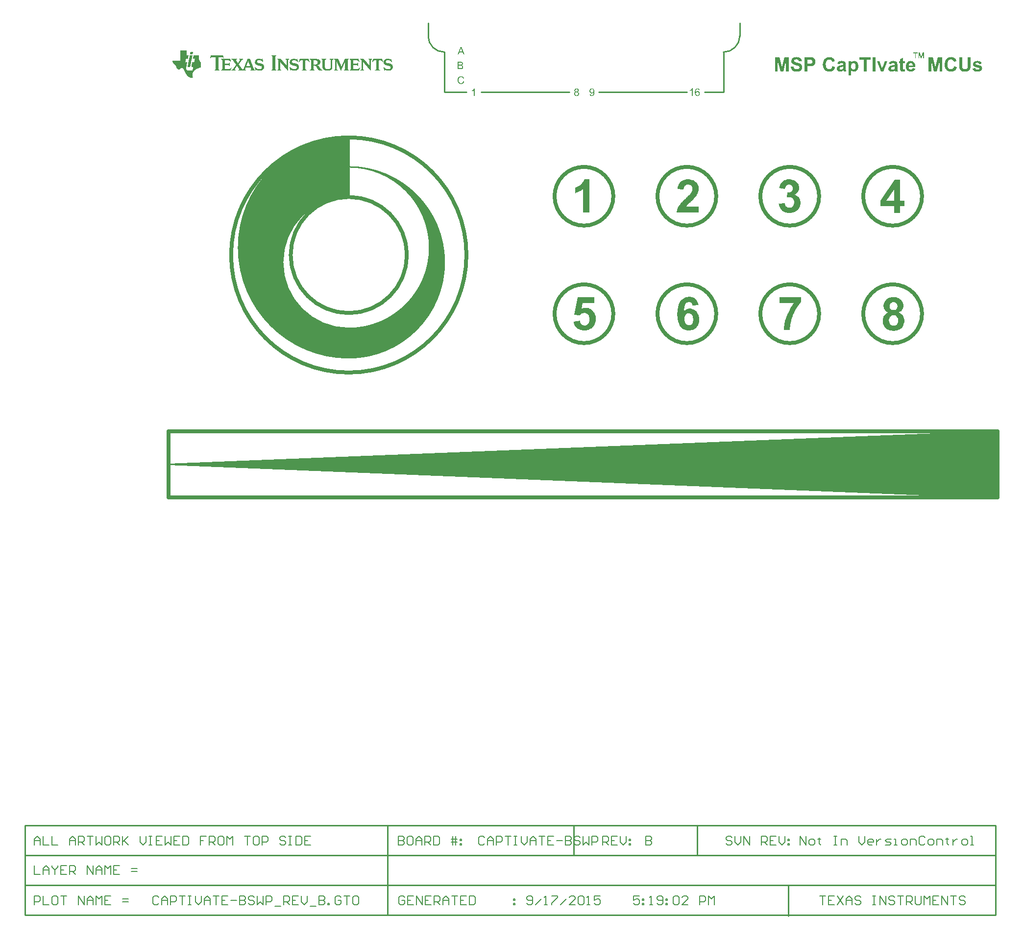
<source format=gto>
%FSAX25Y25*%
%MOIN*%
G70*
G01*
G75*
G04 Layer_Color=65535*
%ADD10C,0.00787*%
%ADD11C,0.03937*%
%ADD12C,0.00591*%
%ADD13C,0.00600*%
%ADD14C,0.00800*%
%ADD15C,0.01600*%
%ADD16C,0.01000*%
%ADD17C,0.06496*%
%ADD18R,0.06496X0.06496*%
%ADD19C,0.18110*%
%ADD20C,0.04000*%
%ADD21C,0.02500*%
G36*
X0688112Y0621507D02*
X0688250Y0621493D01*
X0688403Y0621479D01*
X0688570Y0621465D01*
X0688917Y0621409D01*
X0689264Y0621326D01*
X0689597Y0621201D01*
X0689749Y0621132D01*
X0689888Y0621048D01*
X0689902D01*
X0689916Y0621021D01*
X0689999Y0620965D01*
X0690124Y0620854D01*
X0690263Y0620702D01*
X0690430Y0620521D01*
X0690582Y0620285D01*
X0690735Y0620008D01*
X0690846Y0619688D01*
X0689111Y0619369D01*
Y0619383D01*
X0689083Y0619438D01*
X0689055Y0619508D01*
X0689014Y0619591D01*
X0688958Y0619702D01*
X0688875Y0619799D01*
X0688792Y0619897D01*
X0688681Y0619980D01*
X0688667Y0619994D01*
X0688625Y0620021D01*
X0688556Y0620049D01*
X0688459Y0620091D01*
X0688334Y0620132D01*
X0688181Y0620174D01*
X0688001Y0620188D01*
X0687792Y0620202D01*
X0687668D01*
X0687543Y0620188D01*
X0687390Y0620174D01*
X0687210Y0620146D01*
X0687043Y0620119D01*
X0686890Y0620063D01*
X0686751Y0619994D01*
X0686738D01*
X0686724Y0619966D01*
X0686654Y0619897D01*
X0686571Y0619772D01*
X0686557Y0619702D01*
X0686543Y0619619D01*
Y0619605D01*
Y0619591D01*
X0686571Y0619508D01*
X0686626Y0619397D01*
X0686668Y0619341D01*
X0686724Y0619286D01*
X0686738Y0619272D01*
X0686793Y0619258D01*
X0686821Y0619230D01*
X0686876Y0619216D01*
X0686946Y0619189D01*
X0687029Y0619147D01*
X0687140Y0619119D01*
X0687251Y0619078D01*
X0687390Y0619036D01*
X0687557Y0618994D01*
X0687737Y0618939D01*
X0687945Y0618883D01*
X0688181Y0618828D01*
X0688445Y0618758D01*
X0688459D01*
X0688514Y0618744D01*
X0688584Y0618731D01*
X0688681Y0618703D01*
X0688806Y0618661D01*
X0688944Y0618633D01*
X0689250Y0618536D01*
X0689597Y0618411D01*
X0689930Y0618272D01*
X0690097Y0618189D01*
X0690249Y0618120D01*
X0690374Y0618023D01*
X0690499Y0617939D01*
X0690527Y0617912D01*
X0690596Y0617856D01*
X0690680Y0617745D01*
X0690791Y0617592D01*
X0690902Y0617398D01*
X0690985Y0617162D01*
X0691054Y0616885D01*
X0691082Y0616579D01*
Y0616565D01*
Y0616538D01*
Y0616482D01*
X0691068Y0616413D01*
X0691054Y0616343D01*
X0691040Y0616246D01*
X0690985Y0616010D01*
X0690888Y0615760D01*
X0690818Y0615621D01*
X0690749Y0615483D01*
X0690652Y0615344D01*
X0690541Y0615205D01*
X0690416Y0615066D01*
X0690277Y0614927D01*
X0690263Y0614914D01*
X0690235Y0614900D01*
X0690194Y0614872D01*
X0690124Y0614816D01*
X0690041Y0614775D01*
X0689944Y0614719D01*
X0689819Y0614650D01*
X0689680Y0614594D01*
X0689527Y0614525D01*
X0689347Y0614469D01*
X0689153Y0614400D01*
X0688944Y0614358D01*
X0688708Y0614317D01*
X0688459Y0614275D01*
X0688195Y0614261D01*
X0687917Y0614247D01*
X0687779D01*
X0687681Y0614261D01*
X0687557D01*
X0687418Y0614275D01*
X0687265Y0614289D01*
X0687098Y0614317D01*
X0686738Y0614386D01*
X0686363Y0614483D01*
X0685988Y0614622D01*
X0685821Y0614719D01*
X0685655Y0614816D01*
X0685641Y0614830D01*
X0685613Y0614844D01*
X0685572Y0614872D01*
X0685530Y0614927D01*
X0685377Y0615052D01*
X0685211Y0615233D01*
X0685030Y0615455D01*
X0684864Y0615719D01*
X0684711Y0616038D01*
X0684586Y0616385D01*
X0686432Y0616662D01*
Y0616635D01*
X0686460Y0616579D01*
X0686488Y0616482D01*
X0686529Y0616357D01*
X0686599Y0616218D01*
X0686682Y0616093D01*
X0686779Y0615955D01*
X0686904Y0615843D01*
X0686918Y0615830D01*
X0686973Y0615802D01*
X0687057Y0615760D01*
X0687168Y0615719D01*
X0687307Y0615663D01*
X0687487Y0615621D01*
X0687681Y0615594D01*
X0687917Y0615580D01*
X0688028D01*
X0688167Y0615594D01*
X0688320Y0615608D01*
X0688486Y0615635D01*
X0688667Y0615691D01*
X0688833Y0615746D01*
X0688986Y0615830D01*
X0689000Y0615843D01*
X0689028Y0615871D01*
X0689069Y0615913D01*
X0689111Y0615968D01*
X0689153Y0616038D01*
X0689194Y0616121D01*
X0689222Y0616218D01*
X0689236Y0616329D01*
Y0616343D01*
Y0616371D01*
X0689222Y0616454D01*
X0689180Y0616565D01*
X0689097Y0616676D01*
X0689069Y0616704D01*
X0689028Y0616718D01*
X0688972Y0616760D01*
X0688889Y0616787D01*
X0688778Y0616829D01*
X0688653Y0616871D01*
X0688486Y0616912D01*
X0688459D01*
X0688389Y0616940D01*
X0688278Y0616968D01*
X0688126Y0616996D01*
X0687945Y0617037D01*
X0687751Y0617093D01*
X0687529Y0617148D01*
X0687293Y0617218D01*
X0686807Y0617356D01*
X0686571Y0617426D01*
X0686349Y0617509D01*
X0686141Y0617579D01*
X0685946Y0617662D01*
X0685780Y0617745D01*
X0685655Y0617814D01*
X0685641Y0617828D01*
X0685613Y0617842D01*
X0685585Y0617870D01*
X0685530Y0617926D01*
X0685391Y0618050D01*
X0685252Y0618231D01*
X0685100Y0618453D01*
X0684961Y0618717D01*
X0684905Y0618869D01*
X0684878Y0619036D01*
X0684850Y0619203D01*
X0684836Y0619383D01*
Y0619397D01*
Y0619425D01*
Y0619466D01*
X0684850Y0619536D01*
X0684864Y0619605D01*
X0684878Y0619702D01*
X0684919Y0619910D01*
X0685003Y0620146D01*
X0685141Y0620396D01*
X0685211Y0620535D01*
X0685308Y0620660D01*
X0685419Y0620785D01*
X0685544Y0620896D01*
X0685558Y0620910D01*
X0685572Y0620924D01*
X0685613Y0620951D01*
X0685683Y0620993D01*
X0685752Y0621035D01*
X0685849Y0621090D01*
X0685960Y0621146D01*
X0686085Y0621215D01*
X0686238Y0621271D01*
X0686404Y0621326D01*
X0686585Y0621382D01*
X0686779Y0621423D01*
X0687001Y0621465D01*
X0687237Y0621493D01*
X0687487Y0621520D01*
X0688001D01*
X0688112Y0621507D01*
D02*
G37*
G36*
X0604235D02*
X0604332Y0621493D01*
X0604457Y0621465D01*
X0604596Y0621437D01*
X0604735Y0621395D01*
X0604901Y0621354D01*
X0605054Y0621284D01*
X0605234Y0621215D01*
X0605401Y0621118D01*
X0605581Y0621007D01*
X0605748Y0620882D01*
X0605914Y0620729D01*
X0606081Y0620563D01*
X0606095Y0620549D01*
X0606122Y0620521D01*
X0606164Y0620466D01*
X0606220Y0620382D01*
X0606275Y0620299D01*
X0606345Y0620174D01*
X0606428Y0620035D01*
X0606511Y0619883D01*
X0606581Y0619702D01*
X0606664Y0619508D01*
X0606733Y0619286D01*
X0606803Y0619050D01*
X0606844Y0618786D01*
X0606886Y0618522D01*
X0606914Y0618217D01*
X0606928Y0617912D01*
Y0617898D01*
Y0617842D01*
Y0617745D01*
X0606914Y0617620D01*
X0606900Y0617481D01*
X0606886Y0617315D01*
X0606858Y0617121D01*
X0606816Y0616926D01*
X0606719Y0616482D01*
X0606650Y0616260D01*
X0606567Y0616038D01*
X0606469Y0615816D01*
X0606345Y0615608D01*
X0606220Y0615399D01*
X0606067Y0615205D01*
X0606053Y0615191D01*
X0606025Y0615163D01*
X0605984Y0615122D01*
X0605914Y0615052D01*
X0605831Y0614983D01*
X0605734Y0614900D01*
X0605623Y0614816D01*
X0605498Y0614733D01*
X0605345Y0614636D01*
X0605193Y0614553D01*
X0604846Y0614400D01*
X0604651Y0614331D01*
X0604443Y0614289D01*
X0604235Y0614261D01*
X0604013Y0614247D01*
X0603916D01*
X0603805Y0614261D01*
X0603666Y0614275D01*
X0603499Y0614303D01*
X0603319Y0614345D01*
X0603138Y0614400D01*
X0602958Y0614469D01*
X0602944Y0614483D01*
X0602875Y0614511D01*
X0602791Y0614580D01*
X0602666Y0614664D01*
X0602514Y0614761D01*
X0602361Y0614900D01*
X0602181Y0615066D01*
X0601986Y0615261D01*
Y0611735D01*
X0600140D01*
Y0621368D01*
X0601861D01*
Y0620341D01*
X0601875Y0620368D01*
X0601917Y0620424D01*
X0602000Y0620521D01*
X0602097Y0620646D01*
X0602222Y0620785D01*
X0602389Y0620924D01*
X0602555Y0621062D01*
X0602764Y0621187D01*
X0602791Y0621201D01*
X0602861Y0621243D01*
X0602986Y0621298D01*
X0603138Y0621354D01*
X0603319Y0621409D01*
X0603541Y0621465D01*
X0603777Y0621507D01*
X0604027Y0621520D01*
X0604138D01*
X0604235Y0621507D01*
D02*
G37*
G36*
X0587482Y0624171D02*
X0587634Y0624158D01*
X0587801Y0624130D01*
X0587995Y0624102D01*
X0588203Y0624060D01*
X0588425Y0624005D01*
X0588661Y0623936D01*
X0588897Y0623852D01*
X0589147Y0623741D01*
X0589383Y0623630D01*
X0589605Y0623491D01*
X0589841Y0623325D01*
X0590050Y0623144D01*
X0590063D01*
X0590077Y0623117D01*
X0590119Y0623075D01*
X0590161Y0623033D01*
X0590216Y0622964D01*
X0590272Y0622881D01*
X0590424Y0622686D01*
X0590577Y0622437D01*
X0590743Y0622131D01*
X0590896Y0621784D01*
X0591035Y0621382D01*
X0589119Y0620924D01*
Y0620937D01*
X0589106Y0620951D01*
Y0620993D01*
X0589078Y0621048D01*
X0589036Y0621173D01*
X0588967Y0621340D01*
X0588870Y0621534D01*
X0588745Y0621729D01*
X0588578Y0621923D01*
X0588398Y0622089D01*
X0588370Y0622103D01*
X0588301Y0622159D01*
X0588190Y0622228D01*
X0588037Y0622312D01*
X0587843Y0622395D01*
X0587620Y0622464D01*
X0587371Y0622520D01*
X0587093Y0622534D01*
X0586996D01*
X0586913Y0622520D01*
X0586829Y0622506D01*
X0586718Y0622492D01*
X0586482Y0622437D01*
X0586205Y0622339D01*
X0585913Y0622201D01*
X0585761Y0622117D01*
X0585622Y0622020D01*
X0585483Y0621895D01*
X0585358Y0621756D01*
Y0621742D01*
X0585330Y0621715D01*
X0585302Y0621673D01*
X0585261Y0621604D01*
X0585205Y0621520D01*
X0585150Y0621423D01*
X0585094Y0621298D01*
X0585039Y0621160D01*
X0584969Y0620993D01*
X0584914Y0620813D01*
X0584858Y0620604D01*
X0584803Y0620382D01*
X0584761Y0620132D01*
X0584733Y0619869D01*
X0584720Y0619577D01*
X0584706Y0619258D01*
Y0619244D01*
Y0619175D01*
Y0619078D01*
X0584720Y0618966D01*
Y0618814D01*
X0584747Y0618633D01*
X0584761Y0618453D01*
X0584789Y0618245D01*
X0584872Y0617814D01*
X0584983Y0617384D01*
X0585053Y0617176D01*
X0585150Y0616982D01*
X0585247Y0616801D01*
X0585358Y0616649D01*
X0585372Y0616635D01*
X0585386Y0616621D01*
X0585427Y0616579D01*
X0585483Y0616524D01*
X0585622Y0616413D01*
X0585816Y0616274D01*
X0586052Y0616121D01*
X0586343Y0616010D01*
X0586677Y0615913D01*
X0586857Y0615899D01*
X0587051Y0615885D01*
X0587121D01*
X0587176Y0615899D01*
X0587329Y0615913D01*
X0587509Y0615941D01*
X0587704Y0616010D01*
X0587926Y0616093D01*
X0588148Y0616204D01*
X0588370Y0616371D01*
X0588398Y0616399D01*
X0588467Y0616468D01*
X0588564Y0616579D01*
X0588675Y0616746D01*
X0588814Y0616968D01*
X0588939Y0617232D01*
X0589064Y0617551D01*
X0589175Y0617926D01*
X0591063Y0617343D01*
Y0617329D01*
X0591049Y0617273D01*
X0591021Y0617190D01*
X0590979Y0617079D01*
X0590924Y0616954D01*
X0590868Y0616801D01*
X0590799Y0616635D01*
X0590716Y0616454D01*
X0590521Y0616080D01*
X0590272Y0615691D01*
X0589966Y0615316D01*
X0589800Y0615149D01*
X0589619Y0614997D01*
X0589605Y0614983D01*
X0589578Y0614969D01*
X0589522Y0614927D01*
X0589439Y0614872D01*
X0589342Y0614816D01*
X0589217Y0614761D01*
X0589078Y0614691D01*
X0588925Y0614622D01*
X0588745Y0614539D01*
X0588550Y0614469D01*
X0588342Y0614414D01*
X0588120Y0614358D01*
X0587884Y0614303D01*
X0587620Y0614261D01*
X0587357Y0614247D01*
X0587065Y0614233D01*
X0586982D01*
X0586885Y0614247D01*
X0586746Y0614261D01*
X0586593Y0614275D01*
X0586399Y0614303D01*
X0586191Y0614345D01*
X0585955Y0614400D01*
X0585719Y0614469D01*
X0585469Y0614553D01*
X0585205Y0614664D01*
X0584942Y0614789D01*
X0584678Y0614927D01*
X0584414Y0615108D01*
X0584164Y0615302D01*
X0583928Y0615538D01*
X0583915Y0615552D01*
X0583873Y0615594D01*
X0583817Y0615677D01*
X0583734Y0615774D01*
X0583651Y0615913D01*
X0583540Y0616066D01*
X0583429Y0616260D01*
X0583318Y0616482D01*
X0583207Y0616718D01*
X0583096Y0616982D01*
X0582985Y0617287D01*
X0582901Y0617606D01*
X0582818Y0617939D01*
X0582762Y0618314D01*
X0582721Y0618703D01*
X0582707Y0619119D01*
Y0619133D01*
Y0619147D01*
Y0619230D01*
X0582721Y0619355D01*
Y0619522D01*
X0582749Y0619716D01*
X0582776Y0619952D01*
X0582804Y0620202D01*
X0582860Y0620493D01*
X0582929Y0620785D01*
X0583012Y0621090D01*
X0583110Y0621395D01*
X0583234Y0621715D01*
X0583373Y0622020D01*
X0583540Y0622312D01*
X0583720Y0622589D01*
X0583942Y0622853D01*
X0583956Y0622867D01*
X0583998Y0622908D01*
X0584067Y0622978D01*
X0584164Y0623061D01*
X0584289Y0623158D01*
X0584442Y0623269D01*
X0584609Y0623394D01*
X0584817Y0623519D01*
X0585039Y0623644D01*
X0585275Y0623769D01*
X0585552Y0623880D01*
X0585830Y0623977D01*
X0586149Y0624060D01*
X0586468Y0624130D01*
X0586829Y0624171D01*
X0587190Y0624185D01*
X0587357D01*
X0587482Y0624171D01*
D02*
G37*
G36*
X0663905Y0614400D02*
X0662114D01*
X0662101Y0621951D01*
X0660213Y0614400D01*
X0658339D01*
X0656451Y0621951D01*
Y0614400D01*
X0654661D01*
Y0624005D01*
X0657562D01*
X0659283Y0617440D01*
X0660990Y0624005D01*
X0663905D01*
Y0614400D01*
D02*
G37*
G36*
X0683198Y0618939D02*
Y0618925D01*
Y0618869D01*
Y0618772D01*
Y0618661D01*
Y0618522D01*
X0683184Y0618356D01*
Y0618175D01*
Y0617995D01*
X0683156Y0617592D01*
X0683129Y0617176D01*
X0683115Y0616996D01*
X0683087Y0616815D01*
X0683059Y0616649D01*
X0683032Y0616496D01*
Y0616482D01*
X0683018Y0616468D01*
Y0616427D01*
X0683004Y0616385D01*
X0682962Y0616246D01*
X0682907Y0616080D01*
X0682823Y0615885D01*
X0682726Y0615691D01*
X0682601Y0615483D01*
X0682449Y0615288D01*
X0682435Y0615261D01*
X0682379Y0615205D01*
X0682282Y0615122D01*
X0682157Y0615011D01*
X0681991Y0614886D01*
X0681796Y0614761D01*
X0681574Y0614622D01*
X0681324Y0614511D01*
X0681311D01*
X0681297Y0614497D01*
X0681255Y0614483D01*
X0681199Y0614469D01*
X0681130Y0614442D01*
X0681047Y0614414D01*
X0680936Y0614386D01*
X0680825Y0614372D01*
X0680561Y0614317D01*
X0680242Y0614261D01*
X0679881Y0614233D01*
X0679478Y0614220D01*
X0679256D01*
X0679131Y0614233D01*
X0679006D01*
X0678854Y0614247D01*
X0678701Y0614261D01*
X0678368Y0614289D01*
X0678021Y0614345D01*
X0677674Y0614428D01*
X0677521Y0614469D01*
X0677382Y0614525D01*
X0677369D01*
X0677355Y0614539D01*
X0677271Y0614580D01*
X0677133Y0614650D01*
X0676980Y0614747D01*
X0676799Y0614872D01*
X0676605Y0615011D01*
X0676425Y0615177D01*
X0676258Y0615358D01*
X0676244Y0615385D01*
X0676189Y0615441D01*
X0676119Y0615552D01*
X0676036Y0615691D01*
X0675953Y0615843D01*
X0675856Y0616024D01*
X0675786Y0616218D01*
X0675717Y0616427D01*
Y0616440D01*
X0675703Y0616468D01*
Y0616510D01*
X0675689Y0616579D01*
X0675675Y0616662D01*
X0675661Y0616774D01*
X0675647Y0616898D01*
X0675634Y0617037D01*
X0675606Y0617204D01*
X0675592Y0617384D01*
X0675578Y0617579D01*
X0675564Y0617801D01*
X0675550Y0618037D01*
Y0618300D01*
X0675536Y0618578D01*
Y0618869D01*
Y0624005D01*
X0677480D01*
Y0618786D01*
Y0618772D01*
Y0618731D01*
Y0618675D01*
Y0618592D01*
Y0618481D01*
Y0618370D01*
X0677493Y0618120D01*
Y0617842D01*
X0677507Y0617579D01*
X0677521Y0617454D01*
Y0617343D01*
X0677535Y0617259D01*
X0677549Y0617176D01*
Y0617148D01*
X0677577Y0617079D01*
X0677618Y0616968D01*
X0677674Y0616829D01*
X0677743Y0616676D01*
X0677854Y0616524D01*
X0677979Y0616357D01*
X0678132Y0616218D01*
X0678160Y0616204D01*
X0678215Y0616163D01*
X0678326Y0616107D01*
X0678465Y0616052D01*
X0678659Y0615982D01*
X0678882Y0615927D01*
X0679131Y0615885D01*
X0679423Y0615871D01*
X0679562D01*
X0679700Y0615885D01*
X0679881Y0615913D01*
X0680089Y0615955D01*
X0680283Y0616010D01*
X0680492Y0616093D01*
X0680658Y0616204D01*
X0680672Y0616218D01*
X0680727Y0616260D01*
X0680797Y0616329D01*
X0680880Y0616427D01*
X0680964Y0616551D01*
X0681047Y0616690D01*
X0681116Y0616843D01*
X0681158Y0617023D01*
Y0617051D01*
X0681172Y0617121D01*
X0681186Y0617245D01*
X0681213Y0617412D01*
Y0617523D01*
X0681227Y0617648D01*
Y0617787D01*
X0681241Y0617926D01*
Y0618092D01*
X0681255Y0618272D01*
Y0618467D01*
Y0618675D01*
Y0624005D01*
X0683198D01*
Y0618939D01*
D02*
G37*
G36*
X0623889Y0614400D02*
X0622223D01*
X0619420Y0621368D01*
X0621349D01*
X0622668Y0617801D01*
X0623042Y0616621D01*
X0623056Y0616635D01*
X0623070Y0616690D01*
X0623098Y0616774D01*
X0623126Y0616857D01*
X0623195Y0617065D01*
X0623223Y0617148D01*
X0623237Y0617218D01*
Y0617232D01*
X0623250Y0617273D01*
X0623264Y0617329D01*
X0623292Y0617398D01*
X0623348Y0617592D01*
X0623431Y0617801D01*
X0624763Y0621368D01*
X0626651D01*
X0623889Y0614400D01*
D02*
G37*
G36*
X0559444D02*
X0557654D01*
X0557640Y0621951D01*
X0555752Y0614400D01*
X0553878D01*
X0551991Y0621951D01*
Y0614400D01*
X0550200D01*
Y0624005D01*
X0553101D01*
X0554822Y0617440D01*
X0556529Y0624005D01*
X0559444D01*
Y0614400D01*
D02*
G37*
G36*
X0670304Y0624171D02*
X0670456Y0624158D01*
X0670623Y0624130D01*
X0670817Y0624102D01*
X0671025Y0624060D01*
X0671247Y0624005D01*
X0671483Y0623936D01*
X0671719Y0623852D01*
X0671969Y0623741D01*
X0672205Y0623630D01*
X0672427Y0623491D01*
X0672663Y0623325D01*
X0672871Y0623144D01*
X0672885D01*
X0672899Y0623117D01*
X0672941Y0623075D01*
X0672983Y0623033D01*
X0673038Y0622964D01*
X0673094Y0622881D01*
X0673246Y0622686D01*
X0673399Y0622437D01*
X0673565Y0622131D01*
X0673718Y0621784D01*
X0673857Y0621382D01*
X0671942Y0620924D01*
Y0620937D01*
X0671928Y0620951D01*
Y0620993D01*
X0671900Y0621048D01*
X0671858Y0621173D01*
X0671789Y0621340D01*
X0671692Y0621534D01*
X0671567Y0621729D01*
X0671400Y0621923D01*
X0671220Y0622089D01*
X0671192Y0622103D01*
X0671123Y0622159D01*
X0671011Y0622228D01*
X0670859Y0622312D01*
X0670665Y0622395D01*
X0670442Y0622464D01*
X0670193Y0622520D01*
X0669915Y0622534D01*
X0669818D01*
X0669735Y0622520D01*
X0669651Y0622506D01*
X0669540Y0622492D01*
X0669304Y0622437D01*
X0669027Y0622339D01*
X0668735Y0622201D01*
X0668582Y0622117D01*
X0668444Y0622020D01*
X0668305Y0621895D01*
X0668180Y0621756D01*
Y0621742D01*
X0668152Y0621715D01*
X0668124Y0621673D01*
X0668083Y0621604D01*
X0668027Y0621520D01*
X0667972Y0621423D01*
X0667916Y0621298D01*
X0667861Y0621160D01*
X0667791Y0620993D01*
X0667736Y0620813D01*
X0667680Y0620604D01*
X0667625Y0620382D01*
X0667583Y0620132D01*
X0667555Y0619869D01*
X0667542Y0619577D01*
X0667528Y0619258D01*
Y0619244D01*
Y0619175D01*
Y0619078D01*
X0667542Y0618966D01*
Y0618814D01*
X0667569Y0618633D01*
X0667583Y0618453D01*
X0667611Y0618245D01*
X0667694Y0617814D01*
X0667805Y0617384D01*
X0667875Y0617176D01*
X0667972Y0616982D01*
X0668069Y0616801D01*
X0668180Y0616649D01*
X0668194Y0616635D01*
X0668208Y0616621D01*
X0668249Y0616579D01*
X0668305Y0616524D01*
X0668444Y0616413D01*
X0668638Y0616274D01*
X0668874Y0616121D01*
X0669166Y0616010D01*
X0669499Y0615913D01*
X0669679Y0615899D01*
X0669873Y0615885D01*
X0669943D01*
X0669998Y0615899D01*
X0670151Y0615913D01*
X0670331Y0615941D01*
X0670526Y0616010D01*
X0670748Y0616093D01*
X0670970Y0616204D01*
X0671192Y0616371D01*
X0671220Y0616399D01*
X0671289Y0616468D01*
X0671386Y0616579D01*
X0671497Y0616746D01*
X0671636Y0616968D01*
X0671761Y0617232D01*
X0671886Y0617551D01*
X0671997Y0617926D01*
X0673885Y0617343D01*
Y0617329D01*
X0673871Y0617273D01*
X0673843Y0617190D01*
X0673801Y0617079D01*
X0673746Y0616954D01*
X0673690Y0616801D01*
X0673621Y0616635D01*
X0673538Y0616454D01*
X0673343Y0616080D01*
X0673094Y0615691D01*
X0672788Y0615316D01*
X0672622Y0615149D01*
X0672441Y0614997D01*
X0672427Y0614983D01*
X0672400Y0614969D01*
X0672344Y0614927D01*
X0672261Y0614872D01*
X0672164Y0614816D01*
X0672039Y0614761D01*
X0671900Y0614691D01*
X0671747Y0614622D01*
X0671567Y0614539D01*
X0671372Y0614469D01*
X0671164Y0614414D01*
X0670942Y0614358D01*
X0670706Y0614303D01*
X0670442Y0614261D01*
X0670179Y0614247D01*
X0669887Y0614233D01*
X0669804D01*
X0669707Y0614247D01*
X0669568Y0614261D01*
X0669415Y0614275D01*
X0669221Y0614303D01*
X0669013Y0614345D01*
X0668777Y0614400D01*
X0668541Y0614469D01*
X0668291Y0614553D01*
X0668027Y0614664D01*
X0667764Y0614789D01*
X0667500Y0614927D01*
X0667236Y0615108D01*
X0666986Y0615302D01*
X0666750Y0615538D01*
X0666737Y0615552D01*
X0666695Y0615594D01*
X0666639Y0615677D01*
X0666556Y0615774D01*
X0666473Y0615913D01*
X0666362Y0616066D01*
X0666251Y0616260D01*
X0666140Y0616482D01*
X0666029Y0616718D01*
X0665918Y0616982D01*
X0665806Y0617287D01*
X0665723Y0617606D01*
X0665640Y0617939D01*
X0665584Y0618314D01*
X0665543Y0618703D01*
X0665529Y0619119D01*
Y0619133D01*
Y0619147D01*
Y0619230D01*
X0665543Y0619355D01*
Y0619522D01*
X0665571Y0619716D01*
X0665598Y0619952D01*
X0665626Y0620202D01*
X0665682Y0620493D01*
X0665751Y0620785D01*
X0665834Y0621090D01*
X0665931Y0621395D01*
X0666056Y0621715D01*
X0666195Y0622020D01*
X0666362Y0622312D01*
X0666542Y0622589D01*
X0666764Y0622853D01*
X0666778Y0622867D01*
X0666820Y0622908D01*
X0666889Y0622978D01*
X0666986Y0623061D01*
X0667111Y0623158D01*
X0667264Y0623269D01*
X0667430Y0623394D01*
X0667639Y0623519D01*
X0667861Y0623644D01*
X0668097Y0623769D01*
X0668374Y0623880D01*
X0668652Y0623977D01*
X0668971Y0624060D01*
X0669290Y0624130D01*
X0669651Y0624171D01*
X0670012Y0624185D01*
X0670179D01*
X0670304Y0624171D01*
D02*
G37*
G36*
X0338988Y0625900D02*
X0338218D01*
X0337619Y0627454D01*
X0335473D01*
X0334918Y0625900D01*
X0334200D01*
X0336154Y0631021D01*
X0336894D01*
X0338988Y0625900D01*
D02*
G37*
G36*
X0336265Y0621013D02*
X0336324D01*
X0336457Y0620999D01*
X0336605Y0620984D01*
X0336760Y0620954D01*
X0336916Y0620917D01*
X0337056Y0620865D01*
X0337064D01*
X0337071Y0620858D01*
X0337116Y0620836D01*
X0337182Y0620799D01*
X0337256Y0620747D01*
X0337345Y0620680D01*
X0337441Y0620599D01*
X0337530Y0620495D01*
X0337611Y0620384D01*
X0337619Y0620370D01*
X0337641Y0620325D01*
X0337678Y0620266D01*
X0337715Y0620177D01*
X0337752Y0620074D01*
X0337789Y0619963D01*
X0337811Y0619837D01*
X0337819Y0619711D01*
Y0619696D01*
Y0619659D01*
X0337811Y0619593D01*
X0337796Y0619511D01*
X0337774Y0619415D01*
X0337737Y0619311D01*
X0337693Y0619208D01*
X0337634Y0619097D01*
X0337626Y0619082D01*
X0337604Y0619052D01*
X0337560Y0618993D01*
X0337500Y0618934D01*
X0337426Y0618860D01*
X0337338Y0618779D01*
X0337227Y0618705D01*
X0337101Y0618631D01*
X0337108D01*
X0337123Y0618623D01*
X0337145Y0618616D01*
X0337175Y0618601D01*
X0337264Y0618571D01*
X0337367Y0618520D01*
X0337478Y0618453D01*
X0337604Y0618372D01*
X0337715Y0618275D01*
X0337819Y0618157D01*
X0337826Y0618142D01*
X0337856Y0618098D01*
X0337900Y0618031D01*
X0337944Y0617942D01*
X0337989Y0617824D01*
X0338033Y0617698D01*
X0338063Y0617550D01*
X0338070Y0617387D01*
Y0617380D01*
Y0617373D01*
Y0617328D01*
X0338063Y0617254D01*
X0338048Y0617165D01*
X0338033Y0617062D01*
X0338004Y0616951D01*
X0337967Y0616832D01*
X0337915Y0616714D01*
X0337907Y0616699D01*
X0337885Y0616662D01*
X0337856Y0616610D01*
X0337811Y0616536D01*
X0337752Y0616462D01*
X0337693Y0616381D01*
X0337619Y0616300D01*
X0337537Y0616233D01*
X0337530Y0616226D01*
X0337500Y0616203D01*
X0337449Y0616174D01*
X0337382Y0616144D01*
X0337301Y0616100D01*
X0337204Y0616055D01*
X0337101Y0616018D01*
X0336975Y0615981D01*
X0336960D01*
X0336916Y0615967D01*
X0336842Y0615959D01*
X0336746Y0615944D01*
X0336627Y0615930D01*
X0336487Y0615915D01*
X0336331Y0615907D01*
X0336154Y0615900D01*
X0334200D01*
Y0621021D01*
X0336213D01*
X0336265Y0621013D01*
D02*
G37*
G36*
X0336738Y0611102D02*
X0336805Y0611095D01*
X0336886Y0611087D01*
X0336968Y0611080D01*
X0337064Y0611058D01*
X0337264Y0611013D01*
X0337486Y0610947D01*
X0337597Y0610902D01*
X0337700Y0610851D01*
X0337804Y0610784D01*
X0337907Y0610717D01*
X0337915Y0610710D01*
X0337930Y0610703D01*
X0337959Y0610680D01*
X0337996Y0610643D01*
X0338033Y0610606D01*
X0338085Y0610555D01*
X0338137Y0610495D01*
X0338196Y0610436D01*
X0338255Y0610362D01*
X0338314Y0610273D01*
X0338381Y0610185D01*
X0338440Y0610088D01*
X0338492Y0609977D01*
X0338551Y0609866D01*
X0338596Y0609748D01*
X0338640Y0609615D01*
X0337974Y0609459D01*
Y0609467D01*
X0337967Y0609482D01*
X0337952Y0609511D01*
X0337937Y0609548D01*
X0337922Y0609593D01*
X0337900Y0609652D01*
X0337841Y0609770D01*
X0337767Y0609903D01*
X0337678Y0610037D01*
X0337567Y0610162D01*
X0337449Y0610273D01*
X0337434Y0610288D01*
X0337389Y0610318D01*
X0337315Y0610355D01*
X0337219Y0610407D01*
X0337093Y0610451D01*
X0336953Y0610495D01*
X0336783Y0610525D01*
X0336598Y0610532D01*
X0336538D01*
X0336501Y0610525D01*
X0336450D01*
X0336390Y0610518D01*
X0336250Y0610495D01*
X0336094Y0610466D01*
X0335932Y0610414D01*
X0335761Y0610340D01*
X0335606Y0610244D01*
X0335599D01*
X0335591Y0610229D01*
X0335539Y0610192D01*
X0335473Y0610133D01*
X0335391Y0610044D01*
X0335295Y0609933D01*
X0335206Y0609807D01*
X0335125Y0609652D01*
X0335051Y0609482D01*
Y0609474D01*
X0335044Y0609459D01*
X0335036Y0609437D01*
X0335029Y0609400D01*
X0335014Y0609356D01*
X0334999Y0609304D01*
X0334977Y0609178D01*
X0334947Y0609030D01*
X0334918Y0608867D01*
X0334903Y0608690D01*
X0334896Y0608497D01*
Y0608490D01*
Y0608468D01*
Y0608431D01*
Y0608386D01*
X0334903Y0608335D01*
Y0608268D01*
X0334910Y0608194D01*
X0334918Y0608113D01*
X0334940Y0607935D01*
X0334977Y0607743D01*
X0335021Y0607550D01*
X0335081Y0607358D01*
Y0607350D01*
X0335088Y0607336D01*
X0335103Y0607313D01*
X0335118Y0607276D01*
X0335162Y0607188D01*
X0335229Y0607084D01*
X0335310Y0606966D01*
X0335414Y0606840D01*
X0335532Y0606729D01*
X0335673Y0606625D01*
X0335680D01*
X0335695Y0606618D01*
X0335717Y0606603D01*
X0335747Y0606588D01*
X0335784Y0606573D01*
X0335828Y0606551D01*
X0335932Y0606507D01*
X0336065Y0606462D01*
X0336213Y0606425D01*
X0336376Y0606396D01*
X0336546Y0606388D01*
X0336598D01*
X0336642Y0606396D01*
X0336694D01*
X0336746Y0606403D01*
X0336879Y0606433D01*
X0337034Y0606470D01*
X0337190Y0606529D01*
X0337352Y0606610D01*
X0337434Y0606655D01*
X0337508Y0606714D01*
X0337515Y0606721D01*
X0337523Y0606729D01*
X0337545Y0606751D01*
X0337574Y0606773D01*
X0337604Y0606810D01*
X0337641Y0606855D01*
X0337685Y0606899D01*
X0337722Y0606958D01*
X0337767Y0607025D01*
X0337819Y0607099D01*
X0337863Y0607173D01*
X0337907Y0607262D01*
X0337944Y0607358D01*
X0337981Y0607461D01*
X0338018Y0607572D01*
X0338048Y0607691D01*
X0338729Y0607521D01*
Y0607513D01*
X0338721Y0607484D01*
X0338707Y0607439D01*
X0338684Y0607380D01*
X0338662Y0607313D01*
X0338633Y0607232D01*
X0338596Y0607143D01*
X0338551Y0607047D01*
X0338448Y0606840D01*
X0338314Y0606633D01*
X0338233Y0606529D01*
X0338152Y0606425D01*
X0338063Y0606337D01*
X0337959Y0606248D01*
X0337952Y0606240D01*
X0337937Y0606226D01*
X0337900Y0606211D01*
X0337863Y0606181D01*
X0337804Y0606144D01*
X0337745Y0606107D01*
X0337663Y0606070D01*
X0337582Y0606033D01*
X0337486Y0605989D01*
X0337382Y0605952D01*
X0337271Y0605915D01*
X0337153Y0605878D01*
X0337027Y0605848D01*
X0336894Y0605833D01*
X0336753Y0605819D01*
X0336605Y0605811D01*
X0336524D01*
X0336464Y0605819D01*
X0336398D01*
X0336316Y0605826D01*
X0336228Y0605841D01*
X0336124Y0605856D01*
X0335909Y0605893D01*
X0335687Y0605952D01*
X0335465Y0606033D01*
X0335362Y0606085D01*
X0335258Y0606144D01*
X0335251Y0606152D01*
X0335236Y0606159D01*
X0335206Y0606181D01*
X0335177Y0606211D01*
X0335132Y0606240D01*
X0335081Y0606285D01*
X0335021Y0606337D01*
X0334962Y0606396D01*
X0334903Y0606462D01*
X0334836Y0606529D01*
X0334703Y0606699D01*
X0334577Y0606899D01*
X0334466Y0607121D01*
Y0607128D01*
X0334452Y0607151D01*
X0334444Y0607188D01*
X0334422Y0607232D01*
X0334407Y0607291D01*
X0334385Y0607365D01*
X0334355Y0607447D01*
X0334333Y0607535D01*
X0334311Y0607632D01*
X0334281Y0607743D01*
X0334244Y0607972D01*
X0334215Y0608231D01*
X0334200Y0608497D01*
Y0608505D01*
Y0608534D01*
Y0608579D01*
X0334207Y0608631D01*
Y0608705D01*
X0334215Y0608779D01*
X0334222Y0608875D01*
X0334237Y0608971D01*
X0334274Y0609186D01*
X0334326Y0609422D01*
X0334400Y0609659D01*
X0334503Y0609889D01*
X0334511Y0609896D01*
X0334518Y0609918D01*
X0334533Y0609948D01*
X0334563Y0609985D01*
X0334592Y0610037D01*
X0334629Y0610096D01*
X0334725Y0610229D01*
X0334851Y0610377D01*
X0334999Y0610525D01*
X0335169Y0610673D01*
X0335369Y0610799D01*
X0335377Y0610806D01*
X0335399Y0610814D01*
X0335428Y0610828D01*
X0335465Y0610851D01*
X0335525Y0610873D01*
X0335584Y0610895D01*
X0335658Y0610925D01*
X0335739Y0610954D01*
X0335828Y0610984D01*
X0335924Y0611013D01*
X0336131Y0611058D01*
X0336368Y0611095D01*
X0336612Y0611110D01*
X0336686D01*
X0336738Y0611102D01*
D02*
G37*
G36*
X0345887Y0597600D02*
X0345258D01*
Y0601603D01*
X0345251Y0601596D01*
X0345214Y0601566D01*
X0345169Y0601522D01*
X0345095Y0601470D01*
X0345014Y0601404D01*
X0344910Y0601330D01*
X0344792Y0601248D01*
X0344659Y0601167D01*
X0344651D01*
X0344644Y0601159D01*
X0344599Y0601130D01*
X0344525Y0601093D01*
X0344437Y0601048D01*
X0344333Y0600997D01*
X0344222Y0600945D01*
X0344111Y0600893D01*
X0344000Y0600849D01*
Y0601455D01*
X0344007D01*
X0344022Y0601470D01*
X0344052Y0601478D01*
X0344089Y0601500D01*
X0344133Y0601522D01*
X0344185Y0601552D01*
X0344311Y0601626D01*
X0344459Y0601707D01*
X0344607Y0601811D01*
X0344762Y0601929D01*
X0344918Y0602055D01*
X0344925Y0602062D01*
X0344932Y0602070D01*
X0344955Y0602092D01*
X0344984Y0602114D01*
X0345051Y0602188D01*
X0345140Y0602277D01*
X0345228Y0602380D01*
X0345325Y0602499D01*
X0345406Y0602617D01*
X0345480Y0602743D01*
X0345887D01*
Y0597600D01*
D02*
G37*
G36*
X0565052Y0624171D02*
X0565204Y0624158D01*
X0565385Y0624144D01*
X0565565Y0624116D01*
X0565773Y0624088D01*
X0566218Y0623991D01*
X0566440Y0623922D01*
X0566662Y0623852D01*
X0566884Y0623755D01*
X0567092Y0623644D01*
X0567286Y0623519D01*
X0567467Y0623380D01*
X0567481Y0623366D01*
X0567508Y0623339D01*
X0567550Y0623297D01*
X0567605Y0623242D01*
X0567675Y0623158D01*
X0567758Y0623061D01*
X0567841Y0622950D01*
X0567939Y0622825D01*
X0568022Y0622673D01*
X0568105Y0622520D01*
X0568188Y0622339D01*
X0568258Y0622145D01*
X0568327Y0621951D01*
X0568383Y0621729D01*
X0568424Y0621507D01*
X0568438Y0621257D01*
X0566495Y0621187D01*
Y0621201D01*
Y0621215D01*
X0566467Y0621312D01*
X0566440Y0621437D01*
X0566384Y0621590D01*
X0566315Y0621770D01*
X0566218Y0621937D01*
X0566093Y0622103D01*
X0565954Y0622242D01*
X0565940Y0622256D01*
X0565884Y0622298D01*
X0565787Y0622353D01*
X0565648Y0622409D01*
X0565482Y0622464D01*
X0565274Y0622520D01*
X0565024Y0622561D01*
X0564732Y0622575D01*
X0564594D01*
X0564441Y0622561D01*
X0564260Y0622534D01*
X0564052Y0622492D01*
X0563830Y0622423D01*
X0563622Y0622339D01*
X0563428Y0622214D01*
X0563414Y0622201D01*
X0563386Y0622173D01*
X0563331Y0622131D01*
X0563275Y0622062D01*
X0563219Y0621979D01*
X0563164Y0621867D01*
X0563136Y0621756D01*
X0563122Y0621618D01*
Y0621604D01*
Y0621562D01*
X0563136Y0621493D01*
X0563164Y0621423D01*
X0563192Y0621326D01*
X0563233Y0621229D01*
X0563303Y0621132D01*
X0563400Y0621035D01*
X0563414Y0621021D01*
X0563483Y0620979D01*
X0563525Y0620951D01*
X0563594Y0620924D01*
X0563664Y0620882D01*
X0563761Y0620840D01*
X0563872Y0620799D01*
X0563997Y0620743D01*
X0564149Y0620688D01*
X0564302Y0620632D01*
X0564496Y0620577D01*
X0564705Y0620521D01*
X0564927Y0620466D01*
X0565176Y0620396D01*
X0565190D01*
X0565246Y0620382D01*
X0565315Y0620368D01*
X0565413Y0620341D01*
X0565523Y0620313D01*
X0565662Y0620271D01*
X0565815Y0620230D01*
X0565968Y0620188D01*
X0566301Y0620077D01*
X0566648Y0619966D01*
X0566981Y0619841D01*
X0567120Y0619772D01*
X0567259Y0619702D01*
X0567272D01*
X0567286Y0619688D01*
X0567370Y0619633D01*
X0567494Y0619550D01*
X0567647Y0619438D01*
X0567814Y0619300D01*
X0567994Y0619133D01*
X0568175Y0618939D01*
X0568327Y0618717D01*
X0568341Y0618689D01*
X0568383Y0618606D01*
X0568452Y0618481D01*
X0568522Y0618300D01*
X0568591Y0618078D01*
X0568660Y0617814D01*
X0568702Y0617523D01*
X0568716Y0617190D01*
Y0617176D01*
Y0617148D01*
Y0617107D01*
Y0617051D01*
X0568702Y0616982D01*
X0568688Y0616885D01*
X0568660Y0616690D01*
X0568605Y0616440D01*
X0568522Y0616177D01*
X0568397Y0615913D01*
X0568244Y0615635D01*
Y0615621D01*
X0568216Y0615608D01*
X0568161Y0615524D01*
X0568050Y0615385D01*
X0567911Y0615233D01*
X0567730Y0615052D01*
X0567494Y0614886D01*
X0567245Y0614719D01*
X0566939Y0614567D01*
X0566925D01*
X0566898Y0614553D01*
X0566856Y0614539D01*
X0566787Y0614511D01*
X0566703Y0614483D01*
X0566606Y0614456D01*
X0566495Y0614428D01*
X0566370Y0614400D01*
X0566218Y0614358D01*
X0566065Y0614331D01*
X0565704Y0614275D01*
X0565301Y0614233D01*
X0564857Y0614220D01*
X0564677D01*
X0564552Y0614233D01*
X0564399Y0614247D01*
X0564233Y0614261D01*
X0564038Y0614289D01*
X0563830Y0614331D01*
X0563372Y0614428D01*
X0563136Y0614497D01*
X0562914Y0614567D01*
X0562678Y0614664D01*
X0562456Y0614775D01*
X0562248Y0614900D01*
X0562053Y0615052D01*
X0562040Y0615066D01*
X0562012Y0615094D01*
X0561956Y0615136D01*
X0561901Y0615205D01*
X0561818Y0615302D01*
X0561734Y0615413D01*
X0561637Y0615538D01*
X0561540Y0615677D01*
X0561443Y0615843D01*
X0561346Y0616024D01*
X0561248Y0616232D01*
X0561151Y0616454D01*
X0561082Y0616690D01*
X0560999Y0616954D01*
X0560943Y0617232D01*
X0560901Y0617523D01*
X0562789Y0617703D01*
Y0617690D01*
X0562803Y0617662D01*
Y0617606D01*
X0562817Y0617551D01*
X0562872Y0617384D01*
X0562942Y0617176D01*
X0563025Y0616940D01*
X0563150Y0616704D01*
X0563289Y0616496D01*
X0563469Y0616302D01*
X0563497Y0616288D01*
X0563566Y0616232D01*
X0563678Y0616163D01*
X0563844Y0616080D01*
X0564052Y0615996D01*
X0564288Y0615927D01*
X0564566Y0615871D01*
X0564885Y0615857D01*
X0565038D01*
X0565204Y0615885D01*
X0565413Y0615913D01*
X0565635Y0615955D01*
X0565871Y0616024D01*
X0566093Y0616121D01*
X0566287Y0616246D01*
X0566315Y0616260D01*
X0566370Y0616315D01*
X0566440Y0616399D01*
X0566537Y0616510D01*
X0566620Y0616649D01*
X0566703Y0616815D01*
X0566759Y0616982D01*
X0566773Y0617176D01*
Y0617190D01*
Y0617232D01*
X0566759Y0617301D01*
X0566745Y0617384D01*
X0566717Y0617467D01*
X0566689Y0617565D01*
X0566634Y0617662D01*
X0566565Y0617759D01*
X0566551Y0617773D01*
X0566523Y0617801D01*
X0566481Y0617842D01*
X0566412Y0617898D01*
X0566315Y0617967D01*
X0566190Y0618037D01*
X0566051Y0618106D01*
X0565871Y0618175D01*
X0565857D01*
X0565801Y0618203D01*
X0565704Y0618231D01*
X0565635Y0618259D01*
X0565551Y0618272D01*
X0565454Y0618300D01*
X0565343Y0618342D01*
X0565218Y0618370D01*
X0565079Y0618411D01*
X0564913Y0618453D01*
X0564732Y0618495D01*
X0564538Y0618550D01*
X0564316Y0618606D01*
X0564302D01*
X0564247Y0618619D01*
X0564163Y0618647D01*
X0564066Y0618675D01*
X0563941Y0618717D01*
X0563789Y0618758D01*
X0563636Y0618814D01*
X0563455Y0618869D01*
X0563095Y0619008D01*
X0562747Y0619175D01*
X0562567Y0619258D01*
X0562414Y0619355D01*
X0562262Y0619452D01*
X0562137Y0619550D01*
X0562123Y0619563D01*
X0562095Y0619591D01*
X0562053Y0619633D01*
X0561998Y0619688D01*
X0561929Y0619772D01*
X0561859Y0619869D01*
X0561776Y0619966D01*
X0561706Y0620091D01*
X0561540Y0620382D01*
X0561401Y0620715D01*
X0561346Y0620896D01*
X0561304Y0621076D01*
X0561276Y0621284D01*
X0561262Y0621493D01*
Y0621507D01*
Y0621520D01*
Y0621562D01*
Y0621618D01*
X0561290Y0621756D01*
X0561318Y0621937D01*
X0561360Y0622145D01*
X0561429Y0622381D01*
X0561526Y0622631D01*
X0561665Y0622867D01*
Y0622881D01*
X0561679Y0622895D01*
X0561748Y0622978D01*
X0561831Y0623089D01*
X0561970Y0623228D01*
X0562137Y0623380D01*
X0562345Y0623547D01*
X0562581Y0623700D01*
X0562859Y0623838D01*
X0562872D01*
X0562900Y0623852D01*
X0562942Y0623866D01*
X0562997Y0623894D01*
X0563081Y0623922D01*
X0563164Y0623949D01*
X0563275Y0623977D01*
X0563400Y0624019D01*
X0563678Y0624074D01*
X0563997Y0624130D01*
X0564358Y0624171D01*
X0564760Y0624185D01*
X0564927D01*
X0565052Y0624171D01*
D02*
G37*
G36*
X0647241Y0626786D02*
X0645976D01*
Y0623400D01*
X0645465D01*
Y0626786D01*
X0644200D01*
Y0627241D01*
X0647241D01*
Y0626786D01*
D02*
G37*
G36*
X0651415Y0623400D02*
X0650927D01*
Y0626614D01*
X0649805Y0623400D01*
X0649350D01*
X0648240Y0626669D01*
Y0623400D01*
X0647752D01*
Y0627241D01*
X0648512D01*
X0649423Y0624515D01*
Y0624510D01*
X0649428Y0624499D01*
X0649434Y0624482D01*
X0649445Y0624454D01*
X0649467Y0624388D01*
X0649495Y0624305D01*
X0649522Y0624210D01*
X0649556Y0624116D01*
X0649583Y0624027D01*
X0649606Y0623949D01*
X0649611Y0623960D01*
X0649617Y0623988D01*
X0649633Y0624038D01*
X0649656Y0624105D01*
X0649683Y0624194D01*
X0649722Y0624299D01*
X0649761Y0624421D01*
X0649811Y0624566D01*
X0650732Y0627241D01*
X0651415D01*
Y0623400D01*
D02*
G37*
G36*
X0631258Y0460689D02*
X0631550Y0460657D01*
X0631842Y0460625D01*
X0632198Y0460592D01*
X0632554Y0460527D01*
X0633364Y0460333D01*
X0634207Y0460041D01*
X0634596Y0459847D01*
X0635017Y0459620D01*
X0635373Y0459361D01*
X0635730Y0459069D01*
X0635762Y0459037D01*
X0635794Y0459005D01*
X0635892Y0458907D01*
X0636021Y0458778D01*
X0636151Y0458616D01*
X0636280Y0458421D01*
X0636637Y0457935D01*
X0636961Y0457320D01*
X0637220Y0456639D01*
X0637447Y0455829D01*
X0637479Y0455376D01*
X0637512Y0454922D01*
Y0454890D01*
Y0454857D01*
Y0454663D01*
X0637479Y0454371D01*
X0637414Y0453983D01*
X0637317Y0453561D01*
X0637155Y0453108D01*
X0636961Y0452622D01*
X0636669Y0452136D01*
X0636637Y0452071D01*
X0636507Y0451941D01*
X0636345Y0451715D01*
X0636086Y0451455D01*
X0635762Y0451131D01*
X0635373Y0450840D01*
X0634920Y0450548D01*
X0634401Y0450289D01*
X0634434D01*
X0634498Y0450257D01*
X0634596Y0450224D01*
X0634725Y0450159D01*
X0635049Y0449965D01*
X0635470Y0449706D01*
X0635924Y0449414D01*
X0636410Y0449025D01*
X0636864Y0448572D01*
X0637252Y0448053D01*
X0637285Y0447989D01*
X0637414Y0447794D01*
X0637576Y0447503D01*
X0637738Y0447114D01*
X0637933Y0446628D01*
X0638062Y0446045D01*
X0638192Y0445429D01*
X0638224Y0444749D01*
Y0444716D01*
Y0444619D01*
Y0444457D01*
X0638192Y0444230D01*
X0638160Y0443971D01*
X0638127Y0443647D01*
X0638062Y0443323D01*
X0637965Y0442967D01*
X0637738Y0442157D01*
X0637576Y0441735D01*
X0637382Y0441314D01*
X0637155Y0440893D01*
X0636864Y0440472D01*
X0636572Y0440083D01*
X0636216Y0439694D01*
X0636183Y0439662D01*
X0636118Y0439597D01*
X0636021Y0439500D01*
X0635859Y0439403D01*
X0635665Y0439241D01*
X0635406Y0439079D01*
X0635146Y0438917D01*
X0634822Y0438722D01*
X0634466Y0438528D01*
X0634045Y0438366D01*
X0633624Y0438204D01*
X0633170Y0438042D01*
X0632652Y0437945D01*
X0632101Y0437847D01*
X0631550Y0437783D01*
X0630934Y0437750D01*
X0630643D01*
X0630416Y0437783D01*
X0630157Y0437815D01*
X0629865Y0437847D01*
X0629541Y0437880D01*
X0629152Y0437945D01*
X0628342Y0438139D01*
X0627500Y0438431D01*
X0627079Y0438593D01*
X0626658Y0438819D01*
X0626236Y0439046D01*
X0625848Y0439338D01*
X0625815Y0439370D01*
X0625750Y0439435D01*
X0625621Y0439532D01*
X0625459Y0439694D01*
X0625297Y0439889D01*
X0625102Y0440115D01*
X0624876Y0440407D01*
X0624649Y0440699D01*
X0624422Y0441055D01*
X0624195Y0441444D01*
X0624001Y0441865D01*
X0623839Y0442351D01*
X0623677Y0442837D01*
X0623547Y0443388D01*
X0623482Y0443939D01*
X0623450Y0444554D01*
Y0444587D01*
Y0444651D01*
Y0444749D01*
Y0444878D01*
X0623482Y0445235D01*
X0623547Y0445656D01*
X0623677Y0446174D01*
X0623806Y0446757D01*
X0624033Y0447341D01*
X0624325Y0447924D01*
Y0447956D01*
X0624357Y0447989D01*
X0624487Y0448183D01*
X0624714Y0448442D01*
X0625038Y0448799D01*
X0625426Y0449187D01*
X0625912Y0449576D01*
X0626496Y0449933D01*
X0627176Y0450289D01*
X0627144D01*
X0627111Y0450321D01*
X0626917Y0450419D01*
X0626625Y0450581D01*
X0626269Y0450775D01*
X0625848Y0451067D01*
X0625459Y0451391D01*
X0625070Y0451779D01*
X0624746Y0452201D01*
X0624714Y0452265D01*
X0624616Y0452427D01*
X0624519Y0452654D01*
X0624390Y0453011D01*
X0624228Y0453399D01*
X0624130Y0453885D01*
X0624033Y0454371D01*
X0624001Y0454922D01*
Y0454955D01*
Y0455019D01*
Y0455149D01*
X0624033Y0455343D01*
X0624066Y0455538D01*
X0624098Y0455797D01*
X0624228Y0456380D01*
X0624422Y0457028D01*
X0624746Y0457741D01*
X0624940Y0458065D01*
X0625167Y0458421D01*
X0625459Y0458745D01*
X0625750Y0459069D01*
X0625783Y0459102D01*
X0625848Y0459134D01*
X0625945Y0459231D01*
X0626074Y0459329D01*
X0626269Y0459458D01*
X0626463Y0459588D01*
X0626722Y0459750D01*
X0627046Y0459912D01*
X0627370Y0460041D01*
X0627727Y0460203D01*
X0628148Y0460333D01*
X0628602Y0460463D01*
X0629088Y0460560D01*
X0629606Y0460657D01*
X0630157Y0460689D01*
X0630740Y0460722D01*
X0631064D01*
X0631258Y0460689D01*
D02*
G37*
G36*
X0567910Y0457419D02*
X0567877Y0457386D01*
X0567812Y0457322D01*
X0567715Y0457224D01*
X0567586Y0457095D01*
X0567424Y0456900D01*
X0567229Y0456674D01*
X0567002Y0456414D01*
X0566743Y0456090D01*
X0566484Y0455734D01*
X0566192Y0455345D01*
X0565868Y0454924D01*
X0565544Y0454470D01*
X0565220Y0453952D01*
X0564896Y0453434D01*
X0564540Y0452850D01*
X0564184Y0452235D01*
X0564151Y0452202D01*
X0564086Y0452073D01*
X0563989Y0451911D01*
X0563860Y0451652D01*
X0563730Y0451360D01*
X0563536Y0450971D01*
X0563341Y0450550D01*
X0563114Y0450096D01*
X0562888Y0449578D01*
X0562661Y0449027D01*
X0562402Y0448444D01*
X0562175Y0447828D01*
X0561721Y0446500D01*
X0561300Y0445107D01*
Y0445074D01*
X0561268Y0444945D01*
X0561203Y0444750D01*
X0561138Y0444459D01*
X0561073Y0444135D01*
X0561008Y0443778D01*
X0560911Y0443325D01*
X0560814Y0442871D01*
X0560717Y0442353D01*
X0560652Y0441834D01*
X0560490Y0440700D01*
X0560393Y0439534D01*
X0560360Y0438400D01*
X0556213D01*
Y0438465D01*
Y0438594D01*
X0556246Y0438854D01*
Y0439210D01*
X0556278Y0439631D01*
X0556343Y0440117D01*
X0556408Y0440700D01*
X0556505Y0441316D01*
X0556602Y0441996D01*
X0556732Y0442742D01*
X0556894Y0443519D01*
X0557056Y0444362D01*
X0557282Y0445204D01*
X0557509Y0446079D01*
X0557801Y0446954D01*
X0558125Y0447861D01*
X0558157Y0447926D01*
X0558222Y0448088D01*
X0558319Y0448347D01*
X0558449Y0448671D01*
X0558643Y0449092D01*
X0558870Y0449610D01*
X0559129Y0450161D01*
X0559421Y0450777D01*
X0559745Y0451425D01*
X0560101Y0452105D01*
X0560490Y0452850D01*
X0560944Y0453563D01*
X0561883Y0455086D01*
X0562952Y0456544D01*
X0553200D01*
Y0460529D01*
X0567910D01*
Y0457419D01*
D02*
G37*
G36*
X0492318Y0460918D02*
X0492545D01*
X0492804Y0460886D01*
X0493388Y0460756D01*
X0494036Y0460594D01*
X0494748Y0460335D01*
X0495461Y0459978D01*
X0495785Y0459752D01*
X0496109Y0459492D01*
X0496142D01*
X0496174Y0459428D01*
X0496271Y0459330D01*
X0496368Y0459233D01*
X0496530Y0459071D01*
X0496660Y0458909D01*
X0497016Y0458456D01*
X0497373Y0457840D01*
X0497729Y0457127D01*
X0498053Y0456317D01*
X0498280Y0455345D01*
X0494133Y0454892D01*
Y0454956D01*
X0494100Y0455086D01*
X0494036Y0455313D01*
X0493971Y0455604D01*
X0493874Y0455896D01*
X0493712Y0456220D01*
X0493550Y0456512D01*
X0493323Y0456771D01*
X0493290Y0456803D01*
X0493193Y0456868D01*
X0493064Y0456965D01*
X0492869Y0457095D01*
X0492642Y0457192D01*
X0492351Y0457289D01*
X0491994Y0457354D01*
X0491638Y0457386D01*
X0491573D01*
X0491411Y0457354D01*
X0491152Y0457322D01*
X0490828Y0457224D01*
X0490472Y0457095D01*
X0490083Y0456868D01*
X0489694Y0456576D01*
X0489338Y0456155D01*
X0489305Y0456090D01*
X0489240Y0456026D01*
X0489176Y0455896D01*
X0489111Y0455766D01*
X0489014Y0455572D01*
X0488949Y0455345D01*
X0488852Y0455054D01*
X0488722Y0454730D01*
X0488625Y0454373D01*
X0488528Y0453952D01*
X0488430Y0453498D01*
X0488333Y0452980D01*
X0488268Y0452397D01*
X0488204Y0451749D01*
X0488139Y0451068D01*
X0488171Y0451101D01*
X0488204Y0451166D01*
X0488301Y0451230D01*
X0488430Y0451360D01*
X0488592Y0451522D01*
X0488787Y0451684D01*
X0489240Y0452040D01*
X0489824Y0452364D01*
X0490504Y0452688D01*
X0490893Y0452818D01*
X0491282Y0452883D01*
X0491703Y0452948D01*
X0492156Y0452980D01*
X0492416D01*
X0492610Y0452948D01*
X0492837Y0452915D01*
X0493096Y0452883D01*
X0493420Y0452818D01*
X0493744Y0452721D01*
X0494457Y0452462D01*
X0494846Y0452300D01*
X0495234Y0452105D01*
X0495623Y0451878D01*
X0496012Y0451587D01*
X0496401Y0451263D01*
X0496757Y0450906D01*
X0496790Y0450874D01*
X0496854Y0450809D01*
X0496952Y0450712D01*
X0497049Y0450550D01*
X0497211Y0450323D01*
X0497373Y0450096D01*
X0497535Y0449805D01*
X0497729Y0449481D01*
X0497924Y0449124D01*
X0498086Y0448703D01*
X0498248Y0448282D01*
X0498410Y0447796D01*
X0498507Y0447310D01*
X0498604Y0446759D01*
X0498669Y0446208D01*
X0498701Y0445593D01*
Y0445560D01*
Y0445431D01*
Y0445269D01*
X0498669Y0445010D01*
X0498636Y0444718D01*
X0498604Y0444394D01*
X0498539Y0444005D01*
X0498442Y0443616D01*
X0498215Y0442709D01*
X0498053Y0442256D01*
X0497826Y0441802D01*
X0497600Y0441348D01*
X0497340Y0440895D01*
X0497016Y0440441D01*
X0496660Y0440052D01*
X0496628Y0440020D01*
X0496563Y0439955D01*
X0496466Y0439858D01*
X0496304Y0439728D01*
X0496109Y0439566D01*
X0495850Y0439404D01*
X0495591Y0439210D01*
X0495267Y0439016D01*
X0494910Y0438821D01*
X0494522Y0438627D01*
X0494100Y0438465D01*
X0493614Y0438303D01*
X0493128Y0438173D01*
X0492610Y0438076D01*
X0492059Y0438011D01*
X0491476Y0437979D01*
X0491314D01*
X0491152Y0438011D01*
X0490925D01*
X0490634Y0438076D01*
X0490277Y0438108D01*
X0489921Y0438206D01*
X0489500Y0438303D01*
X0489078Y0438432D01*
X0488625Y0438627D01*
X0488139Y0438821D01*
X0487685Y0439080D01*
X0487199Y0439372D01*
X0486746Y0439728D01*
X0486292Y0440150D01*
X0485871Y0440603D01*
X0485838Y0440636D01*
X0485774Y0440733D01*
X0485676Y0440895D01*
X0485547Y0441122D01*
X0485352Y0441413D01*
X0485190Y0441770D01*
X0484996Y0442191D01*
X0484802Y0442677D01*
X0484575Y0443260D01*
X0484380Y0443876D01*
X0484218Y0444588D01*
X0484056Y0445398D01*
X0483894Y0446241D01*
X0483797Y0447180D01*
X0483732Y0448185D01*
X0483700Y0449286D01*
Y0449319D01*
Y0449351D01*
Y0449448D01*
Y0449546D01*
Y0449870D01*
X0483732Y0450291D01*
X0483765Y0450809D01*
X0483830Y0451392D01*
X0483894Y0452040D01*
X0483992Y0452721D01*
X0484089Y0453434D01*
X0484251Y0454179D01*
X0484445Y0454924D01*
X0484672Y0455669D01*
X0484931Y0456350D01*
X0485223Y0457030D01*
X0485579Y0457646D01*
X0485968Y0458196D01*
X0486000Y0458229D01*
X0486065Y0458326D01*
X0486195Y0458456D01*
X0486389Y0458618D01*
X0486616Y0458844D01*
X0486875Y0459071D01*
X0487199Y0459330D01*
X0487556Y0459590D01*
X0487977Y0459816D01*
X0488398Y0460076D01*
X0488916Y0460302D01*
X0489435Y0460529D01*
X0489986Y0460691D01*
X0490601Y0460821D01*
X0491217Y0460918D01*
X0491897Y0460950D01*
X0492156D01*
X0492318Y0460918D01*
D02*
G37*
G36*
X0635299Y0526433D02*
X0638085D01*
Y0522675D01*
X0635299D01*
Y0518171D01*
X0631152D01*
Y0522675D01*
X0621950D01*
Y0526401D01*
X0631670Y0540689D01*
X0635299D01*
Y0526433D01*
D02*
G37*
G36*
X0424050Y0518400D02*
X0419740D01*
Y0534632D01*
X0419708Y0534600D01*
X0419643Y0534535D01*
X0419514Y0534438D01*
X0419319Y0534276D01*
X0419092Y0534082D01*
X0418833Y0533887D01*
X0418509Y0533660D01*
X0418153Y0533401D01*
X0417764Y0533142D01*
X0417343Y0532883D01*
X0416889Y0532591D01*
X0416403Y0532332D01*
X0415366Y0531846D01*
X0414200Y0531392D01*
Y0535280D01*
X0414232D01*
X0414265Y0535313D01*
X0414362Y0535345D01*
X0414492Y0535378D01*
X0414816Y0535540D01*
X0415269Y0535734D01*
X0415820Y0535993D01*
X0416436Y0536350D01*
X0417116Y0536803D01*
X0417829Y0537322D01*
X0417861Y0537354D01*
X0417926Y0537386D01*
X0418023Y0537484D01*
X0418153Y0537613D01*
X0418509Y0537937D01*
X0418898Y0538358D01*
X0419352Y0538877D01*
X0419805Y0539525D01*
X0420226Y0540205D01*
X0420550Y0540950D01*
X0424050D01*
Y0518400D01*
D02*
G37*
G36*
X0491689Y0540918D02*
X0491980Y0540886D01*
X0492304Y0540853D01*
X0492661Y0540788D01*
X0493050Y0540724D01*
X0493892Y0540497D01*
X0494734Y0540173D01*
X0495188Y0539978D01*
X0495577Y0539752D01*
X0495998Y0539460D01*
X0496354Y0539136D01*
X0496387Y0539104D01*
X0496452Y0539071D01*
X0496516Y0538942D01*
X0496646Y0538812D01*
X0496808Y0538650D01*
X0496970Y0538423D01*
X0497132Y0538196D01*
X0497326Y0537905D01*
X0497650Y0537257D01*
X0497974Y0536512D01*
X0498104Y0536090D01*
X0498169Y0535637D01*
X0498234Y0535151D01*
X0498266Y0534665D01*
Y0534600D01*
Y0534406D01*
X0498234Y0534114D01*
X0498201Y0533758D01*
X0498136Y0533304D01*
X0498039Y0532818D01*
X0497910Y0532300D01*
X0497715Y0531781D01*
X0497683Y0531716D01*
X0497618Y0531554D01*
X0497488Y0531263D01*
X0497294Y0530906D01*
X0497067Y0530485D01*
X0496776Y0529999D01*
X0496419Y0529481D01*
X0495998Y0528930D01*
X0495966Y0528898D01*
X0495836Y0528736D01*
X0495642Y0528509D01*
X0495350Y0528185D01*
X0494961Y0527796D01*
X0494475Y0527278D01*
X0493892Y0526727D01*
X0493179Y0526046D01*
X0493147Y0526014D01*
X0493082Y0525982D01*
X0492985Y0525884D01*
X0492855Y0525755D01*
X0492499Y0525431D01*
X0492078Y0525042D01*
X0491656Y0524621D01*
X0491235Y0524200D01*
X0490846Y0523843D01*
X0490717Y0523681D01*
X0490587Y0523552D01*
X0490555Y0523519D01*
X0490490Y0523454D01*
X0490393Y0523325D01*
X0490263Y0523163D01*
X0489972Y0522806D01*
X0489712Y0522385D01*
X0498266D01*
Y0518400D01*
X0483200D01*
Y0518432D01*
Y0518497D01*
X0483232Y0518627D01*
X0483265Y0518789D01*
X0483297Y0518983D01*
X0483330Y0519210D01*
X0483459Y0519793D01*
X0483654Y0520441D01*
X0483913Y0521154D01*
X0484237Y0521932D01*
X0484658Y0522677D01*
Y0522709D01*
X0484723Y0522774D01*
X0484788Y0522904D01*
X0484917Y0523033D01*
X0485047Y0523260D01*
X0485241Y0523487D01*
X0485468Y0523778D01*
X0485727Y0524102D01*
X0486019Y0524491D01*
X0486375Y0524880D01*
X0486764Y0525334D01*
X0487218Y0525820D01*
X0487704Y0526306D01*
X0488254Y0526856D01*
X0488838Y0527440D01*
X0489486Y0528055D01*
X0489518Y0528088D01*
X0489615Y0528185D01*
X0489745Y0528314D01*
X0489939Y0528509D01*
X0490198Y0528703D01*
X0490458Y0528962D01*
X0491041Y0529546D01*
X0491624Y0530161D01*
X0492207Y0530777D01*
X0492466Y0531036D01*
X0492726Y0531328D01*
X0492920Y0531554D01*
X0493050Y0531749D01*
X0493082Y0531814D01*
X0493179Y0531976D01*
X0493341Y0532235D01*
X0493503Y0532591D01*
X0493665Y0532980D01*
X0493827Y0533434D01*
X0493924Y0533887D01*
X0493957Y0534373D01*
Y0534406D01*
Y0534438D01*
Y0534600D01*
X0493924Y0534892D01*
X0493860Y0535216D01*
X0493762Y0535572D01*
X0493633Y0535928D01*
X0493438Y0536285D01*
X0493179Y0536609D01*
X0493147Y0536641D01*
X0493050Y0536738D01*
X0492855Y0536868D01*
X0492628Y0536998D01*
X0492304Y0537127D01*
X0491948Y0537257D01*
X0491527Y0537354D01*
X0491041Y0537386D01*
X0490814D01*
X0490555Y0537354D01*
X0490263Y0537289D01*
X0489907Y0537192D01*
X0489550Y0537030D01*
X0489194Y0536836D01*
X0488870Y0536576D01*
X0488838Y0536544D01*
X0488740Y0536414D01*
X0488611Y0536220D01*
X0488481Y0535928D01*
X0488319Y0535572D01*
X0488190Y0535086D01*
X0488060Y0534535D01*
X0487995Y0533887D01*
X0483718Y0534308D01*
Y0534341D01*
X0483751Y0534470D01*
Y0534632D01*
X0483816Y0534892D01*
X0483848Y0535183D01*
X0483945Y0535507D01*
X0484042Y0535864D01*
X0484140Y0536285D01*
X0484464Y0537095D01*
X0484852Y0537937D01*
X0485112Y0538358D01*
X0485403Y0538747D01*
X0485727Y0539071D01*
X0486084Y0539395D01*
X0486116Y0539428D01*
X0486181Y0539460D01*
X0486278Y0539525D01*
X0486440Y0539654D01*
X0486634Y0539752D01*
X0486894Y0539881D01*
X0487153Y0540043D01*
X0487477Y0540173D01*
X0487833Y0540335D01*
X0488222Y0540464D01*
X0489064Y0540724D01*
X0490069Y0540886D01*
X0490587Y0540918D01*
X0491138Y0540950D01*
X0491462D01*
X0491689Y0540918D01*
D02*
G37*
G36*
X0560444D02*
X0560735Y0540886D01*
X0561027Y0540853D01*
X0561383Y0540788D01*
X0561740Y0540691D01*
X0562550Y0540464D01*
X0562971Y0540302D01*
X0563424Y0540076D01*
X0563846Y0539849D01*
X0564234Y0539590D01*
X0564656Y0539266D01*
X0565012Y0538909D01*
X0565044Y0538877D01*
X0565077Y0538844D01*
X0565174Y0538747D01*
X0565271Y0538618D01*
X0565530Y0538294D01*
X0565822Y0537840D01*
X0566114Y0537289D01*
X0566340Y0536641D01*
X0566535Y0535928D01*
X0566567Y0535572D01*
X0566600Y0535183D01*
Y0535151D01*
Y0535054D01*
X0566567Y0534892D01*
X0566535Y0534697D01*
X0566502Y0534438D01*
X0566438Y0534146D01*
X0566340Y0533822D01*
X0566211Y0533466D01*
X0566016Y0533110D01*
X0565822Y0532721D01*
X0565563Y0532332D01*
X0565239Y0531943D01*
X0564850Y0531554D01*
X0564429Y0531166D01*
X0563943Y0530809D01*
X0563360Y0530453D01*
X0563392D01*
X0563457Y0530420D01*
X0563554D01*
X0563684Y0530356D01*
X0564040Y0530258D01*
X0564461Y0530064D01*
X0564947Y0529805D01*
X0565466Y0529481D01*
X0565984Y0529060D01*
X0566438Y0528574D01*
X0566502Y0528509D01*
X0566632Y0528314D01*
X0566794Y0528023D01*
X0567021Y0527602D01*
X0567248Y0527116D01*
X0567410Y0526500D01*
X0567539Y0525852D01*
X0567604Y0525107D01*
Y0525074D01*
Y0524977D01*
Y0524815D01*
X0567572Y0524621D01*
X0567539Y0524362D01*
X0567474Y0524070D01*
X0567410Y0523714D01*
X0567345Y0523357D01*
X0567086Y0522580D01*
X0566891Y0522158D01*
X0566697Y0521705D01*
X0566438Y0521284D01*
X0566146Y0520862D01*
X0565822Y0520441D01*
X0565433Y0520052D01*
X0565401Y0520020D01*
X0565336Y0519955D01*
X0565206Y0519858D01*
X0565044Y0519728D01*
X0564818Y0519566D01*
X0564591Y0519404D01*
X0564267Y0519210D01*
X0563943Y0519016D01*
X0563586Y0518821D01*
X0563165Y0518627D01*
X0562712Y0518465D01*
X0562258Y0518303D01*
X0561740Y0518173D01*
X0561221Y0518076D01*
X0560638Y0518011D01*
X0560055Y0517979D01*
X0559763D01*
X0559536Y0518011D01*
X0559277Y0518044D01*
X0558986Y0518076D01*
X0558662Y0518141D01*
X0558273Y0518206D01*
X0557495Y0518400D01*
X0556653Y0518724D01*
X0556199Y0518918D01*
X0555810Y0519145D01*
X0555389Y0519437D01*
X0555000Y0519728D01*
X0554968Y0519761D01*
X0554903Y0519826D01*
X0554806Y0519923D01*
X0554676Y0520052D01*
X0554514Y0520214D01*
X0554352Y0520441D01*
X0554158Y0520668D01*
X0553964Y0520960D01*
X0553769Y0521284D01*
X0553542Y0521608D01*
X0553186Y0522385D01*
X0552894Y0523292D01*
X0552765Y0523778D01*
X0552700Y0524297D01*
X0556847Y0524815D01*
Y0524783D01*
Y0524750D01*
X0556880Y0524556D01*
X0556944Y0524264D01*
X0557042Y0523908D01*
X0557204Y0523519D01*
X0557366Y0523098D01*
X0557625Y0522709D01*
X0557916Y0522353D01*
X0557949Y0522320D01*
X0558078Y0522223D01*
X0558273Y0522094D01*
X0558500Y0521964D01*
X0558824Y0521802D01*
X0559180Y0521672D01*
X0559569Y0521575D01*
X0560022Y0521543D01*
X0560087D01*
X0560249Y0521575D01*
X0560476Y0521608D01*
X0560800Y0521672D01*
X0561156Y0521802D01*
X0561513Y0521964D01*
X0561902Y0522223D01*
X0562258Y0522547D01*
X0562290Y0522580D01*
X0562420Y0522742D01*
X0562550Y0522968D01*
X0562744Y0523260D01*
X0562906Y0523649D01*
X0563068Y0524135D01*
X0563165Y0524686D01*
X0563198Y0525301D01*
Y0525334D01*
Y0525366D01*
Y0525560D01*
X0563165Y0525852D01*
X0563100Y0526241D01*
X0562971Y0526662D01*
X0562809Y0527083D01*
X0562582Y0527504D01*
X0562290Y0527893D01*
X0562258Y0527926D01*
X0562128Y0528055D01*
X0561934Y0528217D01*
X0561707Y0528379D01*
X0561383Y0528574D01*
X0561027Y0528703D01*
X0560638Y0528833D01*
X0560184Y0528865D01*
X0559860D01*
X0559634Y0528833D01*
X0559342Y0528800D01*
X0558986Y0528736D01*
X0558629Y0528638D01*
X0558208Y0528541D01*
X0558662Y0532008D01*
X0558953D01*
X0559277Y0532040D01*
X0559666Y0532073D01*
X0560087Y0532170D01*
X0560541Y0532300D01*
X0560962Y0532494D01*
X0561351Y0532753D01*
X0561383Y0532786D01*
X0561513Y0532915D01*
X0561642Y0533077D01*
X0561837Y0533336D01*
X0561999Y0533628D01*
X0562161Y0533984D01*
X0562258Y0534406D01*
X0562290Y0534892D01*
Y0534956D01*
Y0535086D01*
X0562258Y0535280D01*
X0562193Y0535540D01*
X0562128Y0535831D01*
X0561999Y0536123D01*
X0561837Y0536447D01*
X0561610Y0536706D01*
X0561578Y0536738D01*
X0561480Y0536803D01*
X0561351Y0536933D01*
X0561124Y0537062D01*
X0560865Y0537160D01*
X0560573Y0537289D01*
X0560184Y0537354D01*
X0559796Y0537386D01*
X0559601D01*
X0559407Y0537354D01*
X0559148Y0537289D01*
X0558856Y0537192D01*
X0558532Y0537062D01*
X0558208Y0536868D01*
X0557916Y0536609D01*
X0557884Y0536576D01*
X0557787Y0536479D01*
X0557657Y0536285D01*
X0557495Y0536026D01*
X0557333Y0535734D01*
X0557204Y0535345D01*
X0557074Y0534892D01*
X0556977Y0534373D01*
X0553024Y0535021D01*
Y0535054D01*
X0553056Y0535118D01*
Y0535216D01*
X0553089Y0535378D01*
X0553186Y0535734D01*
X0553316Y0536220D01*
X0553510Y0536738D01*
X0553704Y0537289D01*
X0553964Y0537808D01*
X0554255Y0538294D01*
X0554288Y0538358D01*
X0554417Y0538488D01*
X0554612Y0538715D01*
X0554871Y0539006D01*
X0555195Y0539298D01*
X0555584Y0539622D01*
X0556070Y0539946D01*
X0556588Y0540238D01*
X0556620D01*
X0556653Y0540270D01*
X0556847Y0540335D01*
X0557171Y0540464D01*
X0557560Y0540594D01*
X0558046Y0540724D01*
X0558629Y0540853D01*
X0559245Y0540918D01*
X0559925Y0540950D01*
X0560217D01*
X0560444Y0540918D01*
D02*
G37*
G36*
X0427294Y0456512D02*
X0419162D01*
X0418481Y0452688D01*
X0418514D01*
X0418546Y0452721D01*
X0418740Y0452818D01*
X0419032Y0452915D01*
X0419388Y0453077D01*
X0419842Y0453207D01*
X0420328Y0453304D01*
X0420879Y0453401D01*
X0421430Y0453434D01*
X0421721D01*
X0421916Y0453401D01*
X0422142Y0453369D01*
X0422434Y0453336D01*
X0422758Y0453272D01*
X0423114Y0453174D01*
X0423860Y0452915D01*
X0424281Y0452753D01*
X0424670Y0452559D01*
X0425091Y0452300D01*
X0425512Y0452008D01*
X0425901Y0451684D01*
X0426290Y0451328D01*
X0426322Y0451295D01*
X0426387Y0451230D01*
X0426484Y0451101D01*
X0426614Y0450939D01*
X0426743Y0450744D01*
X0426938Y0450485D01*
X0427100Y0450194D01*
X0427294Y0449870D01*
X0427488Y0449513D01*
X0427650Y0449092D01*
X0427845Y0448638D01*
X0427974Y0448185D01*
X0428104Y0447666D01*
X0428201Y0447116D01*
X0428266Y0446532D01*
X0428298Y0445917D01*
Y0445884D01*
Y0445787D01*
Y0445658D01*
X0428266Y0445463D01*
Y0445204D01*
X0428201Y0444912D01*
X0428169Y0444588D01*
X0428104Y0444264D01*
X0427910Y0443487D01*
X0427618Y0442644D01*
X0427424Y0442191D01*
X0427229Y0441770D01*
X0426970Y0441348D01*
X0426678Y0440927D01*
X0426646Y0440895D01*
X0426581Y0440798D01*
X0426452Y0440668D01*
X0426290Y0440474D01*
X0426063Y0440247D01*
X0425771Y0439988D01*
X0425447Y0439728D01*
X0425091Y0439469D01*
X0424670Y0439178D01*
X0424216Y0438918D01*
X0423730Y0438659D01*
X0423179Y0438432D01*
X0422596Y0438238D01*
X0421980Y0438108D01*
X0421300Y0438011D01*
X0420587Y0437979D01*
X0420296D01*
X0420069Y0438011D01*
X0419810Y0438044D01*
X0419486Y0438076D01*
X0419162Y0438108D01*
X0418773Y0438173D01*
X0417995Y0438368D01*
X0417120Y0438692D01*
X0416699Y0438854D01*
X0416278Y0439080D01*
X0415889Y0439340D01*
X0415500Y0439631D01*
X0415468Y0439664D01*
X0415403Y0439696D01*
X0415306Y0439793D01*
X0415176Y0439923D01*
X0415047Y0440117D01*
X0414852Y0440312D01*
X0414690Y0440538D01*
X0414496Y0440798D01*
X0414269Y0441122D01*
X0414075Y0441446D01*
X0413718Y0442223D01*
X0413394Y0443098D01*
X0413297Y0443584D01*
X0413200Y0444102D01*
X0417477Y0444556D01*
Y0444491D01*
X0417509Y0444329D01*
X0417574Y0444038D01*
X0417671Y0443714D01*
X0417801Y0443357D01*
X0417995Y0442968D01*
X0418254Y0442612D01*
X0418546Y0442256D01*
X0418578Y0442223D01*
X0418708Y0442126D01*
X0418902Y0441996D01*
X0419162Y0441834D01*
X0419453Y0441672D01*
X0419810Y0441543D01*
X0420231Y0441446D01*
X0420652Y0441413D01*
X0420717D01*
X0420879Y0441446D01*
X0421138Y0441478D01*
X0421462Y0441543D01*
X0421818Y0441672D01*
X0422207Y0441867D01*
X0422596Y0442158D01*
X0422952Y0442515D01*
X0422985Y0442580D01*
X0423114Y0442709D01*
X0423244Y0442968D01*
X0423438Y0443357D01*
X0423600Y0443811D01*
X0423762Y0444362D01*
X0423860Y0445042D01*
X0423892Y0445820D01*
Y0445852D01*
Y0445917D01*
Y0446014D01*
Y0446176D01*
X0423860Y0446532D01*
X0423762Y0446986D01*
X0423665Y0447504D01*
X0423503Y0448023D01*
X0423276Y0448509D01*
X0422952Y0448930D01*
X0422920Y0448962D01*
X0422790Y0449092D01*
X0422564Y0449254D01*
X0422304Y0449481D01*
X0421948Y0449675D01*
X0421527Y0449837D01*
X0421041Y0449967D01*
X0420522Y0449999D01*
X0420328D01*
X0420198Y0449967D01*
X0419874Y0449902D01*
X0419421Y0449805D01*
X0418902Y0449610D01*
X0418352Y0449319D01*
X0418060Y0449124D01*
X0417768Y0448898D01*
X0417477Y0448638D01*
X0417185Y0448347D01*
X0413718Y0448833D01*
X0415922Y0460529D01*
X0427294D01*
Y0456512D01*
D02*
G37*
G36*
X0615353Y0622381D02*
X0612521D01*
Y0614400D01*
X0610578D01*
Y0622381D01*
X0607733D01*
Y0624005D01*
X0615353D01*
Y0622381D01*
D02*
G37*
G36*
X0618490Y0614400D02*
X0616546D01*
Y0624005D01*
X0618490D01*
Y0614400D01*
D02*
G37*
G36*
X0630815Y0621507D02*
X0630926D01*
X0631204Y0621479D01*
X0631495Y0621451D01*
X0631801Y0621395D01*
X0632092Y0621312D01*
X0632217Y0621271D01*
X0632342Y0621215D01*
X0632356D01*
X0632370Y0621201D01*
X0632439Y0621160D01*
X0632550Y0621104D01*
X0632675Y0621021D01*
X0632828Y0620910D01*
X0632966Y0620785D01*
X0633091Y0620632D01*
X0633202Y0620479D01*
X0633216Y0620452D01*
X0633244Y0620396D01*
X0633286Y0620271D01*
X0633300Y0620202D01*
X0633327Y0620105D01*
X0633355Y0620008D01*
X0633369Y0619883D01*
X0633397Y0619744D01*
X0633411Y0619591D01*
X0633425Y0619425D01*
X0633438Y0619244D01*
X0633452Y0619050D01*
Y0618828D01*
X0633425Y0616676D01*
Y0616662D01*
Y0616635D01*
Y0616593D01*
Y0616524D01*
Y0616357D01*
X0633438Y0616163D01*
Y0615941D01*
X0633466Y0615719D01*
X0633480Y0615496D01*
X0633508Y0615316D01*
Y0615302D01*
X0633522Y0615247D01*
X0633549Y0615149D01*
X0633577Y0615038D01*
X0633633Y0614900D01*
X0633688Y0614747D01*
X0633758Y0614580D01*
X0633841Y0614400D01*
X0632023D01*
Y0614414D01*
X0632009Y0614428D01*
X0631995Y0614483D01*
X0631967Y0614539D01*
X0631939Y0614608D01*
X0631912Y0614705D01*
X0631884Y0614816D01*
X0631842Y0614941D01*
Y0614955D01*
X0631828Y0614969D01*
X0631814Y0615025D01*
X0631787Y0615094D01*
X0631773Y0615149D01*
X0631745Y0615136D01*
X0631690Y0615080D01*
X0631592Y0614997D01*
X0631467Y0614900D01*
X0631315Y0614789D01*
X0631148Y0614664D01*
X0630954Y0614567D01*
X0630759Y0614469D01*
X0630732Y0614456D01*
X0630662Y0614442D01*
X0630551Y0614400D01*
X0630412Y0614358D01*
X0630246Y0614317D01*
X0630052Y0614289D01*
X0629830Y0614261D01*
X0629607Y0614247D01*
X0629510D01*
X0629427Y0614261D01*
X0629344D01*
X0629233Y0614275D01*
X0628997Y0614317D01*
X0628719Y0614386D01*
X0628442Y0614483D01*
X0628164Y0614622D01*
X0627914Y0614816D01*
Y0614830D01*
X0627886Y0614844D01*
X0627817Y0614927D01*
X0627720Y0615052D01*
X0627609Y0615219D01*
X0627498Y0615427D01*
X0627401Y0615677D01*
X0627331Y0615968D01*
X0627317Y0616121D01*
X0627303Y0616288D01*
Y0616315D01*
Y0616385D01*
X0627317Y0616496D01*
X0627345Y0616635D01*
X0627373Y0616801D01*
X0627414Y0616968D01*
X0627484Y0617148D01*
X0627581Y0617329D01*
X0627595Y0617356D01*
X0627636Y0617412D01*
X0627692Y0617495D01*
X0627789Y0617592D01*
X0627886Y0617703D01*
X0628025Y0617828D01*
X0628178Y0617939D01*
X0628358Y0618037D01*
X0628386Y0618050D01*
X0628455Y0618078D01*
X0628567Y0618120D01*
X0628733Y0618189D01*
X0628941Y0618259D01*
X0629191Y0618328D01*
X0629496Y0618397D01*
X0629830Y0618467D01*
X0629843D01*
X0629885Y0618481D01*
X0629954Y0618495D01*
X0630038Y0618508D01*
X0630149Y0618522D01*
X0630274Y0618550D01*
X0630551Y0618619D01*
X0630843Y0618689D01*
X0631148Y0618758D01*
X0631412Y0618842D01*
X0631537Y0618883D01*
X0631634Y0618925D01*
Y0619105D01*
Y0619133D01*
Y0619189D01*
X0631620Y0619286D01*
X0631606Y0619411D01*
X0631565Y0619536D01*
X0631523Y0619661D01*
X0631454Y0619772D01*
X0631356Y0619869D01*
X0631343Y0619883D01*
X0631301Y0619910D01*
X0631231Y0619938D01*
X0631134Y0619994D01*
X0630996Y0620035D01*
X0630829Y0620063D01*
X0630621Y0620091D01*
X0630371Y0620105D01*
X0630288D01*
X0630204Y0620091D01*
X0630093Y0620077D01*
X0629968Y0620049D01*
X0629830Y0620021D01*
X0629705Y0619966D01*
X0629594Y0619897D01*
X0629580Y0619883D01*
X0629552Y0619855D01*
X0629496Y0619813D01*
X0629441Y0619744D01*
X0629358Y0619647D01*
X0629288Y0619522D01*
X0629219Y0619383D01*
X0629149Y0619216D01*
X0627498Y0619522D01*
Y0619536D01*
X0627512Y0619563D01*
X0627526Y0619619D01*
X0627553Y0619688D01*
X0627581Y0619772D01*
X0627623Y0619869D01*
X0627720Y0620091D01*
X0627859Y0620327D01*
X0628025Y0620577D01*
X0628220Y0620813D01*
X0628455Y0621021D01*
X0628469D01*
X0628483Y0621048D01*
X0628525Y0621062D01*
X0628580Y0621104D01*
X0628664Y0621132D01*
X0628747Y0621173D01*
X0628858Y0621229D01*
X0628969Y0621271D01*
X0629108Y0621312D01*
X0629260Y0621368D01*
X0629427Y0621409D01*
X0629621Y0621437D01*
X0629816Y0621479D01*
X0630038Y0621493D01*
X0630260Y0621520D01*
X0630718D01*
X0630815Y0621507D01*
D02*
G37*
G36*
X0595740D02*
X0595851D01*
X0596129Y0621479D01*
X0596420Y0621451D01*
X0596726Y0621395D01*
X0597017Y0621312D01*
X0597142Y0621271D01*
X0597267Y0621215D01*
X0597281D01*
X0597295Y0621201D01*
X0597364Y0621160D01*
X0597475Y0621104D01*
X0597600Y0621021D01*
X0597753Y0620910D01*
X0597892Y0620785D01*
X0598017Y0620632D01*
X0598128Y0620479D01*
X0598141Y0620452D01*
X0598169Y0620396D01*
X0598211Y0620271D01*
X0598225Y0620202D01*
X0598253Y0620105D01*
X0598280Y0620008D01*
X0598294Y0619883D01*
X0598322Y0619744D01*
X0598336Y0619591D01*
X0598350Y0619425D01*
X0598364Y0619244D01*
X0598378Y0619050D01*
Y0618828D01*
X0598350Y0616676D01*
Y0616662D01*
Y0616635D01*
Y0616593D01*
Y0616524D01*
Y0616357D01*
X0598364Y0616163D01*
Y0615941D01*
X0598391Y0615719D01*
X0598405Y0615496D01*
X0598433Y0615316D01*
Y0615302D01*
X0598447Y0615247D01*
X0598475Y0615149D01*
X0598502Y0615038D01*
X0598558Y0614900D01*
X0598613Y0614747D01*
X0598683Y0614580D01*
X0598766Y0614400D01*
X0596948D01*
Y0614414D01*
X0596934Y0614428D01*
X0596920Y0614483D01*
X0596892Y0614539D01*
X0596865Y0614608D01*
X0596837Y0614705D01*
X0596809Y0614816D01*
X0596767Y0614941D01*
Y0614955D01*
X0596754Y0614969D01*
X0596740Y0615025D01*
X0596712Y0615094D01*
X0596698Y0615149D01*
X0596670Y0615136D01*
X0596615Y0615080D01*
X0596518Y0614997D01*
X0596393Y0614900D01*
X0596240Y0614789D01*
X0596073Y0614664D01*
X0595879Y0614567D01*
X0595685Y0614469D01*
X0595657Y0614456D01*
X0595588Y0614442D01*
X0595477Y0614400D01*
X0595338Y0614358D01*
X0595171Y0614317D01*
X0594977Y0614289D01*
X0594755Y0614261D01*
X0594533Y0614247D01*
X0594436D01*
X0594352Y0614261D01*
X0594269D01*
X0594158Y0614275D01*
X0593922Y0614317D01*
X0593644Y0614386D01*
X0593367Y0614483D01*
X0593089Y0614622D01*
X0592839Y0614816D01*
Y0614830D01*
X0592812Y0614844D01*
X0592742Y0614927D01*
X0592645Y0615052D01*
X0592534Y0615219D01*
X0592423Y0615427D01*
X0592326Y0615677D01*
X0592256Y0615968D01*
X0592242Y0616121D01*
X0592229Y0616288D01*
Y0616315D01*
Y0616385D01*
X0592242Y0616496D01*
X0592270Y0616635D01*
X0592298Y0616801D01*
X0592340Y0616968D01*
X0592409Y0617148D01*
X0592506Y0617329D01*
X0592520Y0617356D01*
X0592562Y0617412D01*
X0592617Y0617495D01*
X0592714Y0617592D01*
X0592812Y0617703D01*
X0592950Y0617828D01*
X0593103Y0617939D01*
X0593284Y0618037D01*
X0593311Y0618050D01*
X0593381Y0618078D01*
X0593492Y0618120D01*
X0593658Y0618189D01*
X0593866Y0618259D01*
X0594116Y0618328D01*
X0594422Y0618397D01*
X0594755Y0618467D01*
X0594769D01*
X0594810Y0618481D01*
X0594880Y0618495D01*
X0594963Y0618508D01*
X0595074Y0618522D01*
X0595199Y0618550D01*
X0595477Y0618619D01*
X0595768Y0618689D01*
X0596073Y0618758D01*
X0596337Y0618842D01*
X0596462Y0618883D01*
X0596559Y0618925D01*
Y0619105D01*
Y0619133D01*
Y0619189D01*
X0596545Y0619286D01*
X0596531Y0619411D01*
X0596490Y0619536D01*
X0596448Y0619661D01*
X0596379Y0619772D01*
X0596282Y0619869D01*
X0596268Y0619883D01*
X0596226Y0619910D01*
X0596157Y0619938D01*
X0596060Y0619994D01*
X0595921Y0620035D01*
X0595754Y0620063D01*
X0595546Y0620091D01*
X0595296Y0620105D01*
X0595213D01*
X0595130Y0620091D01*
X0595018Y0620077D01*
X0594894Y0620049D01*
X0594755Y0620021D01*
X0594630Y0619966D01*
X0594519Y0619897D01*
X0594505Y0619883D01*
X0594477Y0619855D01*
X0594422Y0619813D01*
X0594366Y0619744D01*
X0594283Y0619647D01*
X0594213Y0619522D01*
X0594144Y0619383D01*
X0594075Y0619216D01*
X0592423Y0619522D01*
Y0619536D01*
X0592437Y0619563D01*
X0592451Y0619619D01*
X0592479Y0619688D01*
X0592506Y0619772D01*
X0592548Y0619869D01*
X0592645Y0620091D01*
X0592784Y0620327D01*
X0592950Y0620577D01*
X0593145Y0620813D01*
X0593381Y0621021D01*
X0593395D01*
X0593408Y0621048D01*
X0593450Y0621062D01*
X0593506Y0621104D01*
X0593589Y0621132D01*
X0593672Y0621173D01*
X0593783Y0621229D01*
X0593894Y0621271D01*
X0594033Y0621312D01*
X0594186Y0621368D01*
X0594352Y0621409D01*
X0594547Y0621437D01*
X0594741Y0621479D01*
X0594963Y0621493D01*
X0595185Y0621520D01*
X0595643D01*
X0595740Y0621507D01*
D02*
G37*
G36*
X0637200Y0621368D02*
X0638463D01*
Y0619897D01*
X0637200D01*
Y0617079D01*
Y0617065D01*
Y0617037D01*
Y0616996D01*
Y0616940D01*
Y0616801D01*
Y0616635D01*
X0637214Y0616468D01*
Y0616302D01*
Y0616177D01*
X0637228Y0616121D01*
Y0616093D01*
X0637242Y0616066D01*
X0637269Y0616010D01*
X0637311Y0615941D01*
X0637394Y0615857D01*
X0637422Y0615843D01*
X0637477Y0615816D01*
X0637575Y0615788D01*
X0637700Y0615774D01*
X0637755D01*
X0637811Y0615788D01*
X0637894Y0615802D01*
X0638005Y0615816D01*
X0638130Y0615843D01*
X0638282Y0615885D01*
X0638449Y0615941D01*
X0638616Y0614511D01*
X0638602D01*
X0638588Y0614497D01*
X0638505Y0614469D01*
X0638366Y0614428D01*
X0638185Y0614386D01*
X0637977Y0614331D01*
X0637727Y0614289D01*
X0637450Y0614261D01*
X0637158Y0614247D01*
X0637075D01*
X0636978Y0614261D01*
X0636853Y0614275D01*
X0636714Y0614289D01*
X0636561Y0614317D01*
X0636409Y0614358D01*
X0636256Y0614414D01*
X0636242Y0614428D01*
X0636187Y0614442D01*
X0636117Y0614483D01*
X0636034Y0614525D01*
X0635840Y0614664D01*
X0635742Y0614747D01*
X0635659Y0614844D01*
X0635645Y0614858D01*
X0635631Y0614900D01*
X0635604Y0614955D01*
X0635562Y0615038D01*
X0635520Y0615136D01*
X0635479Y0615261D01*
X0635437Y0615399D01*
X0635409Y0615552D01*
Y0615566D01*
X0635395Y0615621D01*
Y0615705D01*
X0635382Y0615843D01*
X0635368Y0616024D01*
Y0616246D01*
X0635354Y0616371D01*
Y0616524D01*
Y0616676D01*
Y0616857D01*
Y0619897D01*
X0634507D01*
Y0621368D01*
X0635354D01*
Y0622756D01*
X0637200Y0623838D01*
Y0621368D01*
D02*
G37*
G36*
X0642641Y0621507D02*
X0642766Y0621493D01*
X0642918Y0621465D01*
X0643085Y0621437D01*
X0643265Y0621395D01*
X0643460Y0621340D01*
X0643654Y0621271D01*
X0643862Y0621187D01*
X0644070Y0621076D01*
X0644265Y0620965D01*
X0644459Y0620826D01*
X0644653Y0620660D01*
X0644820Y0620479D01*
X0644834Y0620466D01*
X0644862Y0620438D01*
X0644903Y0620368D01*
X0644959Y0620285D01*
X0645028Y0620174D01*
X0645098Y0620049D01*
X0645181Y0619883D01*
X0645264Y0619702D01*
X0645347Y0619494D01*
X0645431Y0619258D01*
X0645500Y0619008D01*
X0645570Y0618717D01*
X0645625Y0618411D01*
X0645667Y0618078D01*
X0645694Y0617731D01*
Y0617343D01*
X0641086D01*
Y0617329D01*
Y0617301D01*
Y0617259D01*
X0641100Y0617204D01*
X0641114Y0617065D01*
X0641142Y0616871D01*
X0641197Y0616676D01*
X0641281Y0616454D01*
X0641378Y0616246D01*
X0641516Y0616066D01*
X0641530Y0616052D01*
X0641600Y0615996D01*
X0641683Y0615927D01*
X0641808Y0615843D01*
X0641961Y0615760D01*
X0642155Y0615691D01*
X0642363Y0615635D01*
X0642585Y0615621D01*
X0642655D01*
X0642738Y0615635D01*
X0642835Y0615649D01*
X0642946Y0615677D01*
X0643071Y0615719D01*
X0643196Y0615774D01*
X0643307Y0615857D01*
X0643321Y0615871D01*
X0643363Y0615899D01*
X0643418Y0615955D01*
X0643474Y0616038D01*
X0643557Y0616149D01*
X0643626Y0616274D01*
X0643696Y0616440D01*
X0643765Y0616621D01*
X0645597Y0616315D01*
Y0616302D01*
X0645583Y0616274D01*
X0645556Y0616218D01*
X0645528Y0616149D01*
X0645486Y0616066D01*
X0645445Y0615968D01*
X0645320Y0615746D01*
X0645167Y0615496D01*
X0644973Y0615233D01*
X0644737Y0614997D01*
X0644473Y0614775D01*
X0644459D01*
X0644445Y0614747D01*
X0644390Y0614733D01*
X0644334Y0614691D01*
X0644265Y0614650D01*
X0644168Y0614608D01*
X0644070Y0614567D01*
X0643946Y0614511D01*
X0643668Y0614414D01*
X0643349Y0614331D01*
X0642974Y0614275D01*
X0642571Y0614247D01*
X0642488D01*
X0642405Y0614261D01*
X0642280D01*
X0642127Y0614289D01*
X0641947Y0614317D01*
X0641752Y0614345D01*
X0641558Y0614400D01*
X0641336Y0614456D01*
X0641114Y0614539D01*
X0640892Y0614636D01*
X0640670Y0614747D01*
X0640448Y0614886D01*
X0640240Y0615038D01*
X0640059Y0615219D01*
X0639879Y0615427D01*
X0639865Y0615441D01*
X0639851Y0615469D01*
X0639823Y0615524D01*
X0639768Y0615594D01*
X0639726Y0615691D01*
X0639671Y0615802D01*
X0639601Y0615927D01*
X0639546Y0616080D01*
X0639476Y0616246D01*
X0639421Y0616427D01*
X0639351Y0616621D01*
X0639310Y0616843D01*
X0639268Y0617065D01*
X0639226Y0617301D01*
X0639212Y0617565D01*
X0639199Y0617828D01*
Y0617842D01*
Y0617898D01*
Y0617995D01*
X0639212Y0618120D01*
X0639226Y0618259D01*
X0639240Y0618425D01*
X0639268Y0618606D01*
X0639310Y0618814D01*
X0639421Y0619244D01*
X0639490Y0619466D01*
X0639573Y0619702D01*
X0639684Y0619924D01*
X0639809Y0620132D01*
X0639948Y0620341D01*
X0640101Y0620535D01*
X0640115Y0620549D01*
X0640142Y0620577D01*
X0640198Y0620632D01*
X0640267Y0620688D01*
X0640351Y0620757D01*
X0640462Y0620840D01*
X0640587Y0620937D01*
X0640725Y0621035D01*
X0640878Y0621118D01*
X0641058Y0621215D01*
X0641239Y0621298D01*
X0641447Y0621368D01*
X0641655Y0621423D01*
X0641891Y0621479D01*
X0642127Y0621507D01*
X0642377Y0621520D01*
X0642530D01*
X0642641Y0621507D01*
D02*
G37*
G36*
X0574060Y0623991D02*
X0574421D01*
X0574809Y0623963D01*
X0575198Y0623936D01*
X0575364Y0623922D01*
X0575531Y0623908D01*
X0575670Y0623880D01*
X0575781Y0623852D01*
X0575795D01*
X0575822Y0623838D01*
X0575864Y0623825D01*
X0575920Y0623811D01*
X0576072Y0623741D01*
X0576267Y0623658D01*
X0576475Y0623533D01*
X0576711Y0623366D01*
X0576933Y0623158D01*
X0577155Y0622908D01*
Y0622895D01*
X0577183Y0622881D01*
X0577211Y0622839D01*
X0577238Y0622784D01*
X0577294Y0622700D01*
X0577335Y0622617D01*
X0577391Y0622520D01*
X0577446Y0622409D01*
X0577544Y0622131D01*
X0577641Y0621826D01*
X0577696Y0621451D01*
X0577724Y0621048D01*
Y0621035D01*
Y0621007D01*
Y0620965D01*
Y0620896D01*
X0577710Y0620826D01*
Y0620729D01*
X0577682Y0620535D01*
X0577641Y0620299D01*
X0577585Y0620035D01*
X0577502Y0619785D01*
X0577391Y0619550D01*
X0577377Y0619522D01*
X0577335Y0619452D01*
X0577266Y0619341D01*
X0577169Y0619203D01*
X0577058Y0619064D01*
X0576905Y0618897D01*
X0576752Y0618744D01*
X0576572Y0618606D01*
X0576544Y0618592D01*
X0576489Y0618550D01*
X0576392Y0618495D01*
X0576267Y0618425D01*
X0576114Y0618342D01*
X0575947Y0618272D01*
X0575767Y0618203D01*
X0575573Y0618148D01*
X0575545D01*
X0575503Y0618134D01*
X0575448D01*
X0575378Y0618120D01*
X0575281Y0618106D01*
X0575184Y0618092D01*
X0575059D01*
X0574934Y0618078D01*
X0574782Y0618064D01*
X0574615Y0618050D01*
X0574435Y0618037D01*
X0574240D01*
X0574032Y0618023D01*
X0572311D01*
Y0614400D01*
X0570368D01*
Y0624005D01*
X0573907D01*
X0574060Y0623991D01*
D02*
G37*
G36*
X0287450Y0622850D02*
X0287850D01*
Y0622750D01*
X0288050D01*
Y0622650D01*
X0288250D01*
Y0622550D01*
X0288650D01*
Y0622650D01*
Y0622750D01*
X0288750D01*
Y0622850D01*
X0289050D01*
Y0622750D01*
X0289150D01*
Y0622650D01*
Y0622550D01*
Y0622450D01*
X0289250D01*
Y0622350D01*
Y0622250D01*
Y0622150D01*
X0289350D01*
Y0622050D01*
Y0621950D01*
Y0621850D01*
Y0621750D01*
X0289450D01*
Y0621650D01*
Y0621550D01*
Y0621450D01*
X0289550D01*
Y0621350D01*
Y0621250D01*
Y0621150D01*
Y0621050D01*
X0289650D01*
Y0620950D01*
Y0620850D01*
Y0620750D01*
X0289550D01*
Y0620650D01*
X0289450D01*
Y0620750D01*
X0289350D01*
Y0620850D01*
X0289250D01*
Y0620950D01*
X0289150D01*
Y0621050D01*
X0289050D01*
Y0621150D01*
X0288850D01*
Y0621250D01*
X0288750D01*
Y0621350D01*
X0288650D01*
Y0621450D01*
X0288450D01*
Y0621550D01*
X0288250D01*
Y0621650D01*
X0288050D01*
Y0621750D01*
X0287750D01*
Y0621850D01*
X0287250D01*
Y0621950D01*
X0286450D01*
Y0621850D01*
X0285950D01*
Y0621750D01*
X0285750D01*
Y0621650D01*
X0285650D01*
Y0621550D01*
X0285550D01*
Y0621450D01*
X0285450D01*
Y0621350D01*
Y0621250D01*
Y0621150D01*
X0285350D01*
Y0621050D01*
Y0620950D01*
Y0620850D01*
Y0620750D01*
X0285450D01*
Y0620650D01*
Y0620550D01*
X0285550D01*
Y0620450D01*
X0285650D01*
Y0620350D01*
X0285850D01*
Y0620250D01*
X0286050D01*
Y0620150D01*
X0286450D01*
Y0620050D01*
X0286850D01*
Y0619950D01*
X0287250D01*
Y0619850D01*
X0287750D01*
Y0619750D01*
X0288150D01*
Y0619650D01*
X0288450D01*
Y0619550D01*
X0288750D01*
Y0619450D01*
X0288950D01*
Y0619350D01*
X0289150D01*
Y0619250D01*
X0289350D01*
Y0619150D01*
X0289450D01*
Y0619050D01*
X0289550D01*
Y0618950D01*
X0289650D01*
Y0618850D01*
X0289750D01*
Y0618750D01*
X0289850D01*
Y0618650D01*
X0289950D01*
Y0618550D01*
Y0618450D01*
X0290050D01*
Y0618350D01*
Y0618250D01*
Y0618150D01*
X0290150D01*
Y0618050D01*
Y0617950D01*
Y0617850D01*
Y0617750D01*
Y0617650D01*
Y0617550D01*
X0290250D01*
Y0617450D01*
Y0617350D01*
Y0617250D01*
Y0617150D01*
X0290150D01*
Y0617050D01*
Y0616950D01*
Y0616850D01*
Y0616750D01*
Y0616650D01*
X0290050D01*
Y0616550D01*
Y0616450D01*
Y0616350D01*
X0289950D01*
Y0616250D01*
Y0616150D01*
X0289850D01*
Y0616050D01*
X0289750D01*
Y0615950D01*
Y0615850D01*
X0289650D01*
Y0615750D01*
X0289550D01*
Y0615650D01*
X0289450D01*
Y0615550D01*
X0289250D01*
Y0615450D01*
X0289150D01*
Y0615350D01*
X0288950D01*
Y0615250D01*
X0288750D01*
Y0615150D01*
X0288450D01*
Y0615050D01*
X0288150D01*
Y0614950D01*
X0287550D01*
Y0614850D01*
X0286650D01*
Y0614950D01*
X0286050D01*
Y0615050D01*
X0285750D01*
Y0615150D01*
X0285450D01*
Y0615250D01*
X0285250D01*
Y0615350D01*
X0284850D01*
Y0615250D01*
Y0615150D01*
X0284750D01*
Y0615050D01*
X0284350D01*
Y0615150D01*
Y0615250D01*
X0284250D01*
Y0615350D01*
Y0615450D01*
Y0615550D01*
Y0615650D01*
X0284150D01*
Y0615750D01*
Y0615850D01*
Y0615950D01*
X0284050D01*
Y0616050D01*
Y0616150D01*
Y0616250D01*
Y0616350D01*
X0283950D01*
Y0616450D01*
Y0616550D01*
Y0616650D01*
Y0616750D01*
X0283850D01*
Y0616850D01*
Y0616950D01*
Y0617050D01*
Y0617150D01*
X0283750D01*
Y0617250D01*
Y0617350D01*
Y0617450D01*
X0284050D01*
Y0617350D01*
X0284150D01*
Y0617250D01*
X0284250D01*
Y0617150D01*
X0284350D01*
Y0617050D01*
X0284450D01*
Y0616950D01*
X0284550D01*
Y0616850D01*
X0284650D01*
Y0616750D01*
X0284750D01*
Y0616650D01*
X0284950D01*
Y0616550D01*
X0285050D01*
Y0616450D01*
X0285250D01*
Y0616350D01*
X0285450D01*
Y0616250D01*
X0285650D01*
Y0616150D01*
X0285850D01*
Y0616050D01*
X0286250D01*
Y0615950D01*
X0287750D01*
Y0616050D01*
X0288050D01*
Y0616150D01*
X0288250D01*
Y0616250D01*
X0288350D01*
Y0616350D01*
X0288450D01*
Y0616450D01*
Y0616550D01*
X0288550D01*
Y0616650D01*
Y0616750D01*
X0288650D01*
Y0616850D01*
Y0616950D01*
Y0617050D01*
Y0617150D01*
Y0617250D01*
Y0617350D01*
Y0617450D01*
X0288550D01*
Y0617550D01*
X0288450D01*
Y0617650D01*
Y0617750D01*
X0288250D01*
Y0617850D01*
X0288150D01*
Y0617950D01*
X0287950D01*
Y0618050D01*
X0287550D01*
Y0618150D01*
X0287150D01*
Y0618250D01*
X0286750D01*
Y0618350D01*
X0286250D01*
Y0618450D01*
X0285850D01*
Y0618550D01*
X0285550D01*
Y0618650D01*
X0285250D01*
Y0618750D01*
X0285050D01*
Y0618850D01*
X0284850D01*
Y0618950D01*
X0284750D01*
Y0619050D01*
X0284650D01*
Y0619150D01*
X0284450D01*
Y0619250D01*
X0284350D01*
Y0619350D01*
Y0619450D01*
X0284250D01*
Y0619550D01*
X0284150D01*
Y0619650D01*
Y0619750D01*
X0284050D01*
Y0619850D01*
Y0619950D01*
Y0620050D01*
X0283950D01*
Y0620150D01*
Y0620250D01*
Y0620350D01*
Y0620450D01*
Y0620550D01*
Y0620650D01*
Y0620750D01*
Y0620850D01*
Y0620950D01*
Y0621050D01*
Y0621150D01*
Y0621250D01*
X0284050D01*
Y0621350D01*
Y0621450D01*
Y0621550D01*
X0284150D01*
Y0621650D01*
Y0621750D01*
X0284250D01*
Y0621850D01*
X0284350D01*
Y0621950D01*
Y0622050D01*
X0284450D01*
Y0622150D01*
X0284550D01*
Y0622250D01*
X0284650D01*
Y0622350D01*
X0284750D01*
Y0622450D01*
X0284950D01*
Y0622550D01*
X0285150D01*
Y0622650D01*
X0285350D01*
Y0622750D01*
X0285650D01*
Y0622850D01*
X0286050D01*
Y0622950D01*
X0287450D01*
Y0622850D01*
D02*
G37*
G36*
X0238550Y0622750D02*
X0239050D01*
Y0622650D01*
X0239450D01*
Y0622550D01*
X0239750D01*
Y0622450D01*
X0239950D01*
Y0622350D01*
X0240050D01*
Y0622250D01*
X0240150D01*
Y0622150D01*
X0240350D01*
Y0622050D01*
X0240450D01*
Y0621950D01*
Y0621850D01*
X0240550D01*
Y0621750D01*
X0240650D01*
Y0621650D01*
Y0621550D01*
X0240750D01*
Y0621450D01*
Y0621350D01*
Y0621250D01*
X0240850D01*
Y0621150D01*
Y0621050D01*
Y0620950D01*
Y0620850D01*
Y0620750D01*
Y0620650D01*
Y0620550D01*
Y0620450D01*
Y0620350D01*
Y0620250D01*
Y0620150D01*
Y0620050D01*
X0240750D01*
Y0619950D01*
Y0619850D01*
X0240650D01*
Y0619750D01*
Y0619650D01*
X0240550D01*
Y0619550D01*
Y0619450D01*
X0240450D01*
Y0619350D01*
X0240350D01*
Y0619250D01*
X0240250D01*
Y0619150D01*
X0240150D01*
Y0619050D01*
X0239950D01*
Y0618950D01*
X0239750D01*
Y0618850D01*
X0239550D01*
Y0618750D01*
X0239250D01*
Y0618650D01*
X0238850D01*
Y0618550D01*
X0239050D01*
Y0618450D01*
X0239250D01*
Y0618350D01*
X0239450D01*
Y0618250D01*
X0239550D01*
Y0618150D01*
X0239650D01*
Y0618050D01*
X0239750D01*
Y0617950D01*
X0239850D01*
Y0617850D01*
X0239950D01*
Y0617750D01*
X0240050D01*
Y0617650D01*
X0240150D01*
Y0617550D01*
X0240250D01*
Y0617450D01*
Y0617350D01*
X0240350D01*
Y0617250D01*
Y0617150D01*
X0240450D01*
Y0617050D01*
X0240550D01*
Y0616950D01*
Y0616850D01*
X0240650D01*
Y0616750D01*
Y0616650D01*
X0240750D01*
Y0616550D01*
X0240850D01*
Y0616450D01*
Y0616350D01*
X0240950D01*
Y0616250D01*
X0241050D01*
Y0616150D01*
Y0616050D01*
X0241150D01*
Y0615950D01*
X0241250D01*
Y0615850D01*
X0241350D01*
Y0615750D01*
X0241450D01*
Y0615650D01*
X0241650D01*
Y0615550D01*
X0241850D01*
Y0615450D01*
X0242250D01*
Y0615350D01*
Y0615250D01*
Y0615150D01*
X0242150D01*
Y0615050D01*
X0241950D01*
Y0614950D01*
X0241450D01*
Y0614850D01*
X0240750D01*
Y0614950D01*
X0240250D01*
Y0615050D01*
X0239950D01*
Y0615150D01*
X0239750D01*
Y0615250D01*
X0239650D01*
Y0615350D01*
X0239550D01*
Y0615450D01*
X0239350D01*
Y0615550D01*
X0239250D01*
Y0615650D01*
Y0615750D01*
X0239150D01*
Y0615850D01*
X0239050D01*
Y0615950D01*
X0238950D01*
Y0616050D01*
Y0616150D01*
X0238850D01*
Y0616250D01*
X0238750D01*
Y0616350D01*
Y0616450D01*
X0238650D01*
Y0616550D01*
Y0616650D01*
X0238550D01*
Y0616750D01*
Y0616850D01*
X0238450D01*
Y0616950D01*
Y0617050D01*
X0238350D01*
Y0617150D01*
Y0617250D01*
X0238250D01*
Y0617350D01*
Y0617450D01*
X0238150D01*
Y0617550D01*
Y0617650D01*
X0238050D01*
Y0617750D01*
Y0617850D01*
X0237950D01*
Y0617950D01*
X0237850D01*
Y0618050D01*
X0237650D01*
Y0618150D01*
X0237350D01*
Y0618250D01*
X0236150D01*
Y0618150D01*
Y0618050D01*
Y0617950D01*
Y0617850D01*
Y0617750D01*
Y0617650D01*
Y0617550D01*
Y0617450D01*
Y0617350D01*
Y0617250D01*
Y0617150D01*
Y0617050D01*
Y0616950D01*
Y0616850D01*
Y0616750D01*
Y0616650D01*
Y0616550D01*
Y0616450D01*
Y0616350D01*
Y0616250D01*
Y0616150D01*
Y0616050D01*
X0236250D01*
Y0615950D01*
Y0615850D01*
Y0615750D01*
X0236350D01*
Y0615650D01*
Y0615550D01*
X0236450D01*
Y0615450D01*
X0236650D01*
Y0615350D01*
X0236950D01*
Y0615250D01*
Y0615150D01*
Y0615050D01*
X0233650D01*
Y0615150D01*
Y0615250D01*
Y0615350D01*
X0233950D01*
Y0615450D01*
X0234150D01*
Y0615550D01*
X0234250D01*
Y0615650D01*
X0234350D01*
Y0615750D01*
Y0615850D01*
Y0615950D01*
X0234450D01*
Y0616050D01*
Y0616150D01*
Y0616250D01*
Y0616350D01*
Y0616450D01*
Y0616550D01*
Y0616650D01*
Y0616750D01*
Y0616850D01*
Y0616950D01*
Y0617050D01*
Y0617150D01*
Y0617250D01*
Y0617350D01*
Y0617450D01*
Y0617550D01*
Y0617650D01*
Y0617750D01*
Y0617850D01*
Y0617950D01*
Y0618050D01*
Y0618150D01*
Y0618250D01*
Y0618350D01*
Y0618450D01*
Y0618550D01*
Y0618650D01*
Y0618750D01*
Y0618850D01*
Y0618950D01*
Y0619050D01*
Y0619150D01*
Y0619250D01*
Y0619350D01*
Y0619450D01*
Y0619550D01*
Y0619650D01*
Y0619750D01*
Y0619850D01*
Y0619950D01*
Y0620050D01*
Y0620150D01*
Y0620250D01*
Y0620350D01*
Y0620450D01*
Y0620550D01*
Y0620650D01*
Y0620750D01*
Y0620850D01*
Y0620950D01*
Y0621050D01*
Y0621150D01*
Y0621250D01*
Y0621350D01*
Y0621450D01*
Y0621550D01*
Y0621650D01*
Y0621750D01*
Y0621850D01*
Y0621950D01*
X0234350D01*
Y0622050D01*
Y0622150D01*
Y0622250D01*
X0234250D01*
Y0622350D01*
X0234050D01*
Y0622450D01*
X0233850D01*
Y0622550D01*
X0233650D01*
Y0622650D01*
Y0622750D01*
Y0622850D01*
X0238550D01*
Y0622750D01*
D02*
G37*
G36*
X0211050Y0625150D02*
Y0625050D01*
Y0624950D01*
X0210850D01*
Y0624850D01*
X0210650D01*
Y0624750D01*
X0210450D01*
Y0624650D01*
X0210350D01*
Y0624550D01*
Y0624450D01*
X0210250D01*
Y0624350D01*
Y0624250D01*
Y0624150D01*
Y0624050D01*
Y0623950D01*
Y0623850D01*
Y0623750D01*
Y0623650D01*
Y0623550D01*
Y0623450D01*
Y0623350D01*
Y0623250D01*
Y0623150D01*
Y0623050D01*
Y0622950D01*
Y0622850D01*
Y0622750D01*
Y0622650D01*
Y0622550D01*
Y0622450D01*
Y0622350D01*
Y0622250D01*
Y0622150D01*
Y0622050D01*
Y0621950D01*
Y0621850D01*
Y0621750D01*
Y0621650D01*
Y0621550D01*
Y0621450D01*
Y0621350D01*
Y0621250D01*
Y0621150D01*
Y0621050D01*
Y0620950D01*
Y0620850D01*
Y0620750D01*
Y0620650D01*
Y0620550D01*
Y0620450D01*
Y0620350D01*
Y0620250D01*
Y0620150D01*
Y0620050D01*
Y0619950D01*
Y0619850D01*
Y0619750D01*
Y0619650D01*
Y0619550D01*
Y0619450D01*
Y0619350D01*
Y0619250D01*
Y0619150D01*
Y0619050D01*
Y0618950D01*
Y0618850D01*
Y0618750D01*
Y0618650D01*
Y0618550D01*
Y0618450D01*
Y0618350D01*
Y0618250D01*
Y0618150D01*
Y0618050D01*
Y0617950D01*
Y0617850D01*
Y0617750D01*
Y0617650D01*
Y0617550D01*
Y0617450D01*
Y0617350D01*
Y0617250D01*
Y0617150D01*
Y0617050D01*
Y0616950D01*
Y0616850D01*
Y0616750D01*
Y0616650D01*
Y0616550D01*
Y0616450D01*
Y0616350D01*
Y0616250D01*
Y0616150D01*
Y0616050D01*
Y0615950D01*
Y0615850D01*
Y0615750D01*
X0210350D01*
Y0615650D01*
X0210450D01*
Y0615550D01*
X0210550D01*
Y0615450D01*
X0210750D01*
Y0615350D01*
X0211050D01*
Y0615250D01*
Y0615150D01*
Y0615050D01*
X0207450D01*
Y0615150D01*
Y0615250D01*
X0207550D01*
Y0615350D01*
X0207750D01*
Y0615450D01*
X0207950D01*
Y0615550D01*
X0208150D01*
Y0615650D01*
Y0615750D01*
X0208250D01*
Y0615850D01*
Y0615950D01*
X0208350D01*
Y0616050D01*
Y0616150D01*
Y0616250D01*
Y0616350D01*
Y0616450D01*
Y0616550D01*
Y0616650D01*
Y0616750D01*
Y0616850D01*
Y0616950D01*
Y0617050D01*
Y0617150D01*
Y0617250D01*
Y0617350D01*
Y0617450D01*
Y0617550D01*
Y0617650D01*
Y0617750D01*
Y0617850D01*
Y0617950D01*
Y0618050D01*
Y0618150D01*
Y0618250D01*
Y0618350D01*
Y0618450D01*
Y0618550D01*
Y0618650D01*
Y0618750D01*
Y0618850D01*
Y0618950D01*
Y0619050D01*
Y0619150D01*
Y0619250D01*
Y0619350D01*
Y0619450D01*
Y0619550D01*
Y0619650D01*
Y0619750D01*
Y0619850D01*
Y0619950D01*
Y0620050D01*
Y0620150D01*
Y0620250D01*
Y0620350D01*
Y0620450D01*
Y0620550D01*
Y0620650D01*
Y0620750D01*
Y0620850D01*
Y0620950D01*
Y0621050D01*
Y0621150D01*
Y0621250D01*
Y0621350D01*
Y0621450D01*
Y0621550D01*
Y0621650D01*
Y0621750D01*
Y0621850D01*
Y0621950D01*
Y0622050D01*
Y0622150D01*
Y0622250D01*
Y0622350D01*
Y0622450D01*
Y0622550D01*
Y0622650D01*
Y0622750D01*
Y0622850D01*
Y0622950D01*
Y0623050D01*
Y0623150D01*
Y0623250D01*
Y0623350D01*
Y0623450D01*
Y0623550D01*
Y0623650D01*
Y0623750D01*
Y0623850D01*
Y0623950D01*
Y0624050D01*
Y0624150D01*
Y0624250D01*
Y0624350D01*
X0208250D01*
Y0624450D01*
Y0624550D01*
X0208150D01*
Y0624650D01*
X0208050D01*
Y0624750D01*
X0207950D01*
Y0624850D01*
X0207750D01*
Y0624950D01*
X0207450D01*
Y0625050D01*
Y0625150D01*
Y0625250D01*
X0211050D01*
Y0625150D01*
D02*
G37*
G36*
X0260200Y0569400D02*
Y0549442D01*
X0260480Y0549432D01*
X0260200Y0549441D01*
Y0529443D01*
X0256274Y0529272D01*
X0252378Y0528759D01*
X0248542Y0527908D01*
X0244794Y0526726D01*
X0241164Y0525223D01*
X0237679Y0523408D01*
X0234365Y0521297D01*
X0231247Y0518905D01*
X0228350Y0516250D01*
X0225695Y0513353D01*
X0223303Y0510236D01*
X0221192Y0506921D01*
X0219377Y0503436D01*
X0217874Y0499806D01*
X0216692Y0496058D01*
X0215841Y0492222D01*
X0215329Y0488326D01*
X0215157Y0484400D01*
X0215329Y0480474D01*
X0215841Y0476578D01*
X0216692Y0472742D01*
X0217874Y0468994D01*
X0219377Y0465364D01*
X0221192Y0461879D01*
X0223303Y0458565D01*
X0225695Y0455447D01*
X0228350Y0452550D01*
X0231247Y0449895D01*
X0234365Y0447503D01*
X0237679Y0445392D01*
X0241164Y0443577D01*
X0244794Y0442073D01*
X0248542Y0440892D01*
X0252378Y0440041D01*
X0256274Y0439529D01*
X0260200Y0439357D01*
Y0439358D01*
X0264519Y0439527D01*
X0268811Y0440035D01*
X0273049Y0440878D01*
X0277209Y0442052D01*
X0281264Y0443547D01*
X0285189Y0445357D01*
X0288960Y0447469D01*
X0292553Y0449870D01*
X0295947Y0452545D01*
X0299121Y0455479D01*
X0302055Y0458653D01*
X0304730Y0462047D01*
X0307131Y0465640D01*
X0309243Y0469411D01*
X0311053Y0473336D01*
X0312548Y0477391D01*
X0313722Y0481551D01*
X0314565Y0485789D01*
X0315073Y0490081D01*
X0315242Y0494400D01*
X0315073Y0498719D01*
X0314565Y0503011D01*
X0313722Y0507249D01*
X0312548Y0511409D01*
X0311053Y0515464D01*
X0309243Y0519389D01*
X0307131Y0523160D01*
X0304730Y0526753D01*
X0302055Y0530147D01*
X0299121Y0533321D01*
X0295947Y0536255D01*
X0292553Y0538930D01*
X0288960Y0541331D01*
X0285189Y0543443D01*
X0281264Y0545253D01*
X0277209Y0546748D01*
X0273049Y0547922D01*
X0268811Y0548765D01*
X0264519Y0549273D01*
X0260480Y0549432D01*
X0264840Y0549276D01*
X0269456Y0548779D01*
X0274026Y0547955D01*
X0278524Y0546807D01*
X0282930Y0545341D01*
X0287219Y0543564D01*
X0291371Y0541486D01*
X0295364Y0539116D01*
X0299178Y0536468D01*
X0302793Y0533555D01*
X0306191Y0530391D01*
X0309355Y0526993D01*
X0312268Y0523378D01*
X0314916Y0519564D01*
X0317285Y0515571D01*
X0319364Y0511419D01*
X0321141Y0507130D01*
X0322607Y0502724D01*
X0323755Y0498226D01*
X0324579Y0493656D01*
X0325076Y0489040D01*
X0325241Y0484400D01*
X0325076Y0479760D01*
X0324579Y0475144D01*
X0323755Y0470574D01*
X0322607Y0466076D01*
X0321141Y0461670D01*
X0319364Y0457381D01*
X0317285Y0453229D01*
X0314916Y0449236D01*
X0312268Y0445422D01*
X0309355Y0441807D01*
X0306191Y0438409D01*
X0302793Y0435245D01*
X0299178Y0432332D01*
X0295364Y0429684D01*
X0291371Y0427315D01*
X0287219Y0425236D01*
X0282930Y0423459D01*
X0278524Y0421993D01*
X0274026Y0420845D01*
X0269456Y0420021D01*
X0264840Y0419524D01*
X0260200Y0419359D01*
Y0419352D01*
X0254846Y0419543D01*
X0249520Y0420116D01*
X0244247Y0421067D01*
X0239057Y0422392D01*
X0233974Y0424084D01*
X0229024Y0426134D01*
X0224233Y0428532D01*
X0219626Y0431266D01*
X0215226Y0434321D01*
X0211054Y0437683D01*
X0207133Y0441333D01*
X0203483Y0445254D01*
X0200121Y0449426D01*
X0197066Y0453826D01*
X0194332Y0458433D01*
X0191934Y0463224D01*
X0189884Y0468174D01*
X0188192Y0473257D01*
X0186867Y0478447D01*
X0185916Y0483720D01*
X0185343Y0489046D01*
X0185152Y0494400D01*
X0185343Y0499754D01*
X0185916Y0505080D01*
X0186867Y0510353D01*
X0188192Y0515543D01*
X0189884Y0520626D01*
X0191934Y0525576D01*
X0194332Y0530367D01*
X0197066Y0534974D01*
X0200121Y0539374D01*
X0203483Y0543546D01*
X0207133Y0547467D01*
X0211054Y0551117D01*
X0215226Y0554479D01*
X0219626Y0557534D01*
X0224233Y0560268D01*
X0229024Y0562666D01*
X0233974Y0564716D01*
X0239057Y0566408D01*
X0244247Y0567733D01*
X0249520Y0568684D01*
X0254846Y0569257D01*
X0260200Y0569448D01*
Y0569400D01*
D02*
G37*
G36*
X0199850Y0622850D02*
X0200250D01*
Y0622750D01*
X0200450D01*
Y0622650D01*
X0200750D01*
Y0622550D01*
X0201050D01*
Y0622650D01*
Y0622750D01*
Y0622850D01*
X0201550D01*
Y0622750D01*
Y0622650D01*
Y0622550D01*
Y0622450D01*
X0201650D01*
Y0622350D01*
Y0622250D01*
Y0622150D01*
X0201750D01*
Y0622050D01*
Y0621950D01*
Y0621850D01*
Y0621750D01*
X0201850D01*
Y0621650D01*
Y0621550D01*
Y0621450D01*
X0201950D01*
Y0621350D01*
Y0621250D01*
Y0621150D01*
Y0621050D01*
X0202050D01*
Y0620950D01*
Y0620850D01*
Y0620750D01*
X0201950D01*
Y0620650D01*
X0201850D01*
Y0620750D01*
X0201750D01*
Y0620850D01*
X0201650D01*
Y0620950D01*
X0201550D01*
Y0621050D01*
X0201450D01*
Y0621150D01*
X0201250D01*
Y0621250D01*
X0201150D01*
Y0621350D01*
X0201050D01*
Y0621450D01*
X0200850D01*
Y0621550D01*
X0200650D01*
Y0621650D01*
X0200450D01*
Y0621750D01*
X0200150D01*
Y0621850D01*
X0199650D01*
Y0621950D01*
X0198850D01*
Y0621850D01*
X0198350D01*
Y0621750D01*
X0198150D01*
Y0621650D01*
X0198050D01*
Y0621550D01*
X0197950D01*
Y0621450D01*
X0197850D01*
Y0621350D01*
Y0621250D01*
Y0621150D01*
X0197750D01*
Y0621050D01*
Y0620950D01*
Y0620850D01*
X0197850D01*
Y0620750D01*
Y0620650D01*
Y0620550D01*
X0197950D01*
Y0620450D01*
X0198050D01*
Y0620350D01*
X0198250D01*
Y0620250D01*
X0198450D01*
Y0620150D01*
X0198850D01*
Y0620050D01*
X0199250D01*
Y0619950D01*
X0199750D01*
Y0619850D01*
X0200150D01*
Y0619750D01*
X0200550D01*
Y0619650D01*
X0200850D01*
Y0619550D01*
X0201150D01*
Y0619450D01*
X0201450D01*
Y0619350D01*
X0201550D01*
Y0619250D01*
X0201750D01*
Y0619150D01*
X0201850D01*
Y0619050D01*
X0201950D01*
Y0618950D01*
X0202050D01*
Y0618850D01*
X0202150D01*
Y0618750D01*
X0202250D01*
Y0618650D01*
X0202350D01*
Y0618550D01*
Y0618450D01*
X0202450D01*
Y0618350D01*
Y0618250D01*
Y0618150D01*
X0202550D01*
Y0618050D01*
Y0617950D01*
Y0617850D01*
Y0617750D01*
Y0617650D01*
X0202650D01*
Y0617550D01*
Y0617450D01*
Y0617350D01*
Y0617250D01*
Y0617150D01*
Y0617050D01*
X0202550D01*
Y0616950D01*
Y0616850D01*
Y0616750D01*
Y0616650D01*
X0202450D01*
Y0616550D01*
Y0616450D01*
Y0616350D01*
X0202350D01*
Y0616250D01*
Y0616150D01*
X0202250D01*
Y0616050D01*
X0202150D01*
Y0615950D01*
Y0615850D01*
X0202050D01*
Y0615750D01*
X0201950D01*
Y0615650D01*
X0201850D01*
Y0615550D01*
X0201650D01*
Y0615450D01*
X0201550D01*
Y0615350D01*
X0201350D01*
Y0615250D01*
X0201150D01*
Y0615150D01*
X0200850D01*
Y0615050D01*
X0200550D01*
Y0614950D01*
X0199950D01*
Y0614850D01*
X0199050D01*
Y0614950D01*
X0198450D01*
Y0615050D01*
X0198150D01*
Y0615150D01*
X0197850D01*
Y0615250D01*
X0197650D01*
Y0615350D01*
X0197250D01*
Y0615250D01*
Y0615150D01*
X0197150D01*
Y0615050D01*
X0196750D01*
Y0615150D01*
Y0615250D01*
X0196650D01*
Y0615350D01*
Y0615450D01*
Y0615550D01*
Y0615650D01*
X0196550D01*
Y0615750D01*
Y0615850D01*
Y0615950D01*
Y0616050D01*
X0196450D01*
Y0616150D01*
Y0616250D01*
Y0616350D01*
X0196350D01*
Y0616450D01*
Y0616550D01*
Y0616650D01*
Y0616750D01*
X0196250D01*
Y0616850D01*
Y0616950D01*
Y0617050D01*
Y0617150D01*
X0196150D01*
Y0617250D01*
Y0617350D01*
Y0617450D01*
X0196450D01*
Y0617350D01*
X0196550D01*
Y0617250D01*
X0196650D01*
Y0617150D01*
X0196750D01*
Y0617050D01*
X0196850D01*
Y0616950D01*
X0196950D01*
Y0616850D01*
X0197050D01*
Y0616750D01*
X0197150D01*
Y0616650D01*
X0197350D01*
Y0616550D01*
X0197450D01*
Y0616450D01*
X0197650D01*
Y0616350D01*
X0197850D01*
Y0616250D01*
X0198050D01*
Y0616150D01*
X0198250D01*
Y0616050D01*
X0198650D01*
Y0615950D01*
X0200150D01*
Y0616050D01*
X0200450D01*
Y0616150D01*
X0200650D01*
Y0616250D01*
X0200750D01*
Y0616350D01*
X0200850D01*
Y0616450D01*
X0200950D01*
Y0616550D01*
Y0616650D01*
Y0616750D01*
X0201050D01*
Y0616850D01*
Y0616950D01*
Y0617050D01*
Y0617150D01*
Y0617250D01*
Y0617350D01*
Y0617450D01*
X0200950D01*
Y0617550D01*
Y0617650D01*
X0200850D01*
Y0617750D01*
X0200750D01*
Y0617850D01*
X0200550D01*
Y0617950D01*
X0200350D01*
Y0618050D01*
X0199950D01*
Y0618150D01*
X0199550D01*
Y0618250D01*
X0199150D01*
Y0618350D01*
X0198650D01*
Y0618450D01*
X0198250D01*
Y0618550D01*
X0197950D01*
Y0618650D01*
X0197650D01*
Y0618750D01*
X0197450D01*
Y0618850D01*
X0197250D01*
Y0618950D01*
X0197150D01*
Y0619050D01*
X0197050D01*
Y0619150D01*
X0196950D01*
Y0619250D01*
X0196850D01*
Y0619350D01*
X0196750D01*
Y0619450D01*
X0196650D01*
Y0619550D01*
X0196550D01*
Y0619650D01*
Y0619750D01*
X0196450D01*
Y0619850D01*
Y0619950D01*
Y0620050D01*
X0196350D01*
Y0620150D01*
Y0620250D01*
Y0620350D01*
Y0620450D01*
Y0620550D01*
Y0620650D01*
Y0620750D01*
Y0620850D01*
Y0620950D01*
Y0621050D01*
Y0621150D01*
X0196450D01*
Y0621250D01*
Y0621350D01*
Y0621450D01*
Y0621550D01*
X0196550D01*
Y0621650D01*
Y0621750D01*
X0196650D01*
Y0621850D01*
X0196750D01*
Y0621950D01*
Y0622050D01*
X0196850D01*
Y0622150D01*
X0196950D01*
Y0622250D01*
X0197050D01*
Y0622350D01*
X0197150D01*
Y0622450D01*
X0197350D01*
Y0622550D01*
X0197550D01*
Y0622650D01*
X0197750D01*
Y0622750D01*
X0198050D01*
Y0622850D01*
X0198450D01*
Y0622950D01*
X0199850D01*
Y0622850D01*
D02*
G37*
G36*
X0150050Y0628650D02*
Y0628550D01*
Y0628450D01*
Y0628350D01*
Y0628250D01*
Y0628150D01*
Y0628050D01*
Y0627950D01*
Y0627850D01*
Y0627750D01*
Y0627650D01*
Y0627550D01*
Y0627450D01*
Y0627350D01*
Y0627250D01*
Y0627150D01*
Y0627050D01*
Y0626950D01*
Y0626850D01*
Y0626750D01*
Y0626650D01*
Y0626550D01*
Y0626450D01*
Y0626350D01*
Y0626250D01*
Y0626150D01*
Y0626050D01*
Y0625950D01*
Y0625850D01*
Y0625750D01*
Y0625650D01*
Y0625550D01*
Y0625450D01*
Y0625350D01*
Y0625250D01*
X0151150D01*
Y0625150D01*
Y0625050D01*
Y0624950D01*
Y0624850D01*
Y0624750D01*
X0151050D01*
Y0624650D01*
Y0624550D01*
Y0624450D01*
Y0624350D01*
Y0624250D01*
X0150950D01*
Y0624150D01*
Y0624050D01*
Y0623950D01*
Y0623850D01*
Y0623750D01*
X0150850D01*
Y0623650D01*
Y0623550D01*
Y0623450D01*
Y0623350D01*
Y0623250D01*
X0150750D01*
Y0623150D01*
Y0623050D01*
Y0622950D01*
Y0622850D01*
X0149450D01*
Y0622750D01*
Y0622650D01*
X0149350D01*
Y0622550D01*
Y0622450D01*
Y0622350D01*
Y0622250D01*
Y0622150D01*
X0149250D01*
Y0622050D01*
Y0621950D01*
Y0621850D01*
Y0621750D01*
Y0621650D01*
X0149150D01*
Y0621550D01*
Y0621450D01*
Y0621350D01*
Y0621250D01*
Y0621150D01*
X0149050D01*
Y0621050D01*
Y0620950D01*
Y0620850D01*
Y0620750D01*
X0150250D01*
Y0620650D01*
Y0620550D01*
Y0620450D01*
Y0620350D01*
Y0620250D01*
Y0620150D01*
X0150150D01*
Y0620050D01*
Y0619950D01*
Y0619850D01*
Y0619750D01*
Y0619650D01*
X0150050D01*
Y0619550D01*
Y0619450D01*
Y0619350D01*
Y0619250D01*
Y0619150D01*
X0149950D01*
Y0619050D01*
Y0618950D01*
Y0618850D01*
Y0618750D01*
Y0618650D01*
X0149850D01*
Y0618550D01*
Y0618450D01*
Y0618350D01*
Y0618250D01*
Y0618150D01*
X0149750D01*
Y0618050D01*
Y0617950D01*
Y0617850D01*
Y0617750D01*
Y0617650D01*
X0149650D01*
Y0617550D01*
Y0617450D01*
Y0617350D01*
Y0617250D01*
Y0617150D01*
X0149550D01*
Y0617050D01*
Y0616950D01*
Y0616850D01*
Y0616750D01*
X0149450D01*
Y0616650D01*
Y0616550D01*
Y0616450D01*
Y0616350D01*
Y0616250D01*
Y0616150D01*
Y0616050D01*
Y0615950D01*
Y0615850D01*
X0149550D01*
Y0615750D01*
Y0615650D01*
X0149650D01*
Y0615550D01*
X0149750D01*
Y0615450D01*
X0149850D01*
Y0615350D01*
X0150050D01*
Y0615250D01*
X0150250D01*
Y0615150D01*
X0150950D01*
Y0615050D01*
X0153850D01*
Y0615150D01*
X0153950D01*
Y0615250D01*
Y0615350D01*
Y0615450D01*
Y0615550D01*
Y0615650D01*
X0154050D01*
Y0615750D01*
Y0615850D01*
Y0615950D01*
Y0616050D01*
Y0616150D01*
X0154150D01*
Y0616250D01*
Y0616350D01*
Y0616450D01*
Y0616550D01*
Y0616650D01*
X0154250D01*
Y0616750D01*
Y0616850D01*
Y0616950D01*
Y0617050D01*
Y0617150D01*
X0154350D01*
Y0617250D01*
Y0617350D01*
X0153350D01*
Y0617450D01*
X0153150D01*
Y0617550D01*
Y0617650D01*
Y0617750D01*
Y0617850D01*
Y0617950D01*
Y0618050D01*
Y0618150D01*
Y0618250D01*
Y0618350D01*
X0153250D01*
Y0618450D01*
Y0618550D01*
Y0618650D01*
Y0618750D01*
Y0618850D01*
X0153350D01*
Y0618950D01*
Y0619050D01*
Y0619150D01*
Y0619250D01*
Y0619350D01*
X0153450D01*
Y0619450D01*
Y0619550D01*
Y0619650D01*
Y0619750D01*
Y0619850D01*
X0153550D01*
Y0619950D01*
Y0620050D01*
Y0620150D01*
Y0620250D01*
Y0620350D01*
X0153650D01*
Y0620450D01*
Y0620550D01*
Y0620650D01*
Y0620750D01*
X0155050D01*
Y0620850D01*
Y0620950D01*
Y0621050D01*
Y0621150D01*
X0155150D01*
Y0621250D01*
Y0621350D01*
Y0621450D01*
Y0621550D01*
Y0621650D01*
X0155250D01*
Y0621750D01*
Y0621850D01*
Y0621950D01*
Y0622050D01*
Y0622150D01*
X0155350D01*
Y0622250D01*
Y0622350D01*
Y0622450D01*
Y0622550D01*
Y0622650D01*
X0155450D01*
Y0622750D01*
Y0622850D01*
X0154150D01*
Y0622950D01*
Y0623050D01*
Y0623150D01*
Y0623250D01*
Y0623350D01*
X0154250D01*
Y0623450D01*
Y0623550D01*
Y0623650D01*
Y0623750D01*
Y0623850D01*
X0154350D01*
Y0623950D01*
Y0624050D01*
Y0624150D01*
Y0624250D01*
Y0624350D01*
X0154450D01*
Y0624450D01*
Y0624550D01*
Y0624650D01*
Y0624750D01*
Y0624850D01*
X0154550D01*
Y0624950D01*
Y0625050D01*
Y0625150D01*
Y0625250D01*
X0158350D01*
Y0625150D01*
Y0625050D01*
Y0624950D01*
Y0624850D01*
Y0624750D01*
Y0624650D01*
Y0624550D01*
Y0624450D01*
Y0624350D01*
Y0624250D01*
Y0624150D01*
Y0624050D01*
Y0623950D01*
Y0623850D01*
Y0623750D01*
Y0623650D01*
Y0623550D01*
Y0623450D01*
Y0623350D01*
Y0623250D01*
Y0623150D01*
Y0623050D01*
Y0622950D01*
Y0622850D01*
Y0622750D01*
Y0622650D01*
Y0622550D01*
Y0622450D01*
Y0622350D01*
Y0622250D01*
X0158450D01*
Y0622150D01*
Y0622050D01*
Y0621950D01*
X0158550D01*
Y0621850D01*
Y0621750D01*
Y0621650D01*
X0158650D01*
Y0621550D01*
X0158750D01*
Y0621450D01*
Y0621350D01*
X0158850D01*
Y0621250D01*
X0158950D01*
Y0621150D01*
X0159050D01*
Y0621050D01*
X0159150D01*
Y0620950D01*
X0159250D01*
Y0620850D01*
X0159350D01*
Y0620750D01*
X0159450D01*
Y0620650D01*
Y0620550D01*
Y0620450D01*
Y0620350D01*
Y0620250D01*
Y0620150D01*
Y0620050D01*
Y0619950D01*
Y0619850D01*
Y0619750D01*
Y0619650D01*
Y0619550D01*
Y0619450D01*
Y0619350D01*
Y0619250D01*
Y0619150D01*
Y0619050D01*
Y0618950D01*
Y0618850D01*
Y0618750D01*
Y0618650D01*
Y0618550D01*
Y0618450D01*
Y0618350D01*
Y0618250D01*
Y0618150D01*
Y0618050D01*
Y0617950D01*
Y0617850D01*
Y0617750D01*
Y0617650D01*
Y0617550D01*
Y0617450D01*
Y0617350D01*
Y0617250D01*
Y0617150D01*
Y0617050D01*
X0159250D01*
Y0616950D01*
X0158850D01*
Y0616850D01*
X0158550D01*
Y0616750D01*
X0158250D01*
Y0616650D01*
X0157950D01*
Y0616550D01*
X0157750D01*
Y0616450D01*
X0157550D01*
Y0616350D01*
X0157250D01*
Y0616250D01*
X0157050D01*
Y0616150D01*
X0156850D01*
Y0616050D01*
X0156650D01*
Y0615950D01*
X0156550D01*
Y0615850D01*
X0156350D01*
Y0615750D01*
X0156150D01*
Y0615650D01*
X0156050D01*
Y0615550D01*
X0155950D01*
Y0615450D01*
X0155750D01*
Y0615350D01*
X0155650D01*
Y0615250D01*
X0155550D01*
Y0615150D01*
X0155450D01*
Y0615050D01*
X0155250D01*
Y0614950D01*
X0155150D01*
Y0614850D01*
X0155050D01*
Y0614750D01*
X0154950D01*
Y0614650D01*
X0154850D01*
Y0614550D01*
Y0614450D01*
X0154750D01*
Y0614350D01*
X0154650D01*
Y0614250D01*
X0154550D01*
Y0614150D01*
Y0614050D01*
X0154450D01*
Y0613950D01*
X0154350D01*
Y0613850D01*
Y0613750D01*
X0154250D01*
Y0613650D01*
X0154150D01*
Y0613550D01*
Y0613450D01*
Y0613350D01*
X0154050D01*
Y0613250D01*
Y0613150D01*
X0153950D01*
Y0613050D01*
Y0612950D01*
Y0612850D01*
X0153850D01*
Y0612750D01*
Y0612650D01*
Y0612550D01*
Y0612450D01*
Y0612350D01*
Y0612250D01*
Y0612150D01*
Y0612050D01*
Y0611950D01*
Y0611850D01*
Y0611750D01*
Y0611650D01*
Y0611550D01*
Y0611450D01*
X0153950D01*
Y0611350D01*
Y0611250D01*
Y0611150D01*
Y0611050D01*
Y0610950D01*
X0154050D01*
Y0610850D01*
Y0610750D01*
Y0610650D01*
X0154150D01*
Y0610550D01*
Y0610450D01*
X0154250D01*
Y0610350D01*
X0154050D01*
Y0610250D01*
X0153750D01*
Y0610150D01*
X0153150D01*
Y0610050D01*
X0152850D01*
Y0610150D01*
X0152250D01*
Y0610250D01*
X0151950D01*
Y0610350D01*
X0151650D01*
Y0610450D01*
X0151450D01*
Y0610550D01*
X0151350D01*
Y0610650D01*
X0151150D01*
Y0610750D01*
X0151050D01*
Y0610850D01*
X0150850D01*
Y0610950D01*
X0150750D01*
Y0611050D01*
X0150650D01*
Y0611150D01*
X0150550D01*
Y0611250D01*
X0150450D01*
Y0611350D01*
X0150350D01*
Y0611450D01*
X0150250D01*
Y0611550D01*
X0150150D01*
Y0611650D01*
X0150050D01*
Y0611750D01*
X0149950D01*
Y0611850D01*
Y0611950D01*
X0149850D01*
Y0612050D01*
X0149750D01*
Y0612150D01*
Y0612250D01*
X0149650D01*
Y0612350D01*
X0149550D01*
Y0612450D01*
Y0612550D01*
X0149450D01*
Y0612650D01*
Y0612750D01*
X0149350D01*
Y0612850D01*
X0149250D01*
Y0612950D01*
Y0613050D01*
X0149150D01*
Y0613150D01*
Y0613250D01*
X0149050D01*
Y0613350D01*
Y0613450D01*
X0148950D01*
Y0613550D01*
Y0613650D01*
X0148850D01*
Y0613750D01*
Y0613850D01*
Y0613950D01*
X0148750D01*
Y0614050D01*
Y0614150D01*
X0148650D01*
Y0614250D01*
Y0614350D01*
X0148550D01*
Y0614450D01*
Y0614550D01*
X0148450D01*
Y0614650D01*
Y0614750D01*
X0148350D01*
Y0614850D01*
Y0614950D01*
X0148250D01*
Y0615050D01*
Y0615150D01*
X0148150D01*
Y0615250D01*
Y0615350D01*
X0148050D01*
Y0615450D01*
Y0615550D01*
X0147950D01*
Y0615650D01*
Y0615750D01*
X0147850D01*
Y0615850D01*
Y0615950D01*
X0147750D01*
Y0616050D01*
X0147650D01*
Y0616150D01*
Y0616250D01*
X0147550D01*
Y0616350D01*
X0147450D01*
Y0616450D01*
X0147350D01*
Y0616550D01*
X0147150D01*
Y0616650D01*
X0147050D01*
Y0616750D01*
X0146250D01*
Y0616650D01*
X0146050D01*
Y0616550D01*
X0145850D01*
Y0616450D01*
X0145750D01*
Y0616350D01*
X0145650D01*
Y0616250D01*
X0145550D01*
Y0616150D01*
X0145450D01*
Y0616050D01*
X0145350D01*
Y0615950D01*
X0145250D01*
Y0615850D01*
X0145150D01*
Y0615750D01*
X0145050D01*
Y0615650D01*
X0144850D01*
Y0615550D01*
X0144250D01*
Y0615650D01*
X0143950D01*
Y0615750D01*
X0143850D01*
Y0615850D01*
X0143750D01*
Y0615950D01*
X0143650D01*
Y0616050D01*
X0143550D01*
Y0616150D01*
X0143450D01*
Y0616250D01*
X0143350D01*
Y0616350D01*
Y0616450D01*
X0143250D01*
Y0616550D01*
X0143150D01*
Y0616650D01*
Y0616750D01*
X0143050D01*
Y0616850D01*
Y0616950D01*
Y0617050D01*
X0142950D01*
Y0617150D01*
Y0617250D01*
X0142850D01*
Y0617350D01*
Y0617450D01*
X0142750D01*
Y0617550D01*
Y0617650D01*
Y0617750D01*
X0142650D01*
Y0617850D01*
Y0617950D01*
X0142550D01*
Y0618050D01*
Y0618150D01*
Y0618250D01*
X0142450D01*
Y0618350D01*
X0142350D01*
Y0618450D01*
Y0618550D01*
X0142250D01*
Y0618650D01*
X0142150D01*
Y0618750D01*
X0142050D01*
Y0618850D01*
X0141950D01*
Y0618950D01*
X0141850D01*
Y0619050D01*
X0141750D01*
Y0619150D01*
X0141650D01*
Y0619250D01*
X0141550D01*
Y0619350D01*
X0141450D01*
Y0619450D01*
X0141350D01*
Y0619550D01*
X0141250D01*
Y0619650D01*
X0141150D01*
Y0619750D01*
X0141050D01*
Y0619850D01*
X0140950D01*
Y0619950D01*
X0140850D01*
Y0620050D01*
X0140750D01*
Y0620150D01*
X0140650D01*
Y0620250D01*
X0140550D01*
Y0620350D01*
Y0620450D01*
X0140450D01*
Y0620550D01*
Y0620650D01*
X0140350D01*
Y0620750D01*
Y0620850D01*
X0140250D01*
Y0620950D01*
Y0621050D01*
Y0621150D01*
Y0621250D01*
X0140150D01*
Y0621350D01*
Y0621450D01*
Y0621550D01*
X0140250D01*
Y0621650D01*
X0145450D01*
Y0621750D01*
Y0621850D01*
Y0621950D01*
Y0622050D01*
Y0622150D01*
Y0622250D01*
Y0622350D01*
Y0622450D01*
Y0622550D01*
Y0622650D01*
Y0622750D01*
Y0622850D01*
Y0622950D01*
Y0623050D01*
Y0623150D01*
Y0623250D01*
Y0623350D01*
Y0623450D01*
Y0623550D01*
Y0623650D01*
Y0623750D01*
Y0623850D01*
Y0623950D01*
Y0624050D01*
Y0624150D01*
Y0624250D01*
Y0624350D01*
Y0624450D01*
Y0624550D01*
Y0624650D01*
Y0624750D01*
Y0624850D01*
Y0624950D01*
Y0625050D01*
Y0625150D01*
Y0625250D01*
Y0625350D01*
Y0625450D01*
Y0625550D01*
Y0625650D01*
Y0625750D01*
Y0625850D01*
Y0625950D01*
Y0626050D01*
Y0626150D01*
Y0626250D01*
Y0626350D01*
Y0626450D01*
Y0626550D01*
Y0626650D01*
Y0626750D01*
Y0626850D01*
Y0626950D01*
Y0627050D01*
Y0627150D01*
Y0627250D01*
Y0627350D01*
Y0627450D01*
Y0627550D01*
Y0627650D01*
Y0627750D01*
Y0627850D01*
Y0627950D01*
Y0628050D01*
Y0628150D01*
Y0628250D01*
Y0628350D01*
Y0628450D01*
Y0628550D01*
Y0628650D01*
Y0628750D01*
X0150050D01*
Y0628650D01*
D02*
G37*
G36*
X0232950Y0622750D02*
X0233050D01*
Y0622650D01*
Y0622550D01*
Y0622450D01*
Y0622350D01*
X0233150D01*
Y0622250D01*
Y0622150D01*
Y0622050D01*
X0233250D01*
Y0621950D01*
Y0621850D01*
Y0621750D01*
X0233350D01*
Y0621650D01*
Y0621550D01*
Y0621450D01*
X0233450D01*
Y0621350D01*
Y0621250D01*
Y0621150D01*
X0233550D01*
Y0621050D01*
Y0620950D01*
Y0620850D01*
Y0620750D01*
X0233450D01*
Y0620650D01*
X0233350D01*
Y0620750D01*
X0233250D01*
Y0620850D01*
X0233150D01*
Y0620950D01*
Y0621050D01*
X0233050D01*
Y0621150D01*
X0232950D01*
Y0621250D01*
X0232850D01*
Y0621350D01*
X0232750D01*
Y0621450D01*
X0232650D01*
Y0621550D01*
X0232450D01*
Y0621650D01*
X0232350D01*
Y0621750D01*
X0232050D01*
Y0621850D01*
X0230750D01*
Y0621750D01*
X0230650D01*
Y0621650D01*
Y0621550D01*
Y0621450D01*
Y0621350D01*
Y0621250D01*
Y0621150D01*
Y0621050D01*
Y0620950D01*
Y0620850D01*
Y0620750D01*
Y0620650D01*
Y0620550D01*
Y0620450D01*
Y0620350D01*
Y0620250D01*
Y0620150D01*
Y0620050D01*
Y0619950D01*
Y0619850D01*
Y0619750D01*
Y0619650D01*
Y0619550D01*
Y0619450D01*
Y0619350D01*
Y0619250D01*
Y0619150D01*
Y0619050D01*
Y0618950D01*
Y0618850D01*
Y0618750D01*
Y0618650D01*
Y0618550D01*
Y0618450D01*
Y0618350D01*
Y0618250D01*
Y0618150D01*
Y0618050D01*
Y0617950D01*
Y0617850D01*
Y0617750D01*
Y0617650D01*
Y0617550D01*
Y0617450D01*
Y0617350D01*
Y0617250D01*
Y0617150D01*
Y0617050D01*
Y0616950D01*
Y0616850D01*
Y0616750D01*
Y0616650D01*
Y0616550D01*
Y0616450D01*
Y0616350D01*
Y0616250D01*
Y0616150D01*
Y0616050D01*
Y0615950D01*
Y0615850D01*
X0230750D01*
Y0615750D01*
Y0615650D01*
X0230850D01*
Y0615550D01*
X0230950D01*
Y0615450D01*
X0231150D01*
Y0615350D01*
X0231450D01*
Y0615250D01*
X0231550D01*
Y0615150D01*
Y0615050D01*
X0228150D01*
Y0615150D01*
Y0615250D01*
Y0615350D01*
X0228550D01*
Y0615450D01*
X0228750D01*
Y0615550D01*
X0228850D01*
Y0615650D01*
Y0615750D01*
X0228950D01*
Y0615850D01*
Y0615950D01*
Y0616050D01*
Y0616150D01*
Y0616250D01*
Y0616350D01*
Y0616450D01*
Y0616550D01*
Y0616650D01*
Y0616750D01*
Y0616850D01*
Y0616950D01*
Y0617050D01*
Y0617150D01*
Y0617250D01*
Y0617350D01*
Y0617450D01*
Y0617550D01*
Y0617650D01*
Y0617750D01*
Y0617850D01*
Y0617950D01*
Y0618050D01*
Y0618150D01*
Y0618250D01*
Y0618350D01*
Y0618450D01*
Y0618550D01*
Y0618650D01*
Y0618750D01*
Y0618850D01*
Y0618950D01*
Y0619050D01*
Y0619150D01*
Y0619250D01*
Y0619350D01*
Y0619450D01*
Y0619550D01*
Y0619650D01*
Y0619750D01*
Y0619850D01*
Y0619950D01*
Y0620050D01*
Y0620150D01*
Y0620250D01*
Y0620350D01*
Y0620450D01*
Y0620550D01*
Y0620650D01*
Y0620750D01*
Y0620850D01*
Y0620950D01*
Y0621050D01*
Y0621150D01*
Y0621250D01*
Y0621350D01*
Y0621450D01*
Y0621550D01*
Y0621650D01*
Y0621750D01*
X0228850D01*
Y0621850D01*
X0227550D01*
Y0621750D01*
X0227350D01*
Y0621650D01*
X0227150D01*
Y0621550D01*
X0227050D01*
Y0621450D01*
X0226950D01*
Y0621350D01*
X0226850D01*
Y0621250D01*
X0226750D01*
Y0621150D01*
X0226650D01*
Y0621050D01*
Y0620950D01*
X0226550D01*
Y0620850D01*
X0226450D01*
Y0620750D01*
X0226350D01*
Y0620650D01*
X0226250D01*
Y0620750D01*
X0226150D01*
Y0620850D01*
Y0620950D01*
Y0621050D01*
X0226250D01*
Y0621150D01*
Y0621250D01*
Y0621350D01*
X0226350D01*
Y0621450D01*
Y0621550D01*
Y0621650D01*
Y0621750D01*
X0226450D01*
Y0621850D01*
Y0621950D01*
Y0622050D01*
X0226550D01*
Y0622150D01*
Y0622250D01*
Y0622350D01*
X0226650D01*
Y0622450D01*
Y0622550D01*
Y0622650D01*
X0226750D01*
Y0622750D01*
Y0622850D01*
X0232950D01*
Y0622750D01*
D02*
G37*
G36*
X0223550Y0622850D02*
X0223950D01*
Y0622750D01*
X0224250D01*
Y0622650D01*
X0224450D01*
Y0622550D01*
X0224750D01*
Y0622650D01*
Y0622750D01*
X0224850D01*
Y0622850D01*
X0225250D01*
Y0622750D01*
Y0622650D01*
Y0622550D01*
X0225350D01*
Y0622450D01*
Y0622350D01*
Y0622250D01*
Y0622150D01*
X0225450D01*
Y0622050D01*
Y0621950D01*
Y0621850D01*
X0225550D01*
Y0621750D01*
Y0621650D01*
Y0621550D01*
Y0621450D01*
X0225650D01*
Y0621350D01*
Y0621250D01*
Y0621150D01*
X0225750D01*
Y0621050D01*
Y0620950D01*
Y0620850D01*
Y0620750D01*
X0225650D01*
Y0620650D01*
X0225550D01*
Y0620750D01*
X0225450D01*
Y0620850D01*
X0225350D01*
Y0620950D01*
X0225250D01*
Y0621050D01*
X0225150D01*
Y0621150D01*
X0225050D01*
Y0621250D01*
X0224850D01*
Y0621350D01*
X0224750D01*
Y0621450D01*
X0224550D01*
Y0621550D01*
X0224350D01*
Y0621650D01*
X0224150D01*
Y0621750D01*
X0223850D01*
Y0621850D01*
X0223350D01*
Y0621950D01*
X0222550D01*
Y0621850D01*
X0222150D01*
Y0621750D01*
X0221850D01*
Y0621650D01*
X0221750D01*
Y0621550D01*
X0221650D01*
Y0621450D01*
Y0621350D01*
X0221550D01*
Y0621250D01*
Y0621150D01*
Y0621050D01*
Y0620950D01*
Y0620850D01*
Y0620750D01*
Y0620650D01*
Y0620550D01*
X0221650D01*
Y0620450D01*
X0221750D01*
Y0620350D01*
X0221950D01*
Y0620250D01*
X0222150D01*
Y0620150D01*
X0222550D01*
Y0620050D01*
X0222950D01*
Y0619950D01*
X0223450D01*
Y0619850D01*
X0223850D01*
Y0619750D01*
X0224250D01*
Y0619650D01*
X0224550D01*
Y0619550D01*
X0224850D01*
Y0619450D01*
X0225150D01*
Y0619350D01*
X0225350D01*
Y0619250D01*
X0225450D01*
Y0619150D01*
X0225550D01*
Y0619050D01*
X0225750D01*
Y0618950D01*
X0225850D01*
Y0618850D01*
Y0618750D01*
X0225950D01*
Y0618650D01*
X0226050D01*
Y0618550D01*
Y0618450D01*
X0226150D01*
Y0618350D01*
Y0618250D01*
X0226250D01*
Y0618150D01*
Y0618050D01*
Y0617950D01*
Y0617850D01*
Y0617750D01*
X0226350D01*
Y0617650D01*
Y0617550D01*
Y0617450D01*
Y0617350D01*
Y0617250D01*
Y0617150D01*
Y0617050D01*
Y0616950D01*
X0226250D01*
Y0616850D01*
Y0616750D01*
Y0616650D01*
Y0616550D01*
X0226150D01*
Y0616450D01*
Y0616350D01*
X0226050D01*
Y0616250D01*
Y0616150D01*
X0225950D01*
Y0616050D01*
Y0615950D01*
X0225850D01*
Y0615850D01*
X0225750D01*
Y0615750D01*
X0225650D01*
Y0615650D01*
X0225550D01*
Y0615550D01*
X0225350D01*
Y0615450D01*
X0225250D01*
Y0615350D01*
X0225050D01*
Y0615250D01*
X0224850D01*
Y0615150D01*
X0224550D01*
Y0615050D01*
X0224250D01*
Y0614950D01*
X0223650D01*
Y0614850D01*
X0222750D01*
Y0614950D01*
X0222150D01*
Y0615050D01*
X0221850D01*
Y0615150D01*
X0221550D01*
Y0615250D01*
X0221350D01*
Y0615350D01*
X0220950D01*
Y0615250D01*
Y0615150D01*
Y0615050D01*
X0220450D01*
Y0615150D01*
Y0615250D01*
Y0615350D01*
X0220350D01*
Y0615450D01*
Y0615550D01*
Y0615650D01*
X0220250D01*
Y0615750D01*
Y0615850D01*
Y0615950D01*
Y0616050D01*
X0220150D01*
Y0616150D01*
Y0616250D01*
Y0616350D01*
Y0616450D01*
X0220050D01*
Y0616550D01*
Y0616650D01*
Y0616750D01*
Y0616850D01*
X0219950D01*
Y0616950D01*
Y0617050D01*
Y0617150D01*
X0219850D01*
Y0617250D01*
Y0617350D01*
Y0617450D01*
X0220150D01*
Y0617350D01*
X0220250D01*
Y0617250D01*
X0220350D01*
Y0617150D01*
X0220450D01*
Y0617050D01*
X0220550D01*
Y0616950D01*
X0220650D01*
Y0616850D01*
X0220750D01*
Y0616750D01*
X0220950D01*
Y0616650D01*
X0221050D01*
Y0616550D01*
X0221150D01*
Y0616450D01*
X0221350D01*
Y0616350D01*
X0221550D01*
Y0616250D01*
X0221750D01*
Y0616150D01*
X0221950D01*
Y0616050D01*
X0222350D01*
Y0615950D01*
X0223850D01*
Y0616050D01*
X0224150D01*
Y0616150D01*
X0224350D01*
Y0616250D01*
X0224450D01*
Y0616350D01*
X0224550D01*
Y0616450D01*
X0224650D01*
Y0616550D01*
Y0616650D01*
X0224750D01*
Y0616750D01*
Y0616850D01*
Y0616950D01*
Y0617050D01*
Y0617150D01*
Y0617250D01*
Y0617350D01*
Y0617450D01*
X0224650D01*
Y0617550D01*
Y0617650D01*
X0224550D01*
Y0617750D01*
X0224450D01*
Y0617850D01*
X0224250D01*
Y0617950D01*
X0224050D01*
Y0618050D01*
X0223750D01*
Y0618150D01*
X0223250D01*
Y0618250D01*
X0222850D01*
Y0618350D01*
X0222350D01*
Y0618450D01*
X0221950D01*
Y0618550D01*
X0221650D01*
Y0618650D01*
X0221350D01*
Y0618750D01*
X0221150D01*
Y0618850D01*
X0221050D01*
Y0618950D01*
X0220850D01*
Y0619050D01*
X0220750D01*
Y0619150D01*
X0220650D01*
Y0619250D01*
X0220550D01*
Y0619350D01*
X0220450D01*
Y0619450D01*
X0220350D01*
Y0619550D01*
X0220250D01*
Y0619650D01*
Y0619750D01*
Y0619850D01*
X0220150D01*
Y0619950D01*
Y0620050D01*
Y0620150D01*
X0220050D01*
Y0620250D01*
Y0620350D01*
Y0620450D01*
Y0620550D01*
Y0620650D01*
Y0620750D01*
Y0620850D01*
Y0620950D01*
Y0621050D01*
Y0621150D01*
X0220150D01*
Y0621250D01*
Y0621350D01*
Y0621450D01*
X0220250D01*
Y0621550D01*
Y0621650D01*
Y0621750D01*
X0220350D01*
Y0621850D01*
X0220450D01*
Y0621950D01*
Y0622050D01*
X0220550D01*
Y0622150D01*
X0220650D01*
Y0622250D01*
X0220750D01*
Y0622350D01*
X0220950D01*
Y0622450D01*
X0221050D01*
Y0622550D01*
X0221250D01*
Y0622650D01*
X0221450D01*
Y0622750D01*
X0221750D01*
Y0622850D01*
X0222150D01*
Y0622950D01*
X0223550D01*
Y0622850D01*
D02*
G37*
G36*
X0153850Y0625150D02*
Y0625050D01*
X0153750D01*
Y0624950D01*
Y0624850D01*
Y0624750D01*
Y0624650D01*
Y0624550D01*
X0153650D01*
Y0624450D01*
Y0624350D01*
Y0624250D01*
Y0624150D01*
Y0624050D01*
X0153550D01*
Y0623950D01*
Y0623850D01*
Y0623750D01*
Y0623650D01*
Y0623550D01*
X0153450D01*
Y0623450D01*
Y0623350D01*
Y0623250D01*
Y0623150D01*
Y0623050D01*
X0153350D01*
Y0622950D01*
Y0622850D01*
Y0622750D01*
Y0622650D01*
Y0622550D01*
X0153250D01*
Y0622450D01*
Y0622350D01*
Y0622250D01*
Y0622150D01*
Y0622050D01*
X0153150D01*
Y0621950D01*
Y0621850D01*
Y0621750D01*
Y0621650D01*
Y0621550D01*
X0153050D01*
Y0621450D01*
Y0621350D01*
Y0621250D01*
Y0621150D01*
Y0621050D01*
X0152950D01*
Y0620950D01*
Y0620850D01*
Y0620750D01*
Y0620650D01*
Y0620550D01*
X0152850D01*
Y0620450D01*
Y0620350D01*
Y0620250D01*
Y0620150D01*
Y0620050D01*
X0152750D01*
Y0619950D01*
Y0619850D01*
Y0619750D01*
Y0619650D01*
Y0619550D01*
X0152650D01*
Y0619450D01*
Y0619350D01*
Y0619250D01*
Y0619150D01*
Y0619050D01*
X0152550D01*
Y0618950D01*
Y0618850D01*
Y0618750D01*
Y0618650D01*
Y0618550D01*
X0152450D01*
Y0618450D01*
Y0618350D01*
Y0618250D01*
Y0618150D01*
Y0618050D01*
X0152350D01*
Y0617950D01*
Y0617850D01*
Y0617750D01*
Y0617650D01*
Y0617550D01*
X0152250D01*
Y0617450D01*
Y0617350D01*
X0150450D01*
Y0617450D01*
Y0617550D01*
Y0617650D01*
Y0617750D01*
X0150550D01*
Y0617850D01*
Y0617950D01*
Y0618050D01*
Y0618150D01*
Y0618250D01*
X0150650D01*
Y0618350D01*
Y0618450D01*
Y0618550D01*
Y0618650D01*
Y0618750D01*
X0150750D01*
Y0618850D01*
Y0618950D01*
Y0619050D01*
Y0619150D01*
Y0619250D01*
X0150850D01*
Y0619350D01*
Y0619450D01*
Y0619550D01*
Y0619650D01*
Y0619750D01*
X0150950D01*
Y0619850D01*
Y0619950D01*
Y0620050D01*
Y0620150D01*
Y0620250D01*
X0151050D01*
Y0620350D01*
Y0620450D01*
Y0620550D01*
Y0620650D01*
Y0620750D01*
X0151150D01*
Y0620850D01*
Y0620950D01*
Y0621050D01*
Y0621150D01*
Y0621250D01*
X0151250D01*
Y0621350D01*
Y0621450D01*
Y0621550D01*
Y0621650D01*
Y0621750D01*
X0151350D01*
Y0621850D01*
Y0621950D01*
Y0622050D01*
Y0622150D01*
Y0622250D01*
X0151450D01*
Y0622350D01*
Y0622450D01*
Y0622550D01*
Y0622650D01*
Y0622750D01*
X0151550D01*
Y0622850D01*
Y0622950D01*
Y0623050D01*
Y0623150D01*
Y0623250D01*
X0151650D01*
Y0623350D01*
Y0623450D01*
Y0623550D01*
Y0623650D01*
Y0623750D01*
X0151750D01*
Y0623850D01*
Y0623950D01*
Y0624050D01*
Y0624150D01*
Y0624250D01*
X0151850D01*
Y0624350D01*
Y0624450D01*
Y0624550D01*
Y0624650D01*
Y0624750D01*
Y0624850D01*
X0151950D01*
Y0624950D01*
Y0625050D01*
Y0625150D01*
Y0625250D01*
X0153850D01*
Y0625150D01*
D02*
G37*
G36*
X0193050Y0622750D02*
Y0622650D01*
X0193150D01*
Y0622550D01*
Y0622450D01*
Y0622350D01*
X0193250D01*
Y0622250D01*
Y0622150D01*
X0193350D01*
Y0622050D01*
Y0621950D01*
Y0621850D01*
X0193450D01*
Y0621750D01*
Y0621650D01*
X0193550D01*
Y0621550D01*
Y0621450D01*
Y0621350D01*
X0193650D01*
Y0621250D01*
Y0621150D01*
Y0621050D01*
X0193750D01*
Y0620950D01*
Y0620850D01*
X0193850D01*
Y0620750D01*
Y0620650D01*
Y0620550D01*
X0193950D01*
Y0620450D01*
Y0620350D01*
X0194050D01*
Y0620250D01*
Y0620150D01*
Y0620050D01*
X0194150D01*
Y0619950D01*
Y0619850D01*
Y0619750D01*
X0194250D01*
Y0619650D01*
Y0619550D01*
X0194350D01*
Y0619450D01*
Y0619350D01*
Y0619250D01*
X0194450D01*
Y0619150D01*
Y0619050D01*
Y0618950D01*
X0194550D01*
Y0618850D01*
Y0618750D01*
X0194650D01*
Y0618650D01*
Y0618550D01*
Y0618450D01*
X0194750D01*
Y0618350D01*
Y0618250D01*
X0194850D01*
Y0618150D01*
Y0618050D01*
Y0617950D01*
X0194950D01*
Y0617850D01*
Y0617750D01*
Y0617650D01*
X0195050D01*
Y0617550D01*
Y0617450D01*
X0195150D01*
Y0617350D01*
Y0617250D01*
Y0617150D01*
X0195250D01*
Y0617050D01*
Y0616950D01*
Y0616850D01*
X0195350D01*
Y0616750D01*
Y0616650D01*
X0195450D01*
Y0616550D01*
Y0616450D01*
Y0616350D01*
X0195550D01*
Y0616250D01*
Y0616150D01*
X0195650D01*
Y0616050D01*
Y0615950D01*
X0195750D01*
Y0615850D01*
Y0615750D01*
X0195850D01*
Y0615650D01*
X0195950D01*
Y0615550D01*
X0196050D01*
Y0615450D01*
X0196250D01*
Y0615350D01*
X0196450D01*
Y0615250D01*
Y0615150D01*
Y0615050D01*
X0193150D01*
Y0615150D01*
Y0615250D01*
Y0615350D01*
X0193450D01*
Y0615450D01*
X0193650D01*
Y0615550D01*
Y0615650D01*
X0193750D01*
Y0615750D01*
Y0615850D01*
Y0615950D01*
Y0616050D01*
Y0616150D01*
X0193650D01*
Y0616250D01*
Y0616350D01*
Y0616450D01*
X0193550D01*
Y0616550D01*
Y0616650D01*
X0193450D01*
Y0616750D01*
Y0616850D01*
Y0616950D01*
X0193350D01*
Y0617050D01*
Y0617150D01*
X0190150D01*
Y0617050D01*
X0190050D01*
Y0616950D01*
Y0616850D01*
X0189950D01*
Y0616750D01*
Y0616650D01*
Y0616550D01*
X0189850D01*
Y0616450D01*
Y0616350D01*
Y0616250D01*
X0189750D01*
Y0616150D01*
Y0616050D01*
Y0615950D01*
Y0615850D01*
X0189650D01*
Y0615750D01*
X0189750D01*
Y0615650D01*
Y0615550D01*
X0189850D01*
Y0615450D01*
X0189950D01*
Y0615350D01*
X0190250D01*
Y0615250D01*
X0190350D01*
Y0615150D01*
Y0615050D01*
X0184950D01*
Y0615150D01*
Y0615250D01*
Y0615350D01*
X0185350D01*
Y0615450D01*
X0185450D01*
Y0615550D01*
X0185550D01*
Y0615650D01*
X0185650D01*
Y0615750D01*
Y0615850D01*
Y0615950D01*
X0185550D01*
Y0616050D01*
Y0616150D01*
X0185450D01*
Y0616250D01*
Y0616350D01*
X0185350D01*
Y0616450D01*
X0185250D01*
Y0616550D01*
X0185150D01*
Y0616650D01*
Y0616750D01*
X0185050D01*
Y0616850D01*
X0184950D01*
Y0616950D01*
Y0617050D01*
X0184850D01*
Y0617150D01*
X0184750D01*
Y0617250D01*
Y0617350D01*
X0184650D01*
Y0617450D01*
X0184550D01*
Y0617550D01*
Y0617650D01*
X0184450D01*
Y0617750D01*
X0184350D01*
Y0617850D01*
X0184250D01*
Y0617950D01*
Y0618050D01*
X0184150D01*
Y0618150D01*
X0184050D01*
Y0618050D01*
X0183950D01*
Y0617950D01*
Y0617850D01*
X0183850D01*
Y0617750D01*
X0183750D01*
Y0617650D01*
Y0617550D01*
X0183650D01*
Y0617450D01*
X0183550D01*
Y0617350D01*
Y0617250D01*
X0183450D01*
Y0617150D01*
Y0617050D01*
X0183350D01*
Y0616950D01*
X0183250D01*
Y0616850D01*
Y0616750D01*
X0183150D01*
Y0616650D01*
X0183050D01*
Y0616550D01*
Y0616450D01*
X0182950D01*
Y0616350D01*
X0182850D01*
Y0616250D01*
Y0616150D01*
X0182750D01*
Y0616050D01*
Y0615950D01*
X0182650D01*
Y0615850D01*
Y0615750D01*
Y0615650D01*
Y0615550D01*
X0182750D01*
Y0615450D01*
X0182950D01*
Y0615350D01*
X0183250D01*
Y0615250D01*
Y0615150D01*
Y0615050D01*
X0180250D01*
Y0615150D01*
Y0615250D01*
Y0615350D01*
X0180650D01*
Y0615450D01*
X0180850D01*
Y0615550D01*
X0181050D01*
Y0615650D01*
X0181150D01*
Y0615750D01*
X0181250D01*
Y0615850D01*
X0181350D01*
Y0615950D01*
X0181450D01*
Y0616050D01*
X0181550D01*
Y0616150D01*
Y0616250D01*
X0181650D01*
Y0616350D01*
X0181750D01*
Y0616450D01*
X0181850D01*
Y0616550D01*
Y0616650D01*
X0181950D01*
Y0616750D01*
X0182050D01*
Y0616850D01*
Y0616950D01*
X0182150D01*
Y0617050D01*
X0182250D01*
Y0617150D01*
Y0617250D01*
X0182350D01*
Y0617350D01*
X0182450D01*
Y0617450D01*
X0182550D01*
Y0617550D01*
Y0617650D01*
X0182650D01*
Y0617750D01*
X0182750D01*
Y0617850D01*
Y0617950D01*
X0182850D01*
Y0618050D01*
X0182950D01*
Y0618150D01*
X0183050D01*
Y0618250D01*
Y0618350D01*
X0183150D01*
Y0618450D01*
X0183250D01*
Y0618550D01*
Y0618650D01*
X0183350D01*
Y0618750D01*
X0183450D01*
Y0618850D01*
Y0618950D01*
Y0619050D01*
X0183350D01*
Y0619150D01*
Y0619250D01*
X0183250D01*
Y0619350D01*
X0183150D01*
Y0619450D01*
Y0619550D01*
X0183050D01*
Y0619650D01*
X0182950D01*
Y0619750D01*
X0182850D01*
Y0619850D01*
Y0619950D01*
X0182750D01*
Y0620050D01*
X0182650D01*
Y0620150D01*
Y0620250D01*
X0182550D01*
Y0620350D01*
X0182450D01*
Y0620450D01*
X0182350D01*
Y0620550D01*
Y0620650D01*
X0182250D01*
Y0620750D01*
X0182150D01*
Y0620850D01*
Y0620950D01*
X0182050D01*
Y0621050D01*
X0181950D01*
Y0621150D01*
Y0621250D01*
X0181850D01*
Y0621350D01*
X0181750D01*
Y0621450D01*
X0181650D01*
Y0621550D01*
Y0621650D01*
X0181550D01*
Y0621750D01*
X0181450D01*
Y0621850D01*
Y0621950D01*
X0181350D01*
Y0622050D01*
X0181250D01*
Y0622150D01*
X0181150D01*
Y0622250D01*
X0180950D01*
Y0622350D01*
X0180850D01*
Y0622450D01*
X0180550D01*
Y0622550D01*
X0180350D01*
Y0622650D01*
Y0622750D01*
Y0622850D01*
X0184150D01*
Y0622750D01*
Y0622650D01*
Y0622550D01*
X0183850D01*
Y0622450D01*
X0183650D01*
Y0622350D01*
X0183550D01*
Y0622250D01*
Y0622150D01*
Y0622050D01*
Y0621950D01*
Y0621850D01*
Y0621750D01*
X0183650D01*
Y0621650D01*
Y0621550D01*
X0183750D01*
Y0621450D01*
X0183850D01*
Y0621350D01*
Y0621250D01*
X0183950D01*
Y0621150D01*
X0184050D01*
Y0621050D01*
Y0620950D01*
X0184150D01*
Y0620850D01*
X0184250D01*
Y0620750D01*
Y0620650D01*
X0184350D01*
Y0620550D01*
X0184450D01*
Y0620450D01*
Y0620350D01*
X0184550D01*
Y0620250D01*
X0184650D01*
Y0620150D01*
Y0620050D01*
X0184750D01*
Y0619950D01*
X0184850D01*
Y0620050D01*
Y0620150D01*
X0184950D01*
Y0620250D01*
X0185050D01*
Y0620350D01*
Y0620450D01*
X0185150D01*
Y0620550D01*
X0185250D01*
Y0620650D01*
Y0620750D01*
X0185350D01*
Y0620850D01*
X0185450D01*
Y0620950D01*
Y0621050D01*
X0185550D01*
Y0621150D01*
X0185650D01*
Y0621250D01*
Y0621350D01*
X0185750D01*
Y0621450D01*
X0185850D01*
Y0621550D01*
X0185950D01*
Y0621650D01*
Y0621750D01*
X0186050D01*
Y0621850D01*
Y0621950D01*
X0186150D01*
Y0622050D01*
Y0622150D01*
Y0622250D01*
Y0622350D01*
X0186050D01*
Y0622450D01*
X0185850D01*
Y0622550D01*
X0185550D01*
Y0622650D01*
Y0622750D01*
Y0622850D01*
X0188350D01*
Y0622750D01*
Y0622650D01*
Y0622550D01*
X0188250D01*
Y0622450D01*
X0187950D01*
Y0622350D01*
X0187750D01*
Y0622250D01*
X0187650D01*
Y0622150D01*
X0187450D01*
Y0622050D01*
X0187350D01*
Y0621950D01*
X0187250D01*
Y0621850D01*
Y0621750D01*
X0187150D01*
Y0621650D01*
X0187050D01*
Y0621550D01*
X0186950D01*
Y0621450D01*
Y0621350D01*
X0186850D01*
Y0621250D01*
X0186750D01*
Y0621150D01*
Y0621050D01*
X0186650D01*
Y0620950D01*
X0186550D01*
Y0620850D01*
Y0620750D01*
X0186450D01*
Y0620650D01*
X0186350D01*
Y0620550D01*
X0186250D01*
Y0620450D01*
Y0620350D01*
X0186150D01*
Y0620250D01*
X0186050D01*
Y0620150D01*
Y0620050D01*
X0185950D01*
Y0619950D01*
X0185850D01*
Y0619850D01*
X0185750D01*
Y0619750D01*
Y0619650D01*
X0185650D01*
Y0619550D01*
X0185550D01*
Y0619450D01*
Y0619350D01*
X0185450D01*
Y0619250D01*
X0185350D01*
Y0619150D01*
X0185450D01*
Y0619050D01*
X0185550D01*
Y0618950D01*
Y0618850D01*
X0185650D01*
Y0618750D01*
X0185750D01*
Y0618650D01*
Y0618550D01*
X0185850D01*
Y0618450D01*
X0185950D01*
Y0618350D01*
X0186050D01*
Y0618250D01*
Y0618150D01*
X0186150D01*
Y0618050D01*
X0186250D01*
Y0617950D01*
Y0617850D01*
X0186350D01*
Y0617750D01*
X0186450D01*
Y0617650D01*
X0186550D01*
Y0617550D01*
Y0617450D01*
X0186650D01*
Y0617350D01*
X0186750D01*
Y0617250D01*
Y0617150D01*
X0186850D01*
Y0617050D01*
X0186950D01*
Y0616950D01*
Y0616850D01*
X0187050D01*
Y0616750D01*
X0187150D01*
Y0616650D01*
X0187250D01*
Y0616550D01*
Y0616450D01*
X0187350D01*
Y0616350D01*
X0187450D01*
Y0616250D01*
Y0616150D01*
X0187550D01*
Y0616050D01*
X0187650D01*
Y0615950D01*
X0187750D01*
Y0615850D01*
X0187850D01*
Y0615750D01*
X0187950D01*
Y0615650D01*
X0188050D01*
Y0615550D01*
X0188150D01*
Y0615650D01*
X0188350D01*
Y0615750D01*
Y0615850D01*
X0188450D01*
Y0615950D01*
X0188550D01*
Y0616050D01*
Y0616150D01*
X0188650D01*
Y0616250D01*
Y0616350D01*
X0188750D01*
Y0616450D01*
Y0616550D01*
X0188850D01*
Y0616650D01*
Y0616750D01*
X0188950D01*
Y0616850D01*
Y0616950D01*
Y0617050D01*
X0189050D01*
Y0617150D01*
Y0617250D01*
X0189150D01*
Y0617350D01*
Y0617450D01*
Y0617550D01*
X0189250D01*
Y0617650D01*
Y0617750D01*
Y0617850D01*
X0189350D01*
Y0617950D01*
Y0618050D01*
X0189450D01*
Y0618150D01*
Y0618250D01*
Y0618350D01*
X0189550D01*
Y0618450D01*
Y0618550D01*
X0189650D01*
Y0618650D01*
Y0618750D01*
Y0618850D01*
X0189750D01*
Y0618950D01*
Y0619050D01*
X0189850D01*
Y0619150D01*
Y0619250D01*
Y0619350D01*
X0189950D01*
Y0619450D01*
Y0619550D01*
X0190050D01*
Y0619650D01*
Y0619750D01*
Y0619850D01*
X0190150D01*
Y0619950D01*
Y0620050D01*
X0190250D01*
Y0620150D01*
Y0620250D01*
Y0620350D01*
X0190350D01*
Y0620450D01*
Y0620550D01*
Y0620650D01*
X0190450D01*
Y0620750D01*
Y0620850D01*
X0190550D01*
Y0620950D01*
Y0621050D01*
Y0621150D01*
X0190650D01*
Y0621250D01*
Y0621350D01*
X0190750D01*
Y0621450D01*
Y0621550D01*
Y0621650D01*
X0190850D01*
Y0621750D01*
Y0621850D01*
X0190950D01*
Y0621950D01*
Y0622050D01*
Y0622150D01*
X0191050D01*
Y0622250D01*
Y0622350D01*
X0191150D01*
Y0622450D01*
Y0622550D01*
Y0622650D01*
X0191250D01*
Y0622750D01*
Y0622850D01*
X0193050D01*
Y0622750D01*
D02*
G37*
G36*
X0249750D02*
Y0622650D01*
Y0622550D01*
X0249550D01*
Y0622450D01*
X0249350D01*
Y0622350D01*
X0249250D01*
Y0622250D01*
X0249150D01*
Y0622150D01*
Y0622050D01*
Y0621950D01*
X0249050D01*
Y0621850D01*
Y0621750D01*
Y0621650D01*
Y0621550D01*
Y0621450D01*
Y0621350D01*
Y0621250D01*
Y0621150D01*
Y0621050D01*
Y0620950D01*
Y0620850D01*
Y0620750D01*
Y0620650D01*
Y0620550D01*
Y0620450D01*
Y0620350D01*
Y0620250D01*
Y0620150D01*
Y0620050D01*
Y0619950D01*
Y0619850D01*
Y0619750D01*
Y0619650D01*
Y0619550D01*
Y0619450D01*
Y0619350D01*
Y0619250D01*
Y0619150D01*
Y0619050D01*
Y0618950D01*
Y0618850D01*
Y0618750D01*
Y0618650D01*
Y0618550D01*
Y0618450D01*
Y0618350D01*
Y0618250D01*
Y0618150D01*
Y0618050D01*
Y0617950D01*
Y0617850D01*
Y0617750D01*
Y0617650D01*
Y0617550D01*
Y0617450D01*
Y0617350D01*
Y0617250D01*
Y0617150D01*
Y0617050D01*
Y0616950D01*
X0248950D01*
Y0616850D01*
Y0616750D01*
Y0616650D01*
Y0616550D01*
X0248850D01*
Y0616450D01*
Y0616350D01*
Y0616250D01*
X0248750D01*
Y0616150D01*
Y0616050D01*
X0248650D01*
Y0615950D01*
X0248550D01*
Y0615850D01*
X0248450D01*
Y0615750D01*
X0248350D01*
Y0615650D01*
X0248250D01*
Y0615550D01*
X0248150D01*
Y0615450D01*
X0248050D01*
Y0615350D01*
X0247850D01*
Y0615250D01*
X0247650D01*
Y0615150D01*
X0247350D01*
Y0615050D01*
X0247050D01*
Y0614950D01*
X0246350D01*
Y0614850D01*
X0245250D01*
Y0614950D01*
X0244550D01*
Y0615050D01*
X0244250D01*
Y0615150D01*
X0243950D01*
Y0615250D01*
X0243650D01*
Y0615350D01*
X0243450D01*
Y0615450D01*
X0243350D01*
Y0615550D01*
X0243150D01*
Y0615650D01*
X0243050D01*
Y0615750D01*
X0242950D01*
Y0615850D01*
X0242850D01*
Y0615950D01*
X0242750D01*
Y0616050D01*
Y0616150D01*
X0242650D01*
Y0616250D01*
X0242550D01*
Y0616350D01*
Y0616450D01*
X0242450D01*
Y0616550D01*
Y0616650D01*
Y0616750D01*
X0242350D01*
Y0616850D01*
Y0616950D01*
Y0617050D01*
Y0617150D01*
X0242250D01*
Y0617250D01*
Y0617350D01*
Y0617450D01*
Y0617550D01*
Y0617650D01*
Y0617750D01*
Y0617850D01*
Y0617950D01*
Y0618050D01*
Y0618150D01*
Y0618250D01*
Y0618350D01*
Y0618450D01*
Y0618550D01*
Y0618650D01*
Y0618750D01*
Y0618850D01*
Y0618950D01*
Y0619050D01*
Y0619150D01*
Y0619250D01*
Y0619350D01*
Y0619450D01*
Y0619550D01*
Y0619650D01*
Y0619750D01*
Y0619850D01*
Y0619950D01*
Y0620050D01*
Y0620150D01*
Y0620250D01*
Y0620350D01*
Y0620450D01*
Y0620550D01*
Y0620650D01*
Y0620750D01*
Y0620850D01*
Y0620950D01*
Y0621050D01*
Y0621150D01*
Y0621250D01*
Y0621350D01*
Y0621450D01*
Y0621550D01*
Y0621650D01*
Y0621750D01*
Y0621850D01*
Y0621950D01*
Y0622050D01*
X0242150D01*
Y0622150D01*
Y0622250D01*
X0242050D01*
Y0622350D01*
X0241950D01*
Y0622450D01*
X0241750D01*
Y0622550D01*
X0241450D01*
Y0622650D01*
Y0622750D01*
X0241550D01*
Y0622850D01*
X0244750D01*
Y0622750D01*
Y0622650D01*
Y0622550D01*
X0244550D01*
Y0622450D01*
X0244250D01*
Y0622350D01*
X0244150D01*
Y0622250D01*
Y0622150D01*
X0244050D01*
Y0622050D01*
Y0621950D01*
X0243950D01*
Y0621850D01*
Y0621750D01*
Y0621650D01*
Y0621550D01*
Y0621450D01*
Y0621350D01*
Y0621250D01*
Y0621150D01*
Y0621050D01*
Y0620950D01*
Y0620850D01*
Y0620750D01*
Y0620650D01*
Y0620550D01*
Y0620450D01*
Y0620350D01*
Y0620250D01*
Y0620150D01*
Y0620050D01*
Y0619950D01*
Y0619850D01*
Y0619750D01*
Y0619650D01*
Y0619550D01*
Y0619450D01*
Y0619350D01*
Y0619250D01*
Y0619150D01*
Y0619050D01*
Y0618950D01*
Y0618850D01*
Y0618750D01*
Y0618650D01*
Y0618550D01*
Y0618450D01*
Y0618350D01*
Y0618250D01*
Y0618150D01*
Y0618050D01*
Y0617950D01*
Y0617850D01*
Y0617750D01*
Y0617650D01*
Y0617550D01*
Y0617450D01*
Y0617350D01*
Y0617250D01*
X0244050D01*
Y0617150D01*
Y0617050D01*
Y0616950D01*
Y0616850D01*
X0244150D01*
Y0616750D01*
Y0616650D01*
X0244250D01*
Y0616550D01*
Y0616450D01*
X0244350D01*
Y0616350D01*
X0244450D01*
Y0616250D01*
X0244650D01*
Y0616150D01*
X0244750D01*
Y0616050D01*
X0245050D01*
Y0615950D01*
X0245950D01*
Y0615850D01*
X0246150D01*
Y0615950D01*
X0246950D01*
Y0616050D01*
X0247150D01*
Y0616150D01*
X0247350D01*
Y0616250D01*
X0247450D01*
Y0616350D01*
X0247550D01*
Y0616450D01*
X0247650D01*
Y0616550D01*
X0247750D01*
Y0616650D01*
Y0616750D01*
X0247850D01*
Y0616850D01*
Y0616950D01*
Y0617050D01*
Y0617150D01*
X0247950D01*
Y0617250D01*
Y0617350D01*
Y0617450D01*
Y0617550D01*
Y0617650D01*
Y0617750D01*
Y0617850D01*
Y0617950D01*
Y0618050D01*
Y0618150D01*
Y0618250D01*
Y0618350D01*
Y0618450D01*
Y0618550D01*
Y0618650D01*
Y0618750D01*
Y0618850D01*
Y0618950D01*
Y0619050D01*
Y0619150D01*
Y0619250D01*
Y0619350D01*
Y0619450D01*
Y0619550D01*
Y0619650D01*
Y0619750D01*
Y0619850D01*
Y0619950D01*
Y0620050D01*
Y0620150D01*
Y0620250D01*
Y0620350D01*
Y0620450D01*
Y0620550D01*
Y0620650D01*
Y0620750D01*
Y0620850D01*
Y0620950D01*
Y0621050D01*
Y0621150D01*
Y0621250D01*
Y0621350D01*
Y0621450D01*
Y0621550D01*
Y0621650D01*
Y0621750D01*
Y0621850D01*
Y0621950D01*
X0247850D01*
Y0622050D01*
Y0622150D01*
X0247750D01*
Y0622250D01*
X0247650D01*
Y0622350D01*
X0247550D01*
Y0622450D01*
X0247350D01*
Y0622550D01*
X0247150D01*
Y0622650D01*
Y0622750D01*
Y0622850D01*
X0249750D01*
Y0622750D01*
D02*
G37*
G36*
X0260150D02*
Y0622650D01*
Y0622550D01*
X0260050D01*
Y0622450D01*
X0259750D01*
Y0622350D01*
X0259650D01*
Y0622250D01*
X0259550D01*
Y0622150D01*
Y0622050D01*
X0259450D01*
Y0621950D01*
Y0621850D01*
Y0621750D01*
Y0621650D01*
Y0621550D01*
Y0621450D01*
Y0621350D01*
Y0621250D01*
Y0621150D01*
Y0621050D01*
Y0620950D01*
Y0620850D01*
Y0620750D01*
Y0620650D01*
Y0620550D01*
Y0620450D01*
Y0620350D01*
Y0620250D01*
Y0620150D01*
Y0620050D01*
Y0619950D01*
Y0619850D01*
Y0619750D01*
Y0619650D01*
Y0619550D01*
Y0619450D01*
Y0619350D01*
Y0619250D01*
Y0619150D01*
Y0619050D01*
Y0618950D01*
Y0618850D01*
Y0618750D01*
Y0618650D01*
Y0618550D01*
Y0618450D01*
Y0618350D01*
Y0618250D01*
Y0618150D01*
Y0618050D01*
Y0617950D01*
Y0617850D01*
Y0617750D01*
Y0617650D01*
Y0617550D01*
Y0617450D01*
Y0617350D01*
Y0617250D01*
Y0617150D01*
Y0617050D01*
Y0616950D01*
Y0616850D01*
Y0616750D01*
Y0616650D01*
Y0616550D01*
Y0616450D01*
Y0616350D01*
Y0616250D01*
Y0616150D01*
Y0616050D01*
Y0615950D01*
Y0615850D01*
Y0615750D01*
X0259550D01*
Y0615650D01*
Y0615550D01*
X0259750D01*
Y0615450D01*
X0259850D01*
Y0615350D01*
X0260150D01*
Y0615250D01*
Y0615150D01*
Y0615050D01*
X0256950D01*
Y0615150D01*
Y0615250D01*
Y0615350D01*
X0257250D01*
Y0615450D01*
X0257350D01*
Y0615550D01*
X0257450D01*
Y0615650D01*
X0257550D01*
Y0615750D01*
X0257650D01*
Y0615850D01*
Y0615950D01*
Y0616050D01*
Y0616150D01*
Y0616250D01*
Y0616350D01*
Y0616450D01*
Y0616550D01*
Y0616650D01*
Y0616750D01*
Y0616850D01*
Y0616950D01*
Y0617050D01*
Y0617150D01*
Y0617250D01*
Y0617350D01*
Y0617450D01*
Y0617550D01*
Y0617650D01*
Y0617750D01*
Y0617850D01*
Y0617950D01*
Y0618050D01*
Y0618150D01*
Y0618250D01*
Y0618350D01*
Y0618450D01*
Y0618550D01*
Y0618650D01*
Y0618750D01*
Y0618850D01*
Y0618950D01*
Y0619050D01*
Y0619150D01*
Y0619250D01*
Y0619350D01*
Y0619450D01*
Y0619550D01*
Y0619650D01*
Y0619750D01*
Y0619850D01*
Y0619950D01*
Y0620050D01*
Y0620150D01*
Y0620250D01*
Y0620350D01*
Y0620450D01*
Y0620550D01*
Y0620650D01*
Y0620750D01*
Y0620850D01*
Y0620950D01*
X0257550D01*
Y0620850D01*
Y0620750D01*
Y0620650D01*
X0257450D01*
Y0620550D01*
Y0620450D01*
X0257350D01*
Y0620350D01*
Y0620250D01*
X0257250D01*
Y0620150D01*
Y0620050D01*
X0257150D01*
Y0619950D01*
Y0619850D01*
Y0619750D01*
X0257050D01*
Y0619650D01*
Y0619550D01*
X0256950D01*
Y0619450D01*
Y0619350D01*
X0256850D01*
Y0619250D01*
Y0619150D01*
Y0619050D01*
X0256750D01*
Y0618950D01*
Y0618850D01*
X0256650D01*
Y0618750D01*
Y0618650D01*
X0256550D01*
Y0618550D01*
Y0618450D01*
Y0618350D01*
X0256450D01*
Y0618250D01*
Y0618150D01*
X0256350D01*
Y0618050D01*
Y0617950D01*
X0256250D01*
Y0617850D01*
Y0617750D01*
X0256150D01*
Y0617650D01*
Y0617550D01*
Y0617450D01*
X0256050D01*
Y0617350D01*
Y0617250D01*
X0255950D01*
Y0617150D01*
Y0617050D01*
X0255850D01*
Y0616950D01*
Y0616850D01*
Y0616750D01*
X0255750D01*
Y0616650D01*
Y0616550D01*
X0255650D01*
Y0616450D01*
Y0616350D01*
X0255550D01*
Y0616250D01*
Y0616150D01*
Y0616050D01*
X0255450D01*
Y0615950D01*
Y0615850D01*
X0255350D01*
Y0615750D01*
Y0615650D01*
X0255250D01*
Y0615550D01*
Y0615450D01*
X0255150D01*
Y0615350D01*
Y0615250D01*
Y0615150D01*
X0255050D01*
Y0615050D01*
Y0614950D01*
X0254950D01*
Y0614850D01*
X0254750D01*
Y0614950D01*
X0254650D01*
Y0615050D01*
Y0615150D01*
Y0615250D01*
X0254550D01*
Y0615350D01*
Y0615450D01*
X0254450D01*
Y0615550D01*
Y0615650D01*
X0254350D01*
Y0615750D01*
Y0615850D01*
X0254250D01*
Y0615950D01*
Y0616050D01*
Y0616150D01*
X0254150D01*
Y0616250D01*
Y0616350D01*
X0254050D01*
Y0616450D01*
Y0616550D01*
X0253950D01*
Y0616650D01*
Y0616750D01*
X0253850D01*
Y0616850D01*
Y0616950D01*
Y0617050D01*
X0253750D01*
Y0617150D01*
Y0617250D01*
X0253650D01*
Y0617350D01*
Y0617450D01*
X0253550D01*
Y0617550D01*
Y0617650D01*
X0253450D01*
Y0617750D01*
Y0617850D01*
X0253350D01*
Y0617950D01*
Y0618050D01*
Y0618150D01*
X0253250D01*
Y0618250D01*
Y0618350D01*
X0253150D01*
Y0618450D01*
Y0618550D01*
X0253050D01*
Y0618650D01*
Y0618750D01*
X0252950D01*
Y0618850D01*
Y0618950D01*
Y0619050D01*
X0252850D01*
Y0619150D01*
Y0619250D01*
X0252750D01*
Y0619350D01*
Y0619450D01*
X0252650D01*
Y0619550D01*
Y0619650D01*
X0252550D01*
Y0619750D01*
Y0619850D01*
Y0619950D01*
X0252450D01*
Y0620050D01*
Y0620150D01*
X0252350D01*
Y0620250D01*
Y0620350D01*
X0252250D01*
Y0620450D01*
Y0620550D01*
X0252150D01*
Y0620650D01*
Y0620750D01*
Y0620850D01*
X0252050D01*
Y0620950D01*
Y0621050D01*
X0251950D01*
Y0620950D01*
Y0620850D01*
Y0620750D01*
Y0620650D01*
Y0620550D01*
Y0620450D01*
Y0620350D01*
Y0620250D01*
Y0620150D01*
Y0620050D01*
Y0619950D01*
Y0619850D01*
Y0619750D01*
Y0619650D01*
Y0619550D01*
Y0619450D01*
Y0619350D01*
Y0619250D01*
Y0619150D01*
Y0619050D01*
Y0618950D01*
Y0618850D01*
Y0618750D01*
Y0618650D01*
Y0618550D01*
Y0618450D01*
Y0618350D01*
Y0618250D01*
Y0618150D01*
Y0618050D01*
Y0617950D01*
Y0617850D01*
Y0617750D01*
Y0617650D01*
Y0617550D01*
Y0617450D01*
Y0617350D01*
Y0617250D01*
Y0617150D01*
Y0617050D01*
Y0616950D01*
Y0616850D01*
Y0616750D01*
Y0616650D01*
Y0616550D01*
Y0616450D01*
Y0616350D01*
Y0616250D01*
Y0616150D01*
Y0616050D01*
Y0615950D01*
X0252050D01*
Y0615850D01*
Y0615750D01*
Y0615650D01*
X0252150D01*
Y0615550D01*
X0252250D01*
Y0615450D01*
X0252450D01*
Y0615350D01*
X0252650D01*
Y0615250D01*
X0252750D01*
Y0615150D01*
Y0615050D01*
X0250150D01*
Y0615150D01*
Y0615250D01*
X0250250D01*
Y0615350D01*
X0250450D01*
Y0615450D01*
X0250650D01*
Y0615550D01*
X0250750D01*
Y0615650D01*
X0250850D01*
Y0615750D01*
Y0615850D01*
X0250950D01*
Y0615950D01*
Y0616050D01*
Y0616150D01*
Y0616250D01*
Y0616350D01*
Y0616450D01*
Y0616550D01*
Y0616650D01*
Y0616750D01*
Y0616850D01*
Y0616950D01*
Y0617050D01*
Y0617150D01*
Y0617250D01*
Y0617350D01*
Y0617450D01*
Y0617550D01*
Y0617650D01*
Y0617750D01*
Y0617850D01*
Y0617950D01*
Y0618050D01*
Y0618150D01*
Y0618250D01*
Y0618350D01*
Y0618450D01*
Y0618550D01*
Y0618650D01*
Y0618750D01*
Y0618850D01*
Y0618950D01*
Y0619050D01*
Y0619150D01*
Y0619250D01*
Y0619350D01*
Y0619450D01*
Y0619550D01*
Y0619650D01*
Y0619750D01*
Y0619850D01*
Y0619950D01*
Y0620050D01*
Y0620150D01*
Y0620250D01*
Y0620350D01*
Y0620450D01*
Y0620550D01*
Y0620650D01*
Y0620750D01*
Y0620850D01*
Y0620950D01*
Y0621050D01*
Y0621150D01*
Y0621250D01*
Y0621350D01*
Y0621450D01*
Y0621550D01*
Y0621650D01*
Y0621750D01*
Y0621850D01*
Y0621950D01*
Y0622050D01*
X0250850D01*
Y0622150D01*
Y0622250D01*
X0250750D01*
Y0622350D01*
X0250650D01*
Y0622450D01*
X0250350D01*
Y0622550D01*
X0250150D01*
Y0622650D01*
Y0622750D01*
X0250250D01*
Y0622850D01*
X0253050D01*
Y0622750D01*
Y0622650D01*
X0253150D01*
Y0622550D01*
Y0622450D01*
X0253250D01*
Y0622350D01*
Y0622250D01*
X0253350D01*
Y0622150D01*
Y0622050D01*
Y0621950D01*
X0253450D01*
Y0621850D01*
Y0621750D01*
X0253550D01*
Y0621650D01*
Y0621550D01*
X0253650D01*
Y0621450D01*
Y0621350D01*
X0253750D01*
Y0621250D01*
Y0621150D01*
Y0621050D01*
X0253850D01*
Y0620950D01*
Y0620850D01*
X0253950D01*
Y0620750D01*
Y0620650D01*
X0254050D01*
Y0620550D01*
Y0620450D01*
X0254150D01*
Y0620350D01*
Y0620250D01*
Y0620150D01*
X0254250D01*
Y0620050D01*
Y0619950D01*
X0254350D01*
Y0619850D01*
Y0619750D01*
X0254450D01*
Y0619650D01*
Y0619550D01*
X0254550D01*
Y0619450D01*
Y0619350D01*
Y0619250D01*
X0254650D01*
Y0619150D01*
Y0619050D01*
X0254750D01*
Y0618950D01*
Y0618850D01*
X0254850D01*
Y0618750D01*
Y0618650D01*
X0254950D01*
Y0618550D01*
Y0618450D01*
Y0618350D01*
X0255050D01*
Y0618250D01*
Y0618150D01*
X0255150D01*
Y0618050D01*
Y0617950D01*
X0255350D01*
Y0618050D01*
Y0618150D01*
X0255450D01*
Y0618250D01*
Y0618350D01*
X0255550D01*
Y0618450D01*
Y0618550D01*
Y0618650D01*
X0255650D01*
Y0618750D01*
Y0618850D01*
X0255750D01*
Y0618950D01*
Y0619050D01*
X0255850D01*
Y0619150D01*
Y0619250D01*
Y0619350D01*
X0255950D01*
Y0619450D01*
Y0619550D01*
X0256050D01*
Y0619650D01*
Y0619750D01*
X0256150D01*
Y0619850D01*
Y0619950D01*
Y0620050D01*
X0256250D01*
Y0620150D01*
Y0620250D01*
X0256350D01*
Y0620350D01*
Y0620450D01*
X0256450D01*
Y0620550D01*
Y0620650D01*
Y0620750D01*
X0256550D01*
Y0620850D01*
Y0620950D01*
X0256650D01*
Y0621050D01*
Y0621150D01*
X0256750D01*
Y0621250D01*
Y0621350D01*
Y0621450D01*
X0256850D01*
Y0621550D01*
Y0621650D01*
X0256950D01*
Y0621750D01*
Y0621850D01*
X0257050D01*
Y0621950D01*
Y0622050D01*
Y0622150D01*
X0257150D01*
Y0622250D01*
Y0622350D01*
X0257250D01*
Y0622450D01*
Y0622550D01*
X0257350D01*
Y0622650D01*
Y0622750D01*
X0257450D01*
Y0622850D01*
X0260150D01*
Y0622750D01*
D02*
G37*
G36*
X0266850D02*
X0266950D01*
Y0622650D01*
Y0622550D01*
Y0622450D01*
X0267050D01*
Y0622350D01*
Y0622250D01*
Y0622150D01*
X0267150D01*
Y0622050D01*
Y0621950D01*
X0267250D01*
Y0621850D01*
Y0621750D01*
Y0621650D01*
X0267350D01*
Y0621550D01*
Y0621450D01*
Y0621350D01*
X0267450D01*
Y0621250D01*
Y0621150D01*
Y0621050D01*
Y0620950D01*
X0267250D01*
Y0621050D01*
X0267150D01*
Y0621150D01*
X0267050D01*
Y0621250D01*
X0266850D01*
Y0621350D01*
X0266750D01*
Y0621450D01*
X0266650D01*
Y0621550D01*
X0266450D01*
Y0621650D01*
X0266250D01*
Y0621750D01*
X0265950D01*
Y0621850D01*
X0263350D01*
Y0621750D01*
X0263250D01*
Y0621650D01*
Y0621550D01*
Y0621450D01*
Y0621350D01*
Y0621250D01*
Y0621150D01*
Y0621050D01*
Y0620950D01*
Y0620850D01*
Y0620750D01*
Y0620650D01*
Y0620550D01*
Y0620450D01*
Y0620350D01*
Y0620250D01*
Y0620150D01*
Y0620050D01*
Y0619950D01*
Y0619850D01*
Y0619750D01*
Y0619650D01*
Y0619550D01*
X0265550D01*
Y0619650D01*
X0265850D01*
Y0619750D01*
X0266050D01*
Y0619850D01*
Y0619950D01*
X0266150D01*
Y0620050D01*
Y0620150D01*
Y0620250D01*
X0266550D01*
Y0620150D01*
Y0620050D01*
Y0619950D01*
Y0619850D01*
Y0619750D01*
Y0619650D01*
Y0619550D01*
Y0619450D01*
Y0619350D01*
Y0619250D01*
Y0619150D01*
Y0619050D01*
Y0618950D01*
Y0618850D01*
Y0618750D01*
Y0618650D01*
Y0618550D01*
Y0618450D01*
Y0618350D01*
Y0618250D01*
Y0618150D01*
Y0618050D01*
X0266150D01*
Y0618150D01*
Y0618250D01*
X0266050D01*
Y0618350D01*
Y0618450D01*
X0265950D01*
Y0618550D01*
X0265750D01*
Y0618650D01*
X0263250D01*
Y0618550D01*
Y0618450D01*
Y0618350D01*
Y0618250D01*
Y0618150D01*
Y0618050D01*
Y0617950D01*
Y0617850D01*
Y0617750D01*
Y0617650D01*
Y0617550D01*
Y0617450D01*
Y0617350D01*
Y0617250D01*
Y0617150D01*
Y0617050D01*
Y0616950D01*
Y0616850D01*
Y0616750D01*
Y0616650D01*
Y0616550D01*
Y0616450D01*
Y0616350D01*
Y0616250D01*
Y0616150D01*
Y0616050D01*
X0263550D01*
Y0615950D01*
X0265850D01*
Y0616050D01*
X0266450D01*
Y0616150D01*
X0266650D01*
Y0616250D01*
X0266850D01*
Y0616350D01*
X0267050D01*
Y0616450D01*
X0267150D01*
Y0616550D01*
X0267250D01*
Y0616650D01*
X0267350D01*
Y0616750D01*
X0267450D01*
Y0616850D01*
X0267550D01*
Y0616950D01*
X0267850D01*
Y0616850D01*
Y0616750D01*
Y0616650D01*
X0267750D01*
Y0616550D01*
Y0616450D01*
X0267650D01*
Y0616350D01*
Y0616250D01*
Y0616150D01*
X0267550D01*
Y0616050D01*
Y0615950D01*
X0267450D01*
Y0615850D01*
Y0615750D01*
Y0615650D01*
X0267350D01*
Y0615550D01*
Y0615450D01*
X0267250D01*
Y0615350D01*
Y0615250D01*
Y0615150D01*
X0267150D01*
Y0615050D01*
X0260750D01*
Y0615150D01*
Y0615250D01*
Y0615350D01*
X0261050D01*
Y0615450D01*
X0261250D01*
Y0615550D01*
X0261350D01*
Y0615650D01*
X0261450D01*
Y0615750D01*
Y0615850D01*
Y0615950D01*
Y0616050D01*
X0261550D01*
Y0616150D01*
Y0616250D01*
Y0616350D01*
Y0616450D01*
Y0616550D01*
Y0616650D01*
Y0616750D01*
Y0616850D01*
Y0616950D01*
Y0617050D01*
Y0617150D01*
Y0617250D01*
Y0617350D01*
Y0617450D01*
Y0617550D01*
Y0617650D01*
Y0617750D01*
Y0617850D01*
Y0617950D01*
Y0618050D01*
Y0618150D01*
Y0618250D01*
Y0618350D01*
Y0618450D01*
Y0618550D01*
Y0618650D01*
Y0618750D01*
Y0618850D01*
Y0618950D01*
Y0619050D01*
Y0619150D01*
Y0619250D01*
Y0619350D01*
Y0619450D01*
Y0619550D01*
Y0619650D01*
Y0619750D01*
Y0619850D01*
Y0619950D01*
Y0620050D01*
Y0620150D01*
Y0620250D01*
Y0620350D01*
Y0620450D01*
Y0620550D01*
Y0620650D01*
Y0620750D01*
Y0620850D01*
Y0620950D01*
Y0621050D01*
Y0621150D01*
Y0621250D01*
Y0621350D01*
Y0621450D01*
Y0621550D01*
Y0621650D01*
Y0621750D01*
Y0621850D01*
X0261450D01*
Y0621950D01*
Y0622050D01*
Y0622150D01*
X0261350D01*
Y0622250D01*
Y0622350D01*
X0261150D01*
Y0622450D01*
X0260950D01*
Y0622550D01*
X0260750D01*
Y0622650D01*
Y0622750D01*
Y0622850D01*
X0266850D01*
Y0622750D01*
D02*
G37*
G36*
X0179550D02*
Y0622650D01*
Y0622550D01*
X0179650D01*
Y0622450D01*
Y0622350D01*
Y0622250D01*
X0179750D01*
Y0622150D01*
Y0622050D01*
X0179850D01*
Y0621950D01*
Y0621850D01*
Y0621750D01*
X0179950D01*
Y0621650D01*
Y0621550D01*
Y0621450D01*
X0180050D01*
Y0621350D01*
Y0621250D01*
Y0621150D01*
X0180150D01*
Y0621050D01*
X0180050D01*
Y0620950D01*
X0179850D01*
Y0621050D01*
X0179750D01*
Y0621150D01*
X0179650D01*
Y0621250D01*
X0179550D01*
Y0621350D01*
X0179450D01*
Y0621450D01*
X0179250D01*
Y0621550D01*
X0179150D01*
Y0621650D01*
X0178950D01*
Y0621750D01*
X0178650D01*
Y0621850D01*
X0176050D01*
Y0621750D01*
X0175950D01*
Y0621650D01*
X0175850D01*
Y0621550D01*
Y0621450D01*
Y0621350D01*
Y0621250D01*
Y0621150D01*
Y0621050D01*
Y0620950D01*
Y0620850D01*
Y0620750D01*
Y0620650D01*
Y0620550D01*
Y0620450D01*
Y0620350D01*
Y0620250D01*
Y0620150D01*
Y0620050D01*
Y0619950D01*
Y0619850D01*
Y0619750D01*
Y0619650D01*
Y0619550D01*
X0178150D01*
Y0619650D01*
X0178550D01*
Y0619750D01*
X0178650D01*
Y0619850D01*
X0178750D01*
Y0619950D01*
Y0620050D01*
Y0620150D01*
X0178850D01*
Y0620250D01*
X0179150D01*
Y0620150D01*
Y0620050D01*
Y0619950D01*
Y0619850D01*
Y0619750D01*
Y0619650D01*
Y0619550D01*
Y0619450D01*
Y0619350D01*
Y0619250D01*
Y0619150D01*
Y0619050D01*
Y0618950D01*
Y0618850D01*
Y0618750D01*
Y0618650D01*
Y0618550D01*
Y0618450D01*
Y0618350D01*
Y0618250D01*
Y0618150D01*
Y0618050D01*
X0178850D01*
Y0618150D01*
X0178750D01*
Y0618250D01*
Y0618350D01*
X0178650D01*
Y0618450D01*
X0178550D01*
Y0618550D01*
X0178350D01*
Y0618650D01*
X0175850D01*
Y0618550D01*
Y0618450D01*
Y0618350D01*
Y0618250D01*
Y0618150D01*
Y0618050D01*
Y0617950D01*
Y0617850D01*
Y0617750D01*
Y0617650D01*
Y0617550D01*
Y0617450D01*
Y0617350D01*
Y0617250D01*
Y0617150D01*
Y0617050D01*
Y0616950D01*
Y0616850D01*
Y0616750D01*
Y0616650D01*
Y0616550D01*
Y0616450D01*
Y0616350D01*
Y0616250D01*
Y0616150D01*
X0175950D01*
Y0616050D01*
X0176150D01*
Y0615950D01*
X0178450D01*
Y0616050D01*
X0179050D01*
Y0616150D01*
X0179350D01*
Y0616250D01*
X0179550D01*
Y0616350D01*
X0179650D01*
Y0616450D01*
X0179850D01*
Y0616550D01*
X0179950D01*
Y0616650D01*
X0180050D01*
Y0616750D01*
X0180150D01*
Y0616850D01*
X0180250D01*
Y0616950D01*
X0180450D01*
Y0616850D01*
Y0616750D01*
Y0616650D01*
Y0616550D01*
X0180350D01*
Y0616450D01*
Y0616350D01*
X0180250D01*
Y0616250D01*
Y0616150D01*
Y0616050D01*
X0180150D01*
Y0615950D01*
Y0615850D01*
X0180050D01*
Y0615750D01*
Y0615650D01*
Y0615550D01*
X0179950D01*
Y0615450D01*
Y0615350D01*
X0179850D01*
Y0615250D01*
Y0615150D01*
Y0615050D01*
X0173350D01*
Y0615150D01*
Y0615250D01*
X0173450D01*
Y0615350D01*
X0173650D01*
Y0615450D01*
X0173850D01*
Y0615550D01*
X0173950D01*
Y0615650D01*
X0174050D01*
Y0615750D01*
Y0615850D01*
X0174150D01*
Y0615950D01*
Y0616050D01*
Y0616150D01*
Y0616250D01*
Y0616350D01*
Y0616450D01*
Y0616550D01*
Y0616650D01*
Y0616750D01*
Y0616850D01*
Y0616950D01*
Y0617050D01*
Y0617150D01*
Y0617250D01*
Y0617350D01*
Y0617450D01*
Y0617550D01*
Y0617650D01*
Y0617750D01*
Y0617850D01*
Y0617950D01*
Y0618050D01*
Y0618150D01*
Y0618250D01*
Y0618350D01*
Y0618450D01*
Y0618550D01*
Y0618650D01*
Y0618750D01*
Y0618850D01*
Y0618950D01*
Y0619050D01*
Y0619150D01*
Y0619250D01*
Y0619350D01*
Y0619450D01*
Y0619550D01*
Y0619650D01*
Y0619750D01*
Y0619850D01*
Y0619950D01*
Y0620050D01*
Y0620150D01*
Y0620250D01*
Y0620350D01*
Y0620450D01*
Y0620550D01*
Y0620650D01*
Y0620750D01*
Y0620850D01*
Y0620950D01*
Y0621050D01*
Y0621150D01*
Y0621250D01*
Y0621350D01*
Y0621450D01*
Y0621550D01*
Y0621650D01*
Y0621750D01*
Y0621850D01*
Y0621950D01*
Y0622050D01*
X0174050D01*
Y0622150D01*
Y0622250D01*
X0173950D01*
Y0622350D01*
X0173850D01*
Y0622450D01*
X0173550D01*
Y0622550D01*
X0173350D01*
Y0622650D01*
Y0622750D01*
Y0622850D01*
X0179550D01*
Y0622750D01*
D02*
G37*
G36*
X0276050D02*
Y0622650D01*
Y0622550D01*
X0275950D01*
Y0622450D01*
X0275750D01*
Y0622350D01*
X0275550D01*
Y0622250D01*
Y0622150D01*
X0275450D01*
Y0622050D01*
Y0621950D01*
X0275350D01*
Y0621850D01*
Y0621750D01*
Y0621650D01*
Y0621550D01*
Y0621450D01*
Y0621350D01*
Y0621250D01*
Y0621150D01*
Y0621050D01*
Y0620950D01*
Y0620850D01*
Y0620750D01*
Y0620650D01*
Y0620550D01*
Y0620450D01*
Y0620350D01*
Y0620250D01*
Y0620150D01*
Y0620050D01*
Y0619950D01*
Y0619850D01*
Y0619750D01*
Y0619650D01*
Y0619550D01*
Y0619450D01*
Y0619350D01*
Y0619250D01*
Y0619150D01*
Y0619050D01*
Y0618950D01*
Y0618850D01*
Y0618750D01*
Y0618650D01*
Y0618550D01*
Y0618450D01*
Y0618350D01*
Y0618250D01*
Y0618150D01*
Y0618050D01*
Y0617950D01*
Y0617850D01*
Y0617750D01*
Y0617650D01*
Y0617550D01*
Y0617450D01*
Y0617350D01*
Y0617250D01*
Y0617150D01*
Y0617050D01*
Y0616950D01*
Y0616850D01*
Y0616750D01*
Y0616650D01*
Y0616550D01*
Y0616450D01*
Y0616350D01*
Y0616250D01*
Y0616150D01*
Y0616050D01*
Y0615950D01*
Y0615850D01*
Y0615750D01*
Y0615650D01*
Y0615550D01*
Y0615450D01*
Y0615350D01*
Y0615250D01*
Y0615150D01*
Y0615050D01*
Y0614950D01*
X0274950D01*
Y0615050D01*
X0274850D01*
Y0615150D01*
X0274750D01*
Y0615250D01*
Y0615350D01*
X0274650D01*
Y0615450D01*
X0274550D01*
Y0615550D01*
X0274450D01*
Y0615650D01*
X0274350D01*
Y0615750D01*
X0274250D01*
Y0615850D01*
X0274150D01*
Y0615950D01*
X0274050D01*
Y0616050D01*
Y0616150D01*
X0273950D01*
Y0616250D01*
X0273850D01*
Y0616350D01*
X0273750D01*
Y0616450D01*
X0273650D01*
Y0616550D01*
X0273550D01*
Y0616650D01*
X0273450D01*
Y0616750D01*
X0273350D01*
Y0616850D01*
Y0616950D01*
X0273250D01*
Y0617050D01*
X0273150D01*
Y0617150D01*
X0273050D01*
Y0617250D01*
X0272950D01*
Y0617350D01*
X0272850D01*
Y0617450D01*
X0272750D01*
Y0617550D01*
X0272650D01*
Y0617650D01*
Y0617750D01*
X0272550D01*
Y0617850D01*
X0272450D01*
Y0617950D01*
X0272350D01*
Y0618050D01*
X0272250D01*
Y0618150D01*
X0272150D01*
Y0618250D01*
X0272050D01*
Y0618350D01*
X0271950D01*
Y0618450D01*
Y0618550D01*
X0271850D01*
Y0618650D01*
X0271750D01*
Y0618750D01*
X0271650D01*
Y0618850D01*
X0271550D01*
Y0618950D01*
X0271450D01*
Y0619050D01*
X0271350D01*
Y0619150D01*
X0271250D01*
Y0619250D01*
Y0619350D01*
X0271150D01*
Y0619450D01*
X0271050D01*
Y0619550D01*
X0270950D01*
Y0619650D01*
X0270850D01*
Y0619750D01*
X0270750D01*
Y0619850D01*
X0270650D01*
Y0619950D01*
X0270550D01*
Y0620050D01*
Y0620150D01*
X0270450D01*
Y0620250D01*
X0270350D01*
Y0620350D01*
X0270250D01*
Y0620450D01*
X0270150D01*
Y0620550D01*
X0270050D01*
Y0620650D01*
X0269950D01*
Y0620750D01*
X0269850D01*
Y0620650D01*
Y0620550D01*
Y0620450D01*
Y0620350D01*
Y0620250D01*
Y0620150D01*
Y0620050D01*
Y0619950D01*
Y0619850D01*
Y0619750D01*
Y0619650D01*
Y0619550D01*
Y0619450D01*
Y0619350D01*
Y0619250D01*
Y0619150D01*
Y0619050D01*
Y0618950D01*
Y0618850D01*
Y0618750D01*
Y0618650D01*
Y0618550D01*
Y0618450D01*
Y0618350D01*
Y0618250D01*
Y0618150D01*
Y0618050D01*
Y0617950D01*
Y0617850D01*
Y0617750D01*
Y0617650D01*
Y0617550D01*
Y0617450D01*
Y0617350D01*
Y0617250D01*
Y0617150D01*
Y0617050D01*
Y0616950D01*
Y0616850D01*
Y0616750D01*
Y0616650D01*
Y0616550D01*
Y0616450D01*
Y0616350D01*
Y0616250D01*
Y0616150D01*
Y0616050D01*
Y0615950D01*
X0269950D01*
Y0615850D01*
Y0615750D01*
X0270050D01*
Y0615650D01*
Y0615550D01*
X0270250D01*
Y0615450D01*
X0270450D01*
Y0615350D01*
X0270650D01*
Y0615250D01*
Y0615150D01*
Y0615050D01*
X0268050D01*
Y0615150D01*
Y0615250D01*
Y0615350D01*
X0268350D01*
Y0615450D01*
X0268450D01*
Y0615550D01*
X0268650D01*
Y0615650D01*
Y0615750D01*
X0268750D01*
Y0615850D01*
Y0615950D01*
Y0616050D01*
Y0616150D01*
Y0616250D01*
Y0616350D01*
Y0616450D01*
Y0616550D01*
Y0616650D01*
Y0616750D01*
Y0616850D01*
Y0616950D01*
Y0617050D01*
Y0617150D01*
Y0617250D01*
Y0617350D01*
Y0617450D01*
Y0617550D01*
Y0617650D01*
Y0617750D01*
Y0617850D01*
Y0617950D01*
Y0618050D01*
Y0618150D01*
Y0618250D01*
Y0618350D01*
Y0618450D01*
Y0618550D01*
Y0618650D01*
Y0618750D01*
Y0618850D01*
Y0618950D01*
Y0619050D01*
Y0619150D01*
Y0619250D01*
Y0619350D01*
Y0619450D01*
Y0619550D01*
Y0619650D01*
Y0619750D01*
Y0619850D01*
Y0619950D01*
Y0620050D01*
Y0620150D01*
Y0620250D01*
Y0620350D01*
Y0620450D01*
Y0620550D01*
Y0620650D01*
Y0620750D01*
Y0620850D01*
Y0620950D01*
Y0621050D01*
Y0621150D01*
Y0621250D01*
Y0621350D01*
Y0621450D01*
Y0621550D01*
Y0621650D01*
Y0621750D01*
Y0621850D01*
Y0621950D01*
Y0622050D01*
X0268650D01*
Y0622150D01*
Y0622250D01*
X0268450D01*
Y0622350D01*
X0268350D01*
Y0622450D01*
X0268150D01*
Y0622550D01*
X0268050D01*
Y0622650D01*
Y0622750D01*
Y0622850D01*
X0270350D01*
Y0622750D01*
X0270450D01*
Y0622650D01*
X0270550D01*
Y0622550D01*
X0270650D01*
Y0622450D01*
X0270750D01*
Y0622350D01*
X0270850D01*
Y0622250D01*
X0270950D01*
Y0622150D01*
Y0622050D01*
X0271050D01*
Y0621950D01*
X0271150D01*
Y0621850D01*
X0271250D01*
Y0621750D01*
X0271350D01*
Y0621650D01*
X0271450D01*
Y0621550D01*
X0271550D01*
Y0621450D01*
X0271650D01*
Y0621350D01*
Y0621250D01*
X0271750D01*
Y0621150D01*
X0271850D01*
Y0621050D01*
X0271950D01*
Y0620950D01*
X0272050D01*
Y0620850D01*
X0272150D01*
Y0620750D01*
X0272250D01*
Y0620650D01*
X0272350D01*
Y0620550D01*
X0272450D01*
Y0620450D01*
Y0620350D01*
X0272550D01*
Y0620250D01*
X0272650D01*
Y0620150D01*
X0272750D01*
Y0620050D01*
X0272850D01*
Y0619950D01*
X0272950D01*
Y0619850D01*
X0273050D01*
Y0619750D01*
X0273150D01*
Y0619650D01*
Y0619550D01*
X0273250D01*
Y0619450D01*
X0273350D01*
Y0619350D01*
X0273450D01*
Y0619250D01*
X0273550D01*
Y0619150D01*
X0273650D01*
Y0619050D01*
X0273750D01*
Y0618950D01*
X0273850D01*
Y0618850D01*
Y0618750D01*
X0273950D01*
Y0618650D01*
X0274050D01*
Y0618550D01*
X0274150D01*
Y0618450D01*
X0274250D01*
Y0618550D01*
Y0618650D01*
Y0618750D01*
Y0618850D01*
Y0618950D01*
Y0619050D01*
Y0619150D01*
Y0619250D01*
Y0619350D01*
Y0619450D01*
Y0619550D01*
Y0619650D01*
Y0619750D01*
Y0619850D01*
Y0619950D01*
Y0620050D01*
Y0620150D01*
Y0620250D01*
Y0620350D01*
Y0620450D01*
Y0620550D01*
Y0620650D01*
Y0620750D01*
Y0620850D01*
Y0620950D01*
Y0621050D01*
Y0621150D01*
Y0621250D01*
Y0621350D01*
Y0621450D01*
Y0621550D01*
Y0621650D01*
Y0621750D01*
Y0621850D01*
Y0621950D01*
Y0622050D01*
Y0622150D01*
X0274150D01*
Y0622250D01*
X0274050D01*
Y0622350D01*
X0273950D01*
Y0622450D01*
X0273750D01*
Y0622550D01*
X0273550D01*
Y0622650D01*
Y0622750D01*
Y0622850D01*
X0276050D01*
Y0622750D01*
D02*
G37*
G36*
X0415283Y0602836D02*
X0415343Y0602828D01*
X0415409Y0602821D01*
X0415483Y0602813D01*
X0415557Y0602791D01*
X0415735Y0602747D01*
X0415912Y0602680D01*
X0416001Y0602636D01*
X0416090Y0602584D01*
X0416171Y0602517D01*
X0416253Y0602451D01*
X0416260Y0602443D01*
X0416268Y0602436D01*
X0416290Y0602414D01*
X0416319Y0602384D01*
X0416349Y0602340D01*
X0416386Y0602295D01*
X0416460Y0602184D01*
X0416534Y0602044D01*
X0416601Y0601881D01*
X0416652Y0601696D01*
X0416660Y0601600D01*
X0416667Y0601496D01*
Y0601489D01*
Y0601481D01*
Y0601437D01*
X0416660Y0601370D01*
X0416645Y0601289D01*
X0416623Y0601185D01*
X0416586Y0601082D01*
X0416541Y0600978D01*
X0416475Y0600875D01*
X0416467Y0600860D01*
X0416438Y0600830D01*
X0416393Y0600786D01*
X0416334Y0600727D01*
X0416253Y0600660D01*
X0416157Y0600593D01*
X0416046Y0600527D01*
X0415912Y0600468D01*
X0415920D01*
X0415935Y0600460D01*
X0415957Y0600453D01*
X0415986Y0600438D01*
X0416075Y0600401D01*
X0416179Y0600349D01*
X0416290Y0600275D01*
X0416408Y0600194D01*
X0416519Y0600090D01*
X0416623Y0599972D01*
Y0599964D01*
X0416630Y0599957D01*
X0416660Y0599913D01*
X0416704Y0599839D01*
X0416749Y0599742D01*
X0416793Y0599624D01*
X0416837Y0599483D01*
X0416867Y0599328D01*
X0416874Y0599158D01*
Y0599150D01*
Y0599128D01*
Y0599091D01*
X0416867Y0599047D01*
X0416860Y0598995D01*
X0416852Y0598928D01*
X0416837Y0598854D01*
X0416815Y0598773D01*
X0416763Y0598603D01*
X0416726Y0598507D01*
X0416675Y0598418D01*
X0416623Y0598322D01*
X0416564Y0598233D01*
X0416490Y0598144D01*
X0416408Y0598055D01*
X0416401Y0598048D01*
X0416386Y0598033D01*
X0416364Y0598011D01*
X0416327Y0597989D01*
X0416275Y0597952D01*
X0416223Y0597915D01*
X0416157Y0597878D01*
X0416083Y0597833D01*
X0416001Y0597789D01*
X0415905Y0597752D01*
X0415801Y0597715D01*
X0415698Y0597678D01*
X0415579Y0597656D01*
X0415454Y0597633D01*
X0415328Y0597619D01*
X0415187Y0597611D01*
X0415113D01*
X0415061Y0597619D01*
X0414995Y0597626D01*
X0414921Y0597633D01*
X0414839Y0597648D01*
X0414751Y0597670D01*
X0414551Y0597722D01*
X0414447Y0597759D01*
X0414351Y0597796D01*
X0414247Y0597848D01*
X0414144Y0597907D01*
X0414048Y0597974D01*
X0413959Y0598055D01*
X0413951Y0598063D01*
X0413937Y0598077D01*
X0413914Y0598100D01*
X0413885Y0598137D01*
X0413855Y0598181D01*
X0413811Y0598233D01*
X0413774Y0598292D01*
X0413729Y0598366D01*
X0413685Y0598440D01*
X0413648Y0598529D01*
X0413574Y0598714D01*
X0413544Y0598825D01*
X0413522Y0598936D01*
X0413507Y0599054D01*
X0413500Y0599173D01*
Y0599180D01*
Y0599195D01*
Y0599224D01*
X0413507Y0599254D01*
Y0599298D01*
X0413515Y0599350D01*
X0413530Y0599469D01*
X0413559Y0599602D01*
X0413604Y0599735D01*
X0413670Y0599876D01*
X0413752Y0600009D01*
Y0600016D01*
X0413766Y0600024D01*
X0413796Y0600061D01*
X0413855Y0600120D01*
X0413937Y0600194D01*
X0414040Y0600268D01*
X0414166Y0600349D01*
X0414307Y0600416D01*
X0414477Y0600468D01*
X0414469D01*
X0414462Y0600475D01*
X0414440Y0600482D01*
X0414410Y0600497D01*
X0414344Y0600527D01*
X0414255Y0600571D01*
X0414159Y0600630D01*
X0414062Y0600704D01*
X0413974Y0600786D01*
X0413892Y0600875D01*
X0413885Y0600889D01*
X0413863Y0600919D01*
X0413833Y0600978D01*
X0413803Y0601052D01*
X0413766Y0601148D01*
X0413737Y0601259D01*
X0413715Y0601385D01*
X0413707Y0601518D01*
Y0601526D01*
Y0601541D01*
Y0601570D01*
X0413715Y0601615D01*
X0413722Y0601659D01*
X0413729Y0601718D01*
X0413759Y0601844D01*
X0413803Y0601992D01*
X0413877Y0602147D01*
X0413922Y0602229D01*
X0413974Y0602310D01*
X0414040Y0602384D01*
X0414107Y0602458D01*
X0414114Y0602466D01*
X0414129Y0602473D01*
X0414151Y0602495D01*
X0414181Y0602517D01*
X0414218Y0602547D01*
X0414270Y0602577D01*
X0414329Y0602614D01*
X0414388Y0602651D01*
X0414462Y0602688D01*
X0414543Y0602725D01*
X0414632Y0602754D01*
X0414728Y0602784D01*
X0414936Y0602828D01*
X0415054Y0602836D01*
X0415172Y0602843D01*
X0415239D01*
X0415283Y0602836D01*
D02*
G37*
G36*
X0154350Y0627650D02*
X0154250D01*
Y0627550D01*
Y0627450D01*
Y0627350D01*
Y0627250D01*
Y0627150D01*
X0154150D01*
Y0627050D01*
Y0626950D01*
Y0626850D01*
Y0626750D01*
Y0626650D01*
X0154050D01*
Y0626550D01*
Y0626450D01*
Y0626350D01*
Y0626250D01*
Y0626150D01*
X0153950D01*
Y0626050D01*
Y0625950D01*
X0152150D01*
Y0626050D01*
Y0626150D01*
Y0626250D01*
Y0626350D01*
X0152250D01*
Y0626450D01*
Y0626550D01*
Y0626650D01*
Y0626750D01*
Y0626850D01*
X0152350D01*
Y0626950D01*
Y0627050D01*
Y0627150D01*
Y0627250D01*
Y0627350D01*
X0152450D01*
Y0627450D01*
Y0627550D01*
Y0627650D01*
Y0627750D01*
X0154350D01*
Y0627650D01*
D02*
G37*
G36*
X0174650Y0625150D02*
Y0625050D01*
Y0624950D01*
X0174750D01*
Y0624850D01*
Y0624750D01*
Y0624650D01*
X0174850D01*
Y0624550D01*
Y0624450D01*
Y0624350D01*
X0174950D01*
Y0624250D01*
Y0624150D01*
Y0624050D01*
X0175050D01*
Y0623950D01*
Y0623850D01*
Y0623750D01*
X0175150D01*
Y0623650D01*
Y0623550D01*
Y0623450D01*
X0175250D01*
Y0623350D01*
X0175150D01*
Y0623250D01*
X0174950D01*
Y0623350D01*
X0174850D01*
Y0623450D01*
Y0623550D01*
X0174750D01*
Y0623650D01*
X0174650D01*
Y0623750D01*
X0174450D01*
Y0623850D01*
X0174250D01*
Y0623950D01*
X0174050D01*
Y0624050D01*
X0173450D01*
Y0624150D01*
X0171650D01*
Y0624050D01*
X0171550D01*
Y0623950D01*
X0171450D01*
Y0623850D01*
Y0623750D01*
Y0623650D01*
Y0623550D01*
Y0623450D01*
Y0623350D01*
Y0623250D01*
Y0623150D01*
Y0623050D01*
Y0622950D01*
Y0622850D01*
Y0622750D01*
Y0622650D01*
Y0622550D01*
Y0622450D01*
Y0622350D01*
Y0622250D01*
Y0622150D01*
Y0622050D01*
Y0621950D01*
Y0621850D01*
Y0621750D01*
Y0621650D01*
Y0621550D01*
Y0621450D01*
Y0621350D01*
Y0621250D01*
Y0621150D01*
Y0621050D01*
Y0620950D01*
Y0620850D01*
Y0620750D01*
Y0620650D01*
Y0620550D01*
Y0620450D01*
Y0620350D01*
Y0620250D01*
Y0620150D01*
Y0620050D01*
Y0619950D01*
Y0619850D01*
Y0619750D01*
Y0619650D01*
Y0619550D01*
Y0619450D01*
Y0619350D01*
Y0619250D01*
Y0619150D01*
Y0619050D01*
Y0618950D01*
Y0618850D01*
Y0618750D01*
Y0618650D01*
Y0618550D01*
Y0618450D01*
Y0618350D01*
Y0618250D01*
Y0618150D01*
Y0618050D01*
Y0617950D01*
Y0617850D01*
Y0617750D01*
Y0617650D01*
Y0617550D01*
Y0617450D01*
Y0617350D01*
Y0617250D01*
Y0617150D01*
Y0617050D01*
Y0616950D01*
Y0616850D01*
Y0616750D01*
Y0616650D01*
Y0616550D01*
Y0616450D01*
Y0616350D01*
Y0616250D01*
Y0616150D01*
Y0616050D01*
Y0615950D01*
Y0615850D01*
X0171550D01*
Y0615750D01*
Y0615650D01*
X0171650D01*
Y0615550D01*
X0171750D01*
Y0615450D01*
X0171950D01*
Y0615350D01*
X0172150D01*
Y0615250D01*
Y0615150D01*
Y0615050D01*
X0168750D01*
Y0615150D01*
Y0615250D01*
X0168850D01*
Y0615350D01*
X0169050D01*
Y0615450D01*
X0169250D01*
Y0615550D01*
X0169350D01*
Y0615650D01*
X0169450D01*
Y0615750D01*
Y0615850D01*
X0169550D01*
Y0615950D01*
Y0616050D01*
Y0616150D01*
Y0616250D01*
Y0616350D01*
Y0616450D01*
Y0616550D01*
Y0616650D01*
Y0616750D01*
Y0616850D01*
Y0616950D01*
Y0617050D01*
Y0617150D01*
Y0617250D01*
Y0617350D01*
Y0617450D01*
Y0617550D01*
Y0617650D01*
Y0617750D01*
Y0617850D01*
Y0617950D01*
Y0618050D01*
Y0618150D01*
Y0618250D01*
Y0618350D01*
Y0618450D01*
Y0618550D01*
Y0618650D01*
Y0618750D01*
Y0618850D01*
Y0618950D01*
Y0619050D01*
Y0619150D01*
Y0619250D01*
Y0619350D01*
Y0619450D01*
Y0619550D01*
Y0619650D01*
Y0619750D01*
Y0619850D01*
Y0619950D01*
Y0620050D01*
Y0620150D01*
Y0620250D01*
Y0620350D01*
Y0620450D01*
Y0620550D01*
Y0620650D01*
Y0620750D01*
Y0620850D01*
Y0620950D01*
Y0621050D01*
Y0621150D01*
Y0621250D01*
Y0621350D01*
Y0621450D01*
Y0621550D01*
Y0621650D01*
Y0621750D01*
Y0621850D01*
Y0621950D01*
Y0622050D01*
Y0622150D01*
Y0622250D01*
Y0622350D01*
Y0622450D01*
Y0622550D01*
Y0622650D01*
Y0622750D01*
Y0622850D01*
Y0622950D01*
Y0623050D01*
Y0623150D01*
Y0623250D01*
Y0623350D01*
Y0623450D01*
Y0623550D01*
Y0623650D01*
Y0623750D01*
Y0623850D01*
Y0623950D01*
X0169450D01*
Y0624050D01*
X0169250D01*
Y0624150D01*
X0167550D01*
Y0624050D01*
X0166950D01*
Y0623950D01*
X0166750D01*
Y0623850D01*
X0166550D01*
Y0623750D01*
X0166350D01*
Y0623650D01*
X0166250D01*
Y0623550D01*
X0166150D01*
Y0623450D01*
X0166050D01*
Y0623350D01*
Y0623250D01*
X0165850D01*
Y0623350D01*
X0165750D01*
Y0623450D01*
Y0623550D01*
X0165850D01*
Y0623650D01*
Y0623750D01*
Y0623850D01*
X0165950D01*
Y0623950D01*
Y0624050D01*
Y0624150D01*
X0166050D01*
Y0624250D01*
Y0624350D01*
Y0624450D01*
X0166150D01*
Y0624550D01*
Y0624650D01*
Y0624750D01*
X0166250D01*
Y0624850D01*
Y0624950D01*
Y0625050D01*
X0166350D01*
Y0625150D01*
Y0625250D01*
X0174650D01*
Y0625150D01*
D02*
G37*
G36*
X0425695Y0602836D02*
X0425732D01*
X0425783Y0602828D01*
X0425909Y0602806D01*
X0426050Y0602776D01*
X0426205Y0602725D01*
X0426361Y0602658D01*
X0426516Y0602569D01*
X0426523D01*
X0426531Y0602554D01*
X0426553Y0602540D01*
X0426583Y0602517D01*
X0426657Y0602458D01*
X0426753Y0602377D01*
X0426849Y0602266D01*
X0426960Y0602133D01*
X0427056Y0601977D01*
X0427145Y0601800D01*
Y0601792D01*
X0427152Y0601777D01*
X0427167Y0601748D01*
X0427182Y0601711D01*
X0427197Y0601659D01*
X0427219Y0601592D01*
X0427234Y0601518D01*
X0427256Y0601437D01*
X0427278Y0601341D01*
X0427300Y0601230D01*
X0427315Y0601111D01*
X0427330Y0600986D01*
X0427345Y0600845D01*
X0427360Y0600697D01*
X0427367Y0600534D01*
Y0600364D01*
Y0600357D01*
Y0600320D01*
Y0600268D01*
Y0600201D01*
X0427360Y0600120D01*
Y0600024D01*
X0427352Y0599913D01*
X0427337Y0599802D01*
X0427315Y0599550D01*
X0427278Y0599284D01*
X0427226Y0599032D01*
X0427189Y0598906D01*
X0427152Y0598795D01*
Y0598788D01*
X0427145Y0598773D01*
X0427130Y0598743D01*
X0427115Y0598699D01*
X0427093Y0598655D01*
X0427064Y0598595D01*
X0426990Y0598470D01*
X0426901Y0598329D01*
X0426797Y0598181D01*
X0426664Y0598040D01*
X0426516Y0597915D01*
X0426509D01*
X0426494Y0597900D01*
X0426472Y0597885D01*
X0426442Y0597870D01*
X0426398Y0597848D01*
X0426353Y0597818D01*
X0426294Y0597789D01*
X0426235Y0597767D01*
X0426094Y0597707D01*
X0425924Y0597656D01*
X0425739Y0597626D01*
X0425532Y0597611D01*
X0425473D01*
X0425436Y0597619D01*
X0425384D01*
X0425325Y0597626D01*
X0425184Y0597656D01*
X0425029Y0597693D01*
X0424866Y0597752D01*
X0424703Y0597833D01*
X0424622Y0597885D01*
X0424548Y0597944D01*
X0424540Y0597952D01*
X0424533Y0597959D01*
X0424511Y0597981D01*
X0424488Y0598003D01*
X0424459Y0598040D01*
X0424422Y0598085D01*
X0424348Y0598188D01*
X0424274Y0598322D01*
X0424200Y0598484D01*
X0424141Y0598669D01*
X0424096Y0598884D01*
X0424703Y0598936D01*
Y0598928D01*
X0424710Y0598914D01*
Y0598899D01*
X0424718Y0598869D01*
X0424740Y0598788D01*
X0424770Y0598699D01*
X0424807Y0598595D01*
X0424858Y0598492D01*
X0424918Y0598396D01*
X0424992Y0598314D01*
X0424999Y0598307D01*
X0425029Y0598285D01*
X0425080Y0598255D01*
X0425140Y0598225D01*
X0425221Y0598188D01*
X0425317Y0598159D01*
X0425428Y0598137D01*
X0425547Y0598129D01*
X0425598D01*
X0425650Y0598137D01*
X0425717Y0598144D01*
X0425798Y0598159D01*
X0425880Y0598181D01*
X0425968Y0598211D01*
X0426050Y0598255D01*
X0426057Y0598262D01*
X0426087Y0598277D01*
X0426131Y0598307D01*
X0426176Y0598351D01*
X0426235Y0598403D01*
X0426294Y0598462D01*
X0426353Y0598529D01*
X0426412Y0598610D01*
X0426420Y0598618D01*
X0426435Y0598655D01*
X0426464Y0598706D01*
X0426494Y0598773D01*
X0426531Y0598862D01*
X0426568Y0598965D01*
X0426605Y0599084D01*
X0426642Y0599217D01*
Y0599224D01*
X0426649Y0599232D01*
Y0599254D01*
X0426657Y0599284D01*
X0426671Y0599358D01*
X0426694Y0599454D01*
X0426708Y0599572D01*
X0426723Y0599698D01*
X0426731Y0599839D01*
X0426738Y0599987D01*
Y0599994D01*
Y0600016D01*
Y0600053D01*
Y0600112D01*
X0426731Y0600098D01*
X0426701Y0600061D01*
X0426657Y0600009D01*
X0426605Y0599935D01*
X0426531Y0599861D01*
X0426442Y0599779D01*
X0426338Y0599698D01*
X0426220Y0599624D01*
X0426205Y0599617D01*
X0426161Y0599594D01*
X0426094Y0599565D01*
X0426013Y0599535D01*
X0425902Y0599498D01*
X0425783Y0599469D01*
X0425650Y0599446D01*
X0425510Y0599439D01*
X0425450D01*
X0425406Y0599446D01*
X0425347Y0599454D01*
X0425288Y0599461D01*
X0425214Y0599476D01*
X0425140Y0599498D01*
X0424969Y0599550D01*
X0424881Y0599587D01*
X0424792Y0599631D01*
X0424696Y0599683D01*
X0424607Y0599750D01*
X0424518Y0599816D01*
X0424437Y0599898D01*
X0424429Y0599905D01*
X0424414Y0599920D01*
X0424400Y0599942D01*
X0424370Y0599979D01*
X0424333Y0600031D01*
X0424296Y0600083D01*
X0424259Y0600149D01*
X0424222Y0600223D01*
X0424178Y0600305D01*
X0424141Y0600394D01*
X0424104Y0600497D01*
X0424067Y0600601D01*
X0424037Y0600719D01*
X0424022Y0600845D01*
X0424007Y0600971D01*
X0424000Y0601111D01*
Y0601119D01*
Y0601148D01*
Y0601185D01*
X0424007Y0601237D01*
X0424015Y0601304D01*
X0424022Y0601385D01*
X0424037Y0601467D01*
X0424059Y0601563D01*
X0424111Y0601755D01*
X0424148Y0601859D01*
X0424192Y0601970D01*
X0424244Y0602073D01*
X0424311Y0602170D01*
X0424377Y0602273D01*
X0424459Y0602362D01*
X0424466Y0602369D01*
X0424481Y0602384D01*
X0424503Y0602406D01*
X0424540Y0602436D01*
X0424585Y0602473D01*
X0424644Y0602517D01*
X0424703Y0602554D01*
X0424777Y0602606D01*
X0424851Y0602651D01*
X0424940Y0602688D01*
X0425140Y0602769D01*
X0425243Y0602799D01*
X0425362Y0602821D01*
X0425480Y0602836D01*
X0425606Y0602843D01*
X0425658D01*
X0425695Y0602836D01*
D02*
G37*
G36*
X0219550Y0622750D02*
X0219650D01*
Y0622650D01*
Y0622550D01*
X0219550D01*
Y0622450D01*
X0219350D01*
Y0622350D01*
X0219150D01*
Y0622250D01*
X0219050D01*
Y0622150D01*
Y0622050D01*
X0218950D01*
Y0621950D01*
Y0621850D01*
Y0621750D01*
Y0621650D01*
Y0621550D01*
Y0621450D01*
Y0621350D01*
Y0621250D01*
Y0621150D01*
Y0621050D01*
Y0620950D01*
Y0620850D01*
Y0620750D01*
Y0620650D01*
Y0620550D01*
Y0620450D01*
Y0620350D01*
Y0620250D01*
Y0620150D01*
Y0620050D01*
Y0619950D01*
Y0619850D01*
Y0619750D01*
Y0619650D01*
Y0619550D01*
Y0619450D01*
Y0619350D01*
Y0619250D01*
Y0619150D01*
Y0619050D01*
Y0618950D01*
Y0618850D01*
Y0618750D01*
Y0618650D01*
Y0618550D01*
Y0618450D01*
Y0618350D01*
Y0618250D01*
Y0618150D01*
Y0618050D01*
Y0617950D01*
Y0617850D01*
Y0617750D01*
Y0617650D01*
Y0617550D01*
Y0617450D01*
Y0617350D01*
Y0617250D01*
Y0617150D01*
Y0617050D01*
Y0616950D01*
Y0616850D01*
Y0616750D01*
Y0616650D01*
Y0616550D01*
Y0616450D01*
Y0616350D01*
Y0616250D01*
Y0616150D01*
Y0616050D01*
Y0615950D01*
Y0615850D01*
Y0615750D01*
Y0615650D01*
Y0615550D01*
Y0615450D01*
Y0615350D01*
Y0615250D01*
Y0615150D01*
Y0615050D01*
Y0614950D01*
X0218550D01*
Y0615050D01*
X0218450D01*
Y0615150D01*
X0218350D01*
Y0615250D01*
X0218250D01*
Y0615350D01*
Y0615450D01*
X0218150D01*
Y0615550D01*
X0218050D01*
Y0615650D01*
X0217950D01*
Y0615750D01*
X0217850D01*
Y0615850D01*
X0217750D01*
Y0615950D01*
X0217650D01*
Y0616050D01*
X0217550D01*
Y0616150D01*
Y0616250D01*
X0217450D01*
Y0616350D01*
X0217350D01*
Y0616450D01*
X0217250D01*
Y0616550D01*
X0217150D01*
Y0616650D01*
X0217050D01*
Y0616750D01*
X0216950D01*
Y0616850D01*
X0216850D01*
Y0616950D01*
Y0617050D01*
X0216750D01*
Y0617150D01*
X0216650D01*
Y0617250D01*
X0216550D01*
Y0617350D01*
X0216450D01*
Y0617450D01*
X0216350D01*
Y0617550D01*
X0216250D01*
Y0617650D01*
X0216150D01*
Y0617750D01*
Y0617850D01*
X0216050D01*
Y0617950D01*
X0215950D01*
Y0618050D01*
X0215850D01*
Y0618150D01*
X0215750D01*
Y0618250D01*
X0215650D01*
Y0618350D01*
X0215550D01*
Y0618450D01*
X0215450D01*
Y0618550D01*
Y0618650D01*
X0215350D01*
Y0618750D01*
X0215250D01*
Y0618850D01*
X0215150D01*
Y0618950D01*
X0215050D01*
Y0619050D01*
X0214950D01*
Y0619150D01*
X0214850D01*
Y0619250D01*
X0214750D01*
Y0619350D01*
Y0619450D01*
X0214650D01*
Y0619550D01*
X0214550D01*
Y0619650D01*
X0214450D01*
Y0619750D01*
X0214350D01*
Y0619850D01*
X0214250D01*
Y0619950D01*
X0214150D01*
Y0620050D01*
X0214050D01*
Y0620150D01*
Y0620250D01*
X0213950D01*
Y0620350D01*
X0213850D01*
Y0620450D01*
X0213750D01*
Y0620550D01*
X0213650D01*
Y0620650D01*
X0213550D01*
Y0620750D01*
X0213450D01*
Y0620650D01*
Y0620550D01*
Y0620450D01*
Y0620350D01*
Y0620250D01*
Y0620150D01*
Y0620050D01*
Y0619950D01*
Y0619850D01*
Y0619750D01*
Y0619650D01*
Y0619550D01*
Y0619450D01*
Y0619350D01*
Y0619250D01*
Y0619150D01*
Y0619050D01*
Y0618950D01*
Y0618850D01*
Y0618750D01*
Y0618650D01*
Y0618550D01*
Y0618450D01*
Y0618350D01*
Y0618250D01*
Y0618150D01*
Y0618050D01*
Y0617950D01*
Y0617850D01*
Y0617750D01*
Y0617650D01*
Y0617550D01*
Y0617450D01*
Y0617350D01*
Y0617250D01*
Y0617150D01*
Y0617050D01*
Y0616950D01*
Y0616850D01*
Y0616750D01*
Y0616650D01*
Y0616550D01*
Y0616450D01*
Y0616350D01*
Y0616250D01*
Y0616150D01*
Y0616050D01*
Y0615950D01*
Y0615850D01*
X0213550D01*
Y0615750D01*
Y0615650D01*
X0213650D01*
Y0615550D01*
X0213850D01*
Y0615450D01*
X0213950D01*
Y0615350D01*
X0214250D01*
Y0615250D01*
Y0615150D01*
Y0615050D01*
X0211650D01*
Y0615150D01*
Y0615250D01*
Y0615350D01*
X0211950D01*
Y0615450D01*
X0212050D01*
Y0615550D01*
X0212150D01*
Y0615650D01*
X0212250D01*
Y0615750D01*
X0212350D01*
Y0615850D01*
Y0615950D01*
Y0616050D01*
Y0616150D01*
Y0616250D01*
Y0616350D01*
Y0616450D01*
Y0616550D01*
Y0616650D01*
Y0616750D01*
Y0616850D01*
Y0616950D01*
Y0617050D01*
Y0617150D01*
Y0617250D01*
Y0617350D01*
Y0617450D01*
Y0617550D01*
Y0617650D01*
Y0617750D01*
Y0617850D01*
Y0617950D01*
Y0618050D01*
Y0618150D01*
Y0618250D01*
Y0618350D01*
Y0618450D01*
Y0618550D01*
Y0618650D01*
Y0618750D01*
Y0618850D01*
Y0618950D01*
Y0619050D01*
Y0619150D01*
Y0619250D01*
Y0619350D01*
Y0619450D01*
Y0619550D01*
Y0619650D01*
Y0619750D01*
Y0619850D01*
Y0619950D01*
Y0620050D01*
Y0620150D01*
Y0620250D01*
Y0620350D01*
Y0620450D01*
Y0620550D01*
Y0620650D01*
Y0620750D01*
Y0620850D01*
Y0620950D01*
Y0621050D01*
Y0621150D01*
Y0621250D01*
Y0621350D01*
Y0621450D01*
Y0621550D01*
Y0621650D01*
Y0621750D01*
Y0621850D01*
Y0621950D01*
Y0622050D01*
X0212250D01*
Y0622150D01*
X0212150D01*
Y0622250D01*
X0212050D01*
Y0622350D01*
X0211950D01*
Y0622450D01*
X0211750D01*
Y0622550D01*
X0211650D01*
Y0622650D01*
Y0622750D01*
Y0622850D01*
X0213950D01*
Y0622750D01*
X0214050D01*
Y0622650D01*
X0214150D01*
Y0622550D01*
X0214250D01*
Y0622450D01*
X0214350D01*
Y0622350D01*
X0214450D01*
Y0622250D01*
Y0622150D01*
X0214550D01*
Y0622050D01*
X0214650D01*
Y0621950D01*
X0214750D01*
Y0621850D01*
X0214850D01*
Y0621750D01*
X0214950D01*
Y0621650D01*
X0215050D01*
Y0621550D01*
X0215150D01*
Y0621450D01*
Y0621350D01*
X0215250D01*
Y0621250D01*
X0215350D01*
Y0621150D01*
X0215450D01*
Y0621050D01*
X0215550D01*
Y0620950D01*
X0215650D01*
Y0620850D01*
X0215750D01*
Y0620750D01*
X0215850D01*
Y0620650D01*
X0215950D01*
Y0620550D01*
Y0620450D01*
X0216050D01*
Y0620350D01*
X0216150D01*
Y0620250D01*
X0216250D01*
Y0620150D01*
X0216350D01*
Y0620050D01*
X0216450D01*
Y0619950D01*
X0216550D01*
Y0619850D01*
X0216650D01*
Y0619750D01*
Y0619650D01*
X0216750D01*
Y0619550D01*
X0216850D01*
Y0619450D01*
X0216950D01*
Y0619350D01*
X0217050D01*
Y0619250D01*
X0217150D01*
Y0619150D01*
X0217250D01*
Y0619050D01*
X0217350D01*
Y0618950D01*
Y0618850D01*
X0217450D01*
Y0618750D01*
X0217550D01*
Y0618650D01*
X0217650D01*
Y0618550D01*
X0217750D01*
Y0618450D01*
X0217850D01*
Y0618550D01*
Y0618650D01*
Y0618750D01*
Y0618850D01*
Y0618950D01*
Y0619050D01*
Y0619150D01*
Y0619250D01*
Y0619350D01*
Y0619450D01*
Y0619550D01*
Y0619650D01*
Y0619750D01*
Y0619850D01*
Y0619950D01*
Y0620050D01*
Y0620150D01*
Y0620250D01*
Y0620350D01*
Y0620450D01*
Y0620550D01*
Y0620650D01*
Y0620750D01*
Y0620850D01*
Y0620950D01*
Y0621050D01*
Y0621150D01*
Y0621250D01*
Y0621350D01*
Y0621450D01*
Y0621550D01*
Y0621650D01*
Y0621750D01*
Y0621850D01*
Y0621950D01*
Y0622050D01*
X0217750D01*
Y0622150D01*
Y0622250D01*
X0217650D01*
Y0622350D01*
X0217550D01*
Y0622450D01*
X0217350D01*
Y0622550D01*
X0217150D01*
Y0622650D01*
Y0622750D01*
Y0622850D01*
X0219550D01*
Y0622750D01*
D02*
G37*
G36*
X0701700Y0324400D02*
X0137700Y0346900D01*
X0701700Y0369400D01*
Y0324400D01*
D02*
G37*
G36*
X0494087Y0597700D02*
X0493458D01*
Y0601703D01*
X0493451Y0601696D01*
X0493414Y0601666D01*
X0493369Y0601622D01*
X0493295Y0601570D01*
X0493214Y0601504D01*
X0493110Y0601430D01*
X0492992Y0601348D01*
X0492859Y0601267D01*
X0492851D01*
X0492844Y0601259D01*
X0492799Y0601230D01*
X0492725Y0601193D01*
X0492637Y0601148D01*
X0492533Y0601097D01*
X0492422Y0601045D01*
X0492311Y0600993D01*
X0492200Y0600949D01*
Y0601555D01*
X0492207D01*
X0492222Y0601570D01*
X0492252Y0601578D01*
X0492289Y0601600D01*
X0492333Y0601622D01*
X0492385Y0601652D01*
X0492511Y0601726D01*
X0492659Y0601807D01*
X0492807Y0601911D01*
X0492962Y0602029D01*
X0493118Y0602155D01*
X0493125Y0602162D01*
X0493132Y0602170D01*
X0493155Y0602192D01*
X0493184Y0602214D01*
X0493251Y0602288D01*
X0493340Y0602377D01*
X0493428Y0602480D01*
X0493525Y0602599D01*
X0493606Y0602717D01*
X0493680Y0602843D01*
X0494087D01*
Y0597700D01*
D02*
G37*
G36*
X0282950Y0622750D02*
Y0622650D01*
X0283050D01*
Y0622550D01*
Y0622450D01*
Y0622350D01*
Y0622250D01*
X0283150D01*
Y0622150D01*
Y0622050D01*
Y0621950D01*
X0283250D01*
Y0621850D01*
Y0621750D01*
Y0621650D01*
X0283350D01*
Y0621550D01*
Y0621450D01*
Y0621350D01*
X0283450D01*
Y0621250D01*
Y0621150D01*
Y0621050D01*
Y0620950D01*
X0283550D01*
Y0620850D01*
Y0620750D01*
X0283250D01*
Y0620850D01*
X0283150D01*
Y0620950D01*
X0283050D01*
Y0621050D01*
X0282950D01*
Y0621150D01*
Y0621250D01*
X0282850D01*
Y0621350D01*
X0282750D01*
Y0621450D01*
X0282550D01*
Y0621550D01*
X0282450D01*
Y0621650D01*
X0282250D01*
Y0621750D01*
X0282050D01*
Y0621850D01*
X0280750D01*
Y0621750D01*
X0280650D01*
Y0621650D01*
Y0621550D01*
Y0621450D01*
Y0621350D01*
Y0621250D01*
Y0621150D01*
Y0621050D01*
Y0620950D01*
Y0620850D01*
Y0620750D01*
Y0620650D01*
Y0620550D01*
Y0620450D01*
Y0620350D01*
Y0620250D01*
Y0620150D01*
Y0620050D01*
Y0619950D01*
Y0619850D01*
Y0619750D01*
Y0619650D01*
Y0619550D01*
Y0619450D01*
Y0619350D01*
Y0619250D01*
Y0619150D01*
Y0619050D01*
Y0618950D01*
Y0618850D01*
Y0618750D01*
Y0618650D01*
Y0618550D01*
Y0618450D01*
Y0618350D01*
Y0618250D01*
Y0618150D01*
Y0618050D01*
Y0617950D01*
Y0617850D01*
Y0617750D01*
Y0617650D01*
Y0617550D01*
Y0617450D01*
Y0617350D01*
Y0617250D01*
Y0617150D01*
Y0617050D01*
Y0616950D01*
Y0616850D01*
Y0616750D01*
Y0616650D01*
Y0616550D01*
Y0616450D01*
Y0616350D01*
Y0616250D01*
Y0616150D01*
Y0616050D01*
Y0615950D01*
Y0615850D01*
Y0615750D01*
X0280750D01*
Y0615650D01*
Y0615550D01*
X0280950D01*
Y0615450D01*
X0281150D01*
Y0615350D01*
X0281450D01*
Y0615250D01*
Y0615150D01*
Y0615050D01*
X0278050D01*
Y0615150D01*
Y0615250D01*
X0278150D01*
Y0615350D01*
X0278450D01*
Y0615450D01*
X0278650D01*
Y0615550D01*
X0278750D01*
Y0615650D01*
X0278850D01*
Y0615750D01*
Y0615850D01*
X0278950D01*
Y0615950D01*
Y0616050D01*
Y0616150D01*
Y0616250D01*
Y0616350D01*
Y0616450D01*
Y0616550D01*
Y0616650D01*
Y0616750D01*
Y0616850D01*
Y0616950D01*
Y0617050D01*
Y0617150D01*
Y0617250D01*
Y0617350D01*
Y0617450D01*
Y0617550D01*
Y0617650D01*
Y0617750D01*
Y0617850D01*
Y0617950D01*
Y0618050D01*
Y0618150D01*
Y0618250D01*
Y0618350D01*
Y0618450D01*
Y0618550D01*
Y0618650D01*
Y0618750D01*
Y0618850D01*
Y0618950D01*
Y0619050D01*
Y0619150D01*
Y0619250D01*
Y0619350D01*
Y0619450D01*
Y0619550D01*
Y0619650D01*
Y0619750D01*
Y0619850D01*
Y0619950D01*
Y0620050D01*
Y0620150D01*
Y0620250D01*
Y0620350D01*
Y0620450D01*
Y0620550D01*
Y0620650D01*
Y0620750D01*
Y0620850D01*
Y0620950D01*
Y0621050D01*
Y0621150D01*
Y0621250D01*
Y0621350D01*
Y0621450D01*
Y0621550D01*
Y0621650D01*
Y0621750D01*
X0278850D01*
Y0621850D01*
X0277550D01*
Y0621750D01*
X0277350D01*
Y0621650D01*
X0277150D01*
Y0621550D01*
X0277050D01*
Y0621450D01*
X0276950D01*
Y0621350D01*
X0276850D01*
Y0621250D01*
X0276750D01*
Y0621150D01*
X0276650D01*
Y0621050D01*
X0276550D01*
Y0620950D01*
X0276450D01*
Y0620850D01*
Y0620750D01*
X0276350D01*
Y0620650D01*
X0276250D01*
Y0620750D01*
X0276150D01*
Y0620850D01*
Y0620950D01*
Y0621050D01*
Y0621150D01*
X0276250D01*
Y0621250D01*
Y0621350D01*
Y0621450D01*
Y0621550D01*
X0276350D01*
Y0621650D01*
Y0621750D01*
Y0621850D01*
X0276450D01*
Y0621950D01*
Y0622050D01*
Y0622150D01*
X0276550D01*
Y0622250D01*
Y0622350D01*
Y0622450D01*
X0276650D01*
Y0622550D01*
Y0622650D01*
Y0622750D01*
X0276750D01*
Y0622850D01*
X0282950D01*
Y0622750D01*
D02*
G37*
G36*
X0497617Y0602836D02*
X0497669D01*
X0497728Y0602828D01*
X0497868Y0602799D01*
X0498024Y0602762D01*
X0498187Y0602702D01*
X0498349Y0602614D01*
X0498431Y0602562D01*
X0498505Y0602503D01*
X0498512Y0602495D01*
X0498520Y0602488D01*
X0498542Y0602466D01*
X0498564Y0602443D01*
X0498601Y0602406D01*
X0498631Y0602362D01*
X0498712Y0602258D01*
X0498793Y0602125D01*
X0498867Y0601962D01*
X0498934Y0601777D01*
X0498978Y0601570D01*
X0498349Y0601518D01*
Y0601526D01*
X0498342Y0601533D01*
X0498335Y0601578D01*
X0498312Y0601644D01*
X0498283Y0601726D01*
X0498253Y0601814D01*
X0498209Y0601903D01*
X0498157Y0601985D01*
X0498105Y0602051D01*
X0498090Y0602066D01*
X0498061Y0602096D01*
X0498009Y0602140D01*
X0497935Y0602192D01*
X0497839Y0602236D01*
X0497735Y0602281D01*
X0497609Y0602310D01*
X0497476Y0602325D01*
X0497424D01*
X0497365Y0602318D01*
X0497299Y0602303D01*
X0497210Y0602281D01*
X0497121Y0602251D01*
X0497032Y0602214D01*
X0496943Y0602155D01*
X0496929Y0602147D01*
X0496892Y0602118D01*
X0496840Y0602066D01*
X0496773Y0601992D01*
X0496699Y0601903D01*
X0496618Y0601800D01*
X0496544Y0601666D01*
X0496470Y0601518D01*
Y0601511D01*
X0496462Y0601496D01*
X0496455Y0601474D01*
X0496440Y0601444D01*
X0496433Y0601400D01*
X0496418Y0601348D01*
X0496403Y0601289D01*
X0496388Y0601215D01*
X0496366Y0601134D01*
X0496351Y0601045D01*
X0496337Y0600949D01*
X0496329Y0600845D01*
X0496314Y0600727D01*
X0496307Y0600608D01*
X0496300Y0600475D01*
Y0600342D01*
X0496307Y0600349D01*
X0496337Y0600394D01*
X0496388Y0600453D01*
X0496455Y0600527D01*
X0496529Y0600616D01*
X0496625Y0600697D01*
X0496729Y0600778D01*
X0496847Y0600852D01*
X0496855D01*
X0496862Y0600860D01*
X0496906Y0600882D01*
X0496973Y0600904D01*
X0497062Y0600941D01*
X0497165Y0600971D01*
X0497284Y0600993D01*
X0497410Y0601015D01*
X0497543Y0601023D01*
X0497602D01*
X0497646Y0601015D01*
X0497706Y0601008D01*
X0497765Y0601000D01*
X0497839Y0600986D01*
X0497913Y0600963D01*
X0498083Y0600912D01*
X0498172Y0600875D01*
X0498261Y0600823D01*
X0498349Y0600771D01*
X0498446Y0600712D01*
X0498534Y0600638D01*
X0498616Y0600556D01*
X0498623Y0600549D01*
X0498638Y0600534D01*
X0498660Y0600512D01*
X0498682Y0600475D01*
X0498719Y0600423D01*
X0498756Y0600371D01*
X0498793Y0600305D01*
X0498838Y0600231D01*
X0498882Y0600149D01*
X0498919Y0600061D01*
X0498956Y0599957D01*
X0498993Y0599853D01*
X0499015Y0599742D01*
X0499038Y0599617D01*
X0499052Y0599491D01*
X0499060Y0599358D01*
Y0599350D01*
Y0599335D01*
Y0599313D01*
Y0599276D01*
X0499052Y0599232D01*
Y0599187D01*
X0499030Y0599069D01*
X0499008Y0598928D01*
X0498971Y0598780D01*
X0498919Y0598618D01*
X0498845Y0598462D01*
Y0598455D01*
X0498838Y0598447D01*
X0498823Y0598425D01*
X0498808Y0598396D01*
X0498764Y0598322D01*
X0498697Y0598225D01*
X0498616Y0598122D01*
X0498520Y0598018D01*
X0498401Y0597915D01*
X0498275Y0597826D01*
X0498268D01*
X0498261Y0597818D01*
X0498238Y0597804D01*
X0498209Y0597796D01*
X0498135Y0597759D01*
X0498039Y0597722D01*
X0497913Y0597678D01*
X0497772Y0597648D01*
X0497617Y0597619D01*
X0497447Y0597611D01*
X0497410D01*
X0497373Y0597619D01*
X0497313D01*
X0497247Y0597626D01*
X0497173Y0597641D01*
X0497084Y0597663D01*
X0496995Y0597685D01*
X0496892Y0597715D01*
X0496788Y0597752D01*
X0496684Y0597796D01*
X0496573Y0597855D01*
X0496470Y0597922D01*
X0496366Y0597996D01*
X0496263Y0598085D01*
X0496166Y0598188D01*
X0496159Y0598196D01*
X0496144Y0598218D01*
X0496122Y0598248D01*
X0496092Y0598299D01*
X0496048Y0598366D01*
X0496011Y0598440D01*
X0495967Y0598536D01*
X0495922Y0598640D01*
X0495870Y0598766D01*
X0495826Y0598906D01*
X0495789Y0599062D01*
X0495752Y0599232D01*
X0495715Y0599424D01*
X0495693Y0599631D01*
X0495678Y0599853D01*
X0495671Y0600090D01*
Y0600098D01*
Y0600105D01*
Y0600127D01*
Y0600157D01*
X0495678Y0600231D01*
Y0600334D01*
X0495685Y0600453D01*
X0495700Y0600593D01*
X0495715Y0600749D01*
X0495737Y0600919D01*
X0495767Y0601089D01*
X0495804Y0601274D01*
X0495848Y0601452D01*
X0495900Y0601629D01*
X0495967Y0601800D01*
X0496041Y0601962D01*
X0496122Y0602118D01*
X0496218Y0602251D01*
X0496226Y0602258D01*
X0496240Y0602273D01*
X0496270Y0602303D01*
X0496307Y0602347D01*
X0496351Y0602392D01*
X0496411Y0602436D01*
X0496485Y0602495D01*
X0496559Y0602547D01*
X0496647Y0602599D01*
X0496744Y0602658D01*
X0496855Y0602702D01*
X0496966Y0602754D01*
X0497091Y0602791D01*
X0497225Y0602821D01*
X0497365Y0602836D01*
X0497513Y0602843D01*
X0497572D01*
X0497617Y0602836D01*
D02*
G37*
%LPC*%
G36*
X0630805Y0448475D02*
X0630546D01*
X0630254Y0448410D01*
X0629930Y0448345D01*
X0629541Y0448215D01*
X0629152Y0448021D01*
X0628764Y0447729D01*
X0628440Y0447373D01*
X0628407Y0447308D01*
X0628310Y0447179D01*
X0628213Y0446952D01*
X0628083Y0446660D01*
X0627921Y0446304D01*
X0627824Y0445915D01*
X0627727Y0445461D01*
X0627694Y0445008D01*
Y0444975D01*
Y0444943D01*
Y0444846D01*
Y0444716D01*
X0627759Y0444392D01*
X0627824Y0443971D01*
X0627921Y0443517D01*
X0628083Y0443064D01*
X0628310Y0442610D01*
X0628602Y0442189D01*
X0628634Y0442157D01*
X0628764Y0442027D01*
X0628958Y0441897D01*
X0629217Y0441703D01*
X0629541Y0441541D01*
X0629930Y0441379D01*
X0630384Y0441249D01*
X0630870Y0441217D01*
X0631096D01*
X0631323Y0441282D01*
X0631647Y0441347D01*
X0632004Y0441444D01*
X0632360Y0441606D01*
X0632716Y0441833D01*
X0633073Y0442157D01*
X0633105Y0442189D01*
X0633202Y0442351D01*
X0633364Y0442545D01*
X0633526Y0442869D01*
X0633688Y0443258D01*
X0633850Y0443744D01*
X0633948Y0444295D01*
X0633980Y0444943D01*
Y0444975D01*
Y0445008D01*
Y0445202D01*
X0633948Y0445494D01*
X0633883Y0445850D01*
X0633753Y0446271D01*
X0633591Y0446693D01*
X0633364Y0447114D01*
X0633073Y0447503D01*
X0633040Y0447535D01*
X0632911Y0447665D01*
X0632716Y0447827D01*
X0632457Y0447989D01*
X0632133Y0448183D01*
X0631744Y0448313D01*
X0631291Y0448442D01*
X0630805Y0448475D01*
D02*
G37*
G36*
X0631152Y0534145D02*
X0625935Y0526433D01*
X0631152D01*
Y0534145D01*
D02*
G37*
G36*
X0491476Y0449805D02*
X0491282D01*
X0491022Y0449740D01*
X0490731Y0449675D01*
X0490407Y0449546D01*
X0490050Y0449384D01*
X0489694Y0449124D01*
X0489370Y0448800D01*
X0489338Y0448768D01*
X0489240Y0448606D01*
X0489111Y0448379D01*
X0488949Y0448088D01*
X0488787Y0447666D01*
X0488657Y0447180D01*
X0488560Y0446597D01*
X0488528Y0445917D01*
Y0445884D01*
Y0445820D01*
Y0445722D01*
Y0445560D01*
X0488592Y0445204D01*
X0488657Y0444718D01*
X0488754Y0444200D01*
X0488916Y0443649D01*
X0489143Y0443130D01*
X0489467Y0442677D01*
X0489500Y0442644D01*
X0489629Y0442515D01*
X0489856Y0442320D01*
X0490115Y0442126D01*
X0490439Y0441899D01*
X0490796Y0441737D01*
X0491217Y0441608D01*
X0491670Y0441543D01*
X0491865D01*
X0492092Y0441608D01*
X0492383Y0441672D01*
X0492675Y0441770D01*
X0493031Y0441932D01*
X0493355Y0442158D01*
X0493679Y0442450D01*
X0493712Y0442482D01*
X0493809Y0442644D01*
X0493938Y0442871D01*
X0494100Y0443195D01*
X0494230Y0443616D01*
X0494360Y0444135D01*
X0494457Y0444783D01*
X0494489Y0445528D01*
Y0445560D01*
Y0445625D01*
Y0445755D01*
Y0445884D01*
X0494457Y0446273D01*
X0494392Y0446759D01*
X0494262Y0447278D01*
X0494133Y0447828D01*
X0493906Y0448347D01*
X0493614Y0448768D01*
X0493582Y0448800D01*
X0493452Y0448930D01*
X0493290Y0449092D01*
X0493031Y0449286D01*
X0492707Y0449481D01*
X0492351Y0449643D01*
X0491930Y0449772D01*
X0491476Y0449805D01*
D02*
G37*
G36*
X0630772Y0457320D02*
X0630578D01*
X0630351Y0457287D01*
X0630060Y0457223D01*
X0629736Y0457125D01*
X0629412Y0456996D01*
X0629088Y0456834D01*
X0628796Y0456575D01*
X0628764Y0456542D01*
X0628699Y0456445D01*
X0628569Y0456283D01*
X0628440Y0456056D01*
X0628310Y0455765D01*
X0628180Y0455441D01*
X0628116Y0455052D01*
X0628083Y0454598D01*
Y0454533D01*
Y0454371D01*
X0628116Y0454145D01*
X0628180Y0453853D01*
X0628245Y0453529D01*
X0628375Y0453205D01*
X0628569Y0452881D01*
X0628796Y0452589D01*
X0628828Y0452557D01*
X0628926Y0452492D01*
X0629088Y0452363D01*
X0629314Y0452233D01*
X0629606Y0452103D01*
X0629930Y0451974D01*
X0630319Y0451909D01*
X0630740Y0451877D01*
X0630934D01*
X0631161Y0451909D01*
X0631453Y0451974D01*
X0631777Y0452039D01*
X0632101Y0452168D01*
X0632425Y0452363D01*
X0632716Y0452589D01*
X0632749Y0452622D01*
X0632846Y0452719D01*
X0632943Y0452881D01*
X0633105Y0453140D01*
X0633235Y0453432D01*
X0633332Y0453756D01*
X0633429Y0454177D01*
X0633462Y0454631D01*
Y0454695D01*
Y0454825D01*
X0633429Y0455052D01*
X0633364Y0455311D01*
X0633267Y0455635D01*
X0633138Y0455959D01*
X0632976Y0456283D01*
X0632716Y0456575D01*
X0632684Y0456607D01*
X0632587Y0456704D01*
X0632425Y0456801D01*
X0632198Y0456963D01*
X0631906Y0457093D01*
X0631582Y0457190D01*
X0631194Y0457287D01*
X0630772Y0457320D01*
D02*
G37*
G36*
X0238050Y0621850D02*
X0236350D01*
Y0621750D01*
X0236250D01*
Y0621650D01*
Y0621550D01*
Y0621450D01*
X0236150D01*
Y0621350D01*
Y0621250D01*
Y0621150D01*
Y0621050D01*
Y0620950D01*
Y0620850D01*
Y0620750D01*
Y0620650D01*
Y0620550D01*
Y0620450D01*
Y0620350D01*
Y0620250D01*
Y0620150D01*
Y0620050D01*
Y0619950D01*
Y0619850D01*
Y0619750D01*
Y0619650D01*
Y0619550D01*
Y0619450D01*
Y0619350D01*
Y0619250D01*
Y0619150D01*
X0237750D01*
Y0619250D01*
X0238150D01*
Y0619350D01*
X0238350D01*
Y0619450D01*
X0238550D01*
Y0619550D01*
X0238650D01*
Y0619650D01*
X0238750D01*
Y0619750D01*
X0238850D01*
Y0619850D01*
Y0619950D01*
X0238950D01*
Y0620050D01*
Y0620150D01*
Y0620250D01*
Y0620350D01*
Y0620450D01*
Y0620550D01*
Y0620650D01*
Y0620750D01*
Y0620850D01*
Y0620950D01*
Y0621050D01*
Y0621150D01*
X0238850D01*
Y0621250D01*
Y0621350D01*
X0238750D01*
Y0621450D01*
X0238650D01*
Y0621550D01*
X0238550D01*
Y0621650D01*
X0238350D01*
Y0621750D01*
X0238050D01*
Y0621850D01*
D02*
G37*
G36*
X0336509Y0630488D02*
Y0630481D01*
X0336501Y0630466D01*
Y0630436D01*
X0336487Y0630407D01*
X0336479Y0630355D01*
X0336464Y0630303D01*
X0336435Y0630177D01*
X0336398Y0630029D01*
X0336346Y0629866D01*
X0336294Y0629689D01*
X0336228Y0629504D01*
X0335673Y0628009D01*
X0337404D01*
X0336871Y0629415D01*
Y0629422D01*
X0336864Y0629445D01*
X0336849Y0629482D01*
X0336834Y0629526D01*
X0336812Y0629578D01*
X0336790Y0629644D01*
X0336768Y0629718D01*
X0336738Y0629792D01*
X0336679Y0629963D01*
X0336620Y0630140D01*
X0336561Y0630318D01*
X0336509Y0630488D01*
D02*
G37*
G36*
X0415187Y0602325D02*
X0415128D01*
X0415061Y0602310D01*
X0414973Y0602295D01*
X0414876Y0602266D01*
X0414773Y0602229D01*
X0414677Y0602170D01*
X0414580Y0602088D01*
X0414573Y0602081D01*
X0414543Y0602051D01*
X0414506Y0601999D01*
X0414469Y0601933D01*
X0414425Y0601851D01*
X0414388Y0601755D01*
X0414358Y0601652D01*
X0414351Y0601533D01*
Y0601526D01*
Y0601518D01*
X0414358Y0601474D01*
X0414366Y0601407D01*
X0414381Y0601326D01*
X0414410Y0601230D01*
X0414447Y0601134D01*
X0414506Y0601030D01*
X0414580Y0600941D01*
X0414588Y0600934D01*
X0414625Y0600904D01*
X0414677Y0600867D01*
X0414743Y0600830D01*
X0414832Y0600786D01*
X0414936Y0600749D01*
X0415054Y0600719D01*
X0415187Y0600712D01*
X0415202D01*
X0415246Y0600719D01*
X0415313Y0600727D01*
X0415402Y0600741D01*
X0415498Y0600771D01*
X0415594Y0600808D01*
X0415698Y0600867D01*
X0415787Y0600941D01*
X0415794Y0600949D01*
X0415824Y0600986D01*
X0415861Y0601030D01*
X0415905Y0601097D01*
X0415949Y0601178D01*
X0415986Y0601274D01*
X0416016Y0601385D01*
X0416023Y0601504D01*
Y0601511D01*
Y0601518D01*
Y0601563D01*
X0416009Y0601629D01*
X0415994Y0601711D01*
X0415964Y0601800D01*
X0415920Y0601896D01*
X0415861Y0601992D01*
X0415779Y0602088D01*
X0415772Y0602096D01*
X0415735Y0602125D01*
X0415683Y0602162D01*
X0415616Y0602207D01*
X0415528Y0602251D01*
X0415431Y0602288D01*
X0415313Y0602318D01*
X0415187Y0602325D01*
D02*
G37*
G36*
X0497417Y0600468D02*
X0497373D01*
X0497343Y0600460D01*
X0497269Y0600453D01*
X0497165Y0600431D01*
X0497054Y0600394D01*
X0496929Y0600334D01*
X0496810Y0600260D01*
X0496692Y0600157D01*
X0496677Y0600142D01*
X0496647Y0600105D01*
X0496596Y0600038D01*
X0496544Y0599942D01*
X0496492Y0599831D01*
X0496440Y0599691D01*
X0496411Y0599535D01*
X0496396Y0599358D01*
Y0599343D01*
Y0599306D01*
X0496403Y0599239D01*
X0496411Y0599158D01*
X0496425Y0599062D01*
X0496455Y0598958D01*
X0496485Y0598847D01*
X0496529Y0598736D01*
X0496536Y0598721D01*
X0496559Y0598684D01*
X0496588Y0598632D01*
X0496633Y0598566D01*
X0496684Y0598499D01*
X0496751Y0598418D01*
X0496825Y0598351D01*
X0496914Y0598285D01*
X0496929Y0598277D01*
X0496958Y0598262D01*
X0497010Y0598233D01*
X0497077Y0598211D01*
X0497151Y0598181D01*
X0497239Y0598151D01*
X0497336Y0598137D01*
X0497439Y0598129D01*
X0497476D01*
X0497506Y0598137D01*
X0497580Y0598144D01*
X0497676Y0598166D01*
X0497780Y0598211D01*
X0497898Y0598262D01*
X0498016Y0598344D01*
X0498076Y0598388D01*
X0498127Y0598447D01*
Y0598455D01*
X0498142Y0598462D01*
X0498172Y0598507D01*
X0498216Y0598581D01*
X0498275Y0598677D01*
X0498327Y0598803D01*
X0498372Y0598951D01*
X0498401Y0599121D01*
X0498416Y0599321D01*
Y0599328D01*
Y0599343D01*
Y0599372D01*
X0498409Y0599409D01*
Y0599454D01*
X0498401Y0599506D01*
X0498379Y0599624D01*
X0498349Y0599757D01*
X0498298Y0599898D01*
X0498224Y0600031D01*
X0498127Y0600157D01*
X0498113Y0600172D01*
X0498076Y0600209D01*
X0498016Y0600253D01*
X0497935Y0600312D01*
X0497831Y0600371D01*
X0497713Y0600416D01*
X0497572Y0600453D01*
X0497417Y0600468D01*
D02*
G37*
G36*
X0336094Y0620414D02*
X0334881D01*
Y0618875D01*
X0336139D01*
X0336235Y0618882D01*
X0336339Y0618890D01*
X0336442Y0618897D01*
X0336546Y0618912D01*
X0336627Y0618927D01*
X0336642Y0618934D01*
X0336672Y0618941D01*
X0336716Y0618964D01*
X0336775Y0618993D01*
X0336834Y0619023D01*
X0336901Y0619067D01*
X0336968Y0619126D01*
X0337019Y0619186D01*
X0337027Y0619193D01*
X0337042Y0619215D01*
X0337064Y0619260D01*
X0337086Y0619311D01*
X0337108Y0619371D01*
X0337130Y0619445D01*
X0337145Y0619533D01*
X0337153Y0619630D01*
Y0619644D01*
Y0619674D01*
X0337145Y0619718D01*
X0337138Y0619778D01*
X0337123Y0619852D01*
X0337101Y0619926D01*
X0337071Y0620000D01*
X0337027Y0620074D01*
X0337019Y0620081D01*
X0337005Y0620103D01*
X0336975Y0620140D01*
X0336938Y0620177D01*
X0336886Y0620222D01*
X0336827Y0620266D01*
X0336753Y0620310D01*
X0336672Y0620340D01*
X0336664D01*
X0336627Y0620355D01*
X0336575Y0620362D01*
X0336494Y0620377D01*
X0336383Y0620392D01*
X0336257Y0620399D01*
X0336094Y0620414D01*
D02*
G37*
G36*
X0336228Y0618268D02*
X0334881D01*
Y0616507D01*
X0336339D01*
X0336494Y0616514D01*
X0336561Y0616522D01*
X0336620Y0616529D01*
X0336627D01*
X0336657Y0616536D01*
X0336701Y0616544D01*
X0336753Y0616559D01*
X0336879Y0616603D01*
X0337005Y0616662D01*
X0337012Y0616670D01*
X0337034Y0616684D01*
X0337064Y0616707D01*
X0337101Y0616736D01*
X0337138Y0616781D01*
X0337190Y0616825D01*
X0337227Y0616884D01*
X0337271Y0616951D01*
X0337278Y0616958D01*
X0337286Y0616980D01*
X0337301Y0617025D01*
X0337323Y0617077D01*
X0337345Y0617136D01*
X0337360Y0617210D01*
X0337367Y0617299D01*
X0337375Y0617387D01*
Y0617402D01*
Y0617432D01*
X0337367Y0617491D01*
X0337352Y0617558D01*
X0337338Y0617632D01*
X0337308Y0617713D01*
X0337271Y0617794D01*
X0337219Y0617876D01*
X0337212Y0617883D01*
X0337190Y0617913D01*
X0337160Y0617950D01*
X0337116Y0617994D01*
X0337056Y0618046D01*
X0336982Y0618098D01*
X0336901Y0618142D01*
X0336805Y0618179D01*
X0336790Y0618187D01*
X0336760Y0618194D01*
X0336694Y0618209D01*
X0336612Y0618224D01*
X0336509Y0618238D01*
X0336383Y0618253D01*
X0336228Y0618268D01*
D02*
G37*
G36*
X0415165Y0600201D02*
X0415121D01*
X0415091Y0600194D01*
X0415010Y0600186D01*
X0414906Y0600164D01*
X0414788Y0600127D01*
X0414669Y0600075D01*
X0414543Y0600001D01*
X0414432Y0599905D01*
X0414418Y0599890D01*
X0414388Y0599853D01*
X0414344Y0599787D01*
X0414292Y0599705D01*
X0414233Y0599594D01*
X0414188Y0599469D01*
X0414159Y0599328D01*
X0414144Y0599173D01*
Y0599158D01*
Y0599128D01*
X0414151Y0599076D01*
X0414159Y0599010D01*
X0414173Y0598928D01*
X0414196Y0598840D01*
X0414225Y0598751D01*
X0414262Y0598655D01*
X0414270Y0598647D01*
X0414284Y0598610D01*
X0414314Y0598566D01*
X0414358Y0598514D01*
X0414410Y0598447D01*
X0414477Y0598381D01*
X0414551Y0598322D01*
X0414640Y0598262D01*
X0414654Y0598255D01*
X0414684Y0598240D01*
X0414736Y0598218D01*
X0414802Y0598196D01*
X0414884Y0598174D01*
X0414980Y0598151D01*
X0415084Y0598137D01*
X0415187Y0598129D01*
X0415232D01*
X0415261Y0598137D01*
X0415350Y0598144D01*
X0415454Y0598166D01*
X0415572Y0598203D01*
X0415698Y0598248D01*
X0415816Y0598322D01*
X0415935Y0598418D01*
X0415949Y0598433D01*
X0415979Y0598470D01*
X0416031Y0598536D01*
X0416083Y0598618D01*
X0416134Y0598721D01*
X0416186Y0598847D01*
X0416216Y0598995D01*
X0416231Y0599150D01*
Y0599158D01*
Y0599173D01*
Y0599195D01*
X0416223Y0599224D01*
X0416216Y0599306D01*
X0416194Y0599417D01*
X0416157Y0599528D01*
X0416105Y0599654D01*
X0416031Y0599779D01*
X0415927Y0599898D01*
X0415912Y0599913D01*
X0415875Y0599942D01*
X0415809Y0599994D01*
X0415720Y0600053D01*
X0415
... [30578 chars truncated]
</source>
